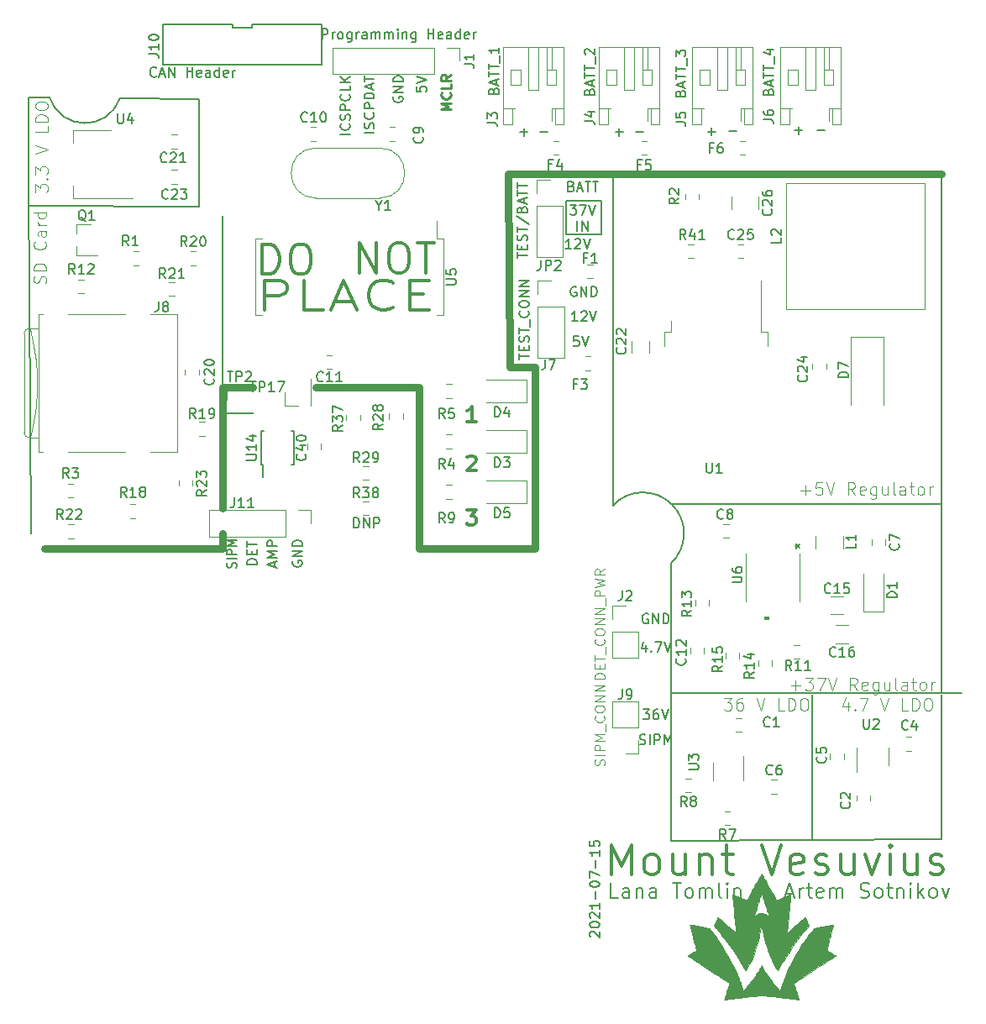
<source format=gbr>
%TF.GenerationSoftware,KiCad,Pcbnew,(5.1.9)-1*%
%TF.CreationDate,2021-07-15T19:20:44-04:00*%
%TF.ProjectId,detector_support,64657465-6374-46f7-925f-737570706f72,rev?*%
%TF.SameCoordinates,Original*%
%TF.FileFunction,Legend,Top*%
%TF.FilePolarity,Positive*%
%FSLAX46Y46*%
G04 Gerber Fmt 4.6, Leading zero omitted, Abs format (unit mm)*
G04 Created by KiCad (PCBNEW (5.1.9)-1) date 2021-07-15 19:20:44*
%MOMM*%
%LPD*%
G01*
G04 APERTURE LIST*
%ADD10C,0.150000*%
%ADD11C,0.750000*%
%ADD12C,0.250000*%
%ADD13C,0.300000*%
%ADD14C,0.100000*%
%ADD15C,0.120000*%
%ADD16C,0.010000*%
G04 APERTURE END LIST*
D10*
X141152619Y-140366142D02*
X141105000Y-140318523D01*
X141057380Y-140223285D01*
X141057380Y-139985190D01*
X141105000Y-139889952D01*
X141152619Y-139842333D01*
X141247857Y-139794714D01*
X141343095Y-139794714D01*
X141485952Y-139842333D01*
X142057380Y-140413761D01*
X142057380Y-139794714D01*
X141057380Y-139175666D02*
X141057380Y-139080428D01*
X141105000Y-138985190D01*
X141152619Y-138937571D01*
X141247857Y-138889952D01*
X141438333Y-138842333D01*
X141676428Y-138842333D01*
X141866904Y-138889952D01*
X141962142Y-138937571D01*
X142009761Y-138985190D01*
X142057380Y-139080428D01*
X142057380Y-139175666D01*
X142009761Y-139270904D01*
X141962142Y-139318523D01*
X141866904Y-139366142D01*
X141676428Y-139413761D01*
X141438333Y-139413761D01*
X141247857Y-139366142D01*
X141152619Y-139318523D01*
X141105000Y-139270904D01*
X141057380Y-139175666D01*
X141152619Y-138461380D02*
X141105000Y-138413761D01*
X141057380Y-138318523D01*
X141057380Y-138080428D01*
X141105000Y-137985190D01*
X141152619Y-137937571D01*
X141247857Y-137889952D01*
X141343095Y-137889952D01*
X141485952Y-137937571D01*
X142057380Y-138509000D01*
X142057380Y-137889952D01*
X142057380Y-136937571D02*
X142057380Y-137509000D01*
X142057380Y-137223285D02*
X141057380Y-137223285D01*
X141200238Y-137318523D01*
X141295476Y-137413761D01*
X141343095Y-137509000D01*
X141676428Y-136509000D02*
X141676428Y-135747095D01*
X141057380Y-135080428D02*
X141057380Y-134985190D01*
X141105000Y-134889952D01*
X141152619Y-134842333D01*
X141247857Y-134794714D01*
X141438333Y-134747095D01*
X141676428Y-134747095D01*
X141866904Y-134794714D01*
X141962142Y-134842333D01*
X142009761Y-134889952D01*
X142057380Y-134985190D01*
X142057380Y-135080428D01*
X142009761Y-135175666D01*
X141962142Y-135223285D01*
X141866904Y-135270904D01*
X141676428Y-135318523D01*
X141438333Y-135318523D01*
X141247857Y-135270904D01*
X141152619Y-135223285D01*
X141105000Y-135175666D01*
X141057380Y-135080428D01*
X141057380Y-134413761D02*
X141057380Y-133747095D01*
X142057380Y-134175666D01*
X141676428Y-133366142D02*
X141676428Y-132604238D01*
X142057380Y-131604238D02*
X142057380Y-132175666D01*
X142057380Y-131889952D02*
X141057380Y-131889952D01*
X141200238Y-131985190D01*
X141295476Y-132080428D01*
X141343095Y-132175666D01*
X141057380Y-130699476D02*
X141057380Y-131175666D01*
X141533571Y-131223285D01*
X141485952Y-131175666D01*
X141438333Y-131080428D01*
X141438333Y-130842333D01*
X141485952Y-130747095D01*
X141533571Y-130699476D01*
X141628809Y-130651857D01*
X141866904Y-130651857D01*
X141962142Y-130699476D01*
X142009761Y-130747095D01*
X142057380Y-130842333D01*
X142057380Y-131080428D01*
X142009761Y-131175666D01*
X141962142Y-131223285D01*
D11*
X104013000Y-84963000D02*
X107061000Y-84963000D01*
D10*
X143383002Y-96901002D02*
G75*
G02*
X149224998Y-102742998I3047998J-2793998D01*
G01*
X143383000Y-63373000D02*
X143383000Y-96901000D01*
D11*
X135509000Y-101219000D02*
X132461000Y-101219000D01*
X135509000Y-82931000D02*
X135509000Y-101219000D01*
X132969000Y-82931000D02*
X135509000Y-82931000D01*
D10*
X105433761Y-103162714D02*
X105481380Y-103034142D01*
X105481380Y-102819857D01*
X105433761Y-102734142D01*
X105386142Y-102691285D01*
X105290904Y-102648428D01*
X105195666Y-102648428D01*
X105100428Y-102691285D01*
X105052809Y-102734142D01*
X105005190Y-102819857D01*
X104957571Y-102991285D01*
X104909952Y-103077000D01*
X104862333Y-103119857D01*
X104767095Y-103162714D01*
X104671857Y-103162714D01*
X104576619Y-103119857D01*
X104529000Y-103077000D01*
X104481380Y-102991285D01*
X104481380Y-102777000D01*
X104529000Y-102648428D01*
X105481380Y-102262714D02*
X104481380Y-102262714D01*
X105481380Y-101834142D02*
X104481380Y-101834142D01*
X104481380Y-101491285D01*
X104529000Y-101405571D01*
X104576619Y-101362714D01*
X104671857Y-101319857D01*
X104814714Y-101319857D01*
X104909952Y-101362714D01*
X104957571Y-101405571D01*
X105005190Y-101491285D01*
X105005190Y-101834142D01*
X105481380Y-100934142D02*
X104481380Y-100934142D01*
X105195666Y-100634142D01*
X104481380Y-100334142D01*
X105481380Y-100334142D01*
X107513380Y-102822238D02*
X106513380Y-102822238D01*
X106513380Y-102584142D01*
X106561000Y-102441285D01*
X106656238Y-102346047D01*
X106751476Y-102298428D01*
X106941952Y-102250809D01*
X107084809Y-102250809D01*
X107275285Y-102298428D01*
X107370523Y-102346047D01*
X107465761Y-102441285D01*
X107513380Y-102584142D01*
X107513380Y-102822238D01*
X106989571Y-101822238D02*
X106989571Y-101488904D01*
X107513380Y-101346047D02*
X107513380Y-101822238D01*
X106513380Y-101822238D01*
X106513380Y-101346047D01*
X106513380Y-101060333D02*
X106513380Y-100488904D01*
X107513380Y-100774619D02*
X106513380Y-100774619D01*
X109259666Y-103036523D02*
X109259666Y-102560333D01*
X109545380Y-103131761D02*
X108545380Y-102798428D01*
X109545380Y-102465095D01*
X109545380Y-102131761D02*
X108545380Y-102131761D01*
X109259666Y-101798428D01*
X108545380Y-101465095D01*
X109545380Y-101465095D01*
X109545380Y-100988904D02*
X108545380Y-100988904D01*
X108545380Y-100607952D01*
X108593000Y-100512714D01*
X108640619Y-100465095D01*
X108735857Y-100417476D01*
X108878714Y-100417476D01*
X108973952Y-100465095D01*
X109021571Y-100512714D01*
X109069190Y-100607952D01*
X109069190Y-100988904D01*
X111133000Y-102488904D02*
X111085380Y-102584142D01*
X111085380Y-102727000D01*
X111133000Y-102869857D01*
X111228238Y-102965095D01*
X111323476Y-103012714D01*
X111513952Y-103060333D01*
X111656809Y-103060333D01*
X111847285Y-103012714D01*
X111942523Y-102965095D01*
X112037761Y-102869857D01*
X112085380Y-102727000D01*
X112085380Y-102631761D01*
X112037761Y-102488904D01*
X111990142Y-102441285D01*
X111656809Y-102441285D01*
X111656809Y-102631761D01*
X112085380Y-102012714D02*
X111085380Y-102012714D01*
X112085380Y-101441285D01*
X111085380Y-101441285D01*
X112085380Y-100965095D02*
X111085380Y-100965095D01*
X111085380Y-100727000D01*
X111133000Y-100584142D01*
X111228238Y-100488904D01*
X111323476Y-100441285D01*
X111513952Y-100393666D01*
X111656809Y-100393666D01*
X111847285Y-100441285D01*
X111942523Y-100488904D01*
X112037761Y-100584142D01*
X112085380Y-100727000D01*
X112085380Y-100965095D01*
X146105761Y-120927761D02*
X146248619Y-120975380D01*
X146486714Y-120975380D01*
X146581952Y-120927761D01*
X146629571Y-120880142D01*
X146677190Y-120784904D01*
X146677190Y-120689666D01*
X146629571Y-120594428D01*
X146581952Y-120546809D01*
X146486714Y-120499190D01*
X146296238Y-120451571D01*
X146201000Y-120403952D01*
X146153380Y-120356333D01*
X146105761Y-120261095D01*
X146105761Y-120165857D01*
X146153380Y-120070619D01*
X146201000Y-120023000D01*
X146296238Y-119975380D01*
X146534333Y-119975380D01*
X146677190Y-120023000D01*
X147105761Y-120975380D02*
X147105761Y-119975380D01*
X147581952Y-120975380D02*
X147581952Y-119975380D01*
X147962904Y-119975380D01*
X148058142Y-120023000D01*
X148105761Y-120070619D01*
X148153380Y-120165857D01*
X148153380Y-120308714D01*
X148105761Y-120403952D01*
X148058142Y-120451571D01*
X147962904Y-120499190D01*
X147581952Y-120499190D01*
X148581952Y-120975380D02*
X148581952Y-119975380D01*
X148915285Y-120689666D01*
X149248619Y-119975380D01*
X149248619Y-120975380D01*
X146462904Y-117435380D02*
X147081952Y-117435380D01*
X146748619Y-117816333D01*
X146891476Y-117816333D01*
X146986714Y-117863952D01*
X147034333Y-117911571D01*
X147081952Y-118006809D01*
X147081952Y-118244904D01*
X147034333Y-118340142D01*
X146986714Y-118387761D01*
X146891476Y-118435380D01*
X146605761Y-118435380D01*
X146510523Y-118387761D01*
X146462904Y-118340142D01*
X147939095Y-117435380D02*
X147748619Y-117435380D01*
X147653380Y-117483000D01*
X147605761Y-117530619D01*
X147510523Y-117673476D01*
X147462904Y-117863952D01*
X147462904Y-118244904D01*
X147510523Y-118340142D01*
X147558142Y-118387761D01*
X147653380Y-118435380D01*
X147843857Y-118435380D01*
X147939095Y-118387761D01*
X147986714Y-118340142D01*
X148034333Y-118244904D01*
X148034333Y-118006809D01*
X147986714Y-117911571D01*
X147939095Y-117863952D01*
X147843857Y-117816333D01*
X147653380Y-117816333D01*
X147558142Y-117863952D01*
X147510523Y-117911571D01*
X147462904Y-118006809D01*
X148320047Y-117435380D02*
X148653380Y-118435380D01*
X148986714Y-117435380D01*
X146939095Y-107831000D02*
X146843857Y-107783380D01*
X146701000Y-107783380D01*
X146558142Y-107831000D01*
X146462904Y-107926238D01*
X146415285Y-108021476D01*
X146367666Y-108211952D01*
X146367666Y-108354809D01*
X146415285Y-108545285D01*
X146462904Y-108640523D01*
X146558142Y-108735761D01*
X146701000Y-108783380D01*
X146796238Y-108783380D01*
X146939095Y-108735761D01*
X146986714Y-108688142D01*
X146986714Y-108354809D01*
X146796238Y-108354809D01*
X147415285Y-108783380D02*
X147415285Y-107783380D01*
X147986714Y-108783380D01*
X147986714Y-107783380D01*
X148462904Y-108783380D02*
X148462904Y-107783380D01*
X148701000Y-107783380D01*
X148843857Y-107831000D01*
X148939095Y-107926238D01*
X148986714Y-108021476D01*
X149034333Y-108211952D01*
X149034333Y-108354809D01*
X148986714Y-108545285D01*
X148939095Y-108640523D01*
X148843857Y-108735761D01*
X148701000Y-108783380D01*
X148462904Y-108783380D01*
X146748619Y-110973714D02*
X146748619Y-111640380D01*
X146510523Y-110592761D02*
X146272428Y-111307047D01*
X146891476Y-111307047D01*
X147272428Y-111545142D02*
X147320047Y-111592761D01*
X147272428Y-111640380D01*
X147224809Y-111592761D01*
X147272428Y-111545142D01*
X147272428Y-111640380D01*
X147653380Y-110640380D02*
X148320047Y-110640380D01*
X147891476Y-111640380D01*
X148558142Y-110640380D02*
X148891476Y-111640380D01*
X149224809Y-110640380D01*
D11*
X104013000Y-84963000D02*
X104013000Y-97155000D01*
X123825000Y-101219000D02*
X132461000Y-101219000D01*
X123825000Y-84963000D02*
X123825000Y-101219000D01*
X116713000Y-84963000D02*
X123825000Y-84963000D01*
X113411000Y-84963000D02*
X116967000Y-84963000D01*
D10*
X104013000Y-84455000D02*
X104013000Y-84963000D01*
D11*
X104013000Y-101219000D02*
X104013000Y-99695000D01*
D10*
X123594380Y-54673476D02*
X123594380Y-55149666D01*
X124070571Y-55197285D01*
X124022952Y-55149666D01*
X123975333Y-55054428D01*
X123975333Y-54816333D01*
X124022952Y-54721095D01*
X124070571Y-54673476D01*
X124165809Y-54625857D01*
X124403904Y-54625857D01*
X124499142Y-54673476D01*
X124546761Y-54721095D01*
X124594380Y-54816333D01*
X124594380Y-55054428D01*
X124546761Y-55149666D01*
X124499142Y-55197285D01*
X123594380Y-54340142D02*
X124594380Y-54006809D01*
X123594380Y-53673476D01*
X104013000Y-84963000D02*
X104013000Y-67691000D01*
D11*
X86106000Y-101219000D02*
X104013000Y-101219000D01*
D10*
X84518500Y-64135000D02*
X84709000Y-99695000D01*
X116911380Y-59459452D02*
X115911380Y-59459452D01*
X116816142Y-58411833D02*
X116863761Y-58459452D01*
X116911380Y-58602309D01*
X116911380Y-58697547D01*
X116863761Y-58840404D01*
X116768523Y-58935642D01*
X116673285Y-58983261D01*
X116482809Y-59030880D01*
X116339952Y-59030880D01*
X116149476Y-58983261D01*
X116054238Y-58935642D01*
X115959000Y-58840404D01*
X115911380Y-58697547D01*
X115911380Y-58602309D01*
X115959000Y-58459452D01*
X116006619Y-58411833D01*
X116863761Y-58030880D02*
X116911380Y-57888023D01*
X116911380Y-57649928D01*
X116863761Y-57554690D01*
X116816142Y-57507071D01*
X116720904Y-57459452D01*
X116625666Y-57459452D01*
X116530428Y-57507071D01*
X116482809Y-57554690D01*
X116435190Y-57649928D01*
X116387571Y-57840404D01*
X116339952Y-57935642D01*
X116292333Y-57983261D01*
X116197095Y-58030880D01*
X116101857Y-58030880D01*
X116006619Y-57983261D01*
X115959000Y-57935642D01*
X115911380Y-57840404D01*
X115911380Y-57602309D01*
X115959000Y-57459452D01*
X116911380Y-57030880D02*
X115911380Y-57030880D01*
X115911380Y-56649928D01*
X115959000Y-56554690D01*
X116006619Y-56507071D01*
X116101857Y-56459452D01*
X116244714Y-56459452D01*
X116339952Y-56507071D01*
X116387571Y-56554690D01*
X116435190Y-56649928D01*
X116435190Y-57030880D01*
X116816142Y-55459452D02*
X116863761Y-55507071D01*
X116911380Y-55649928D01*
X116911380Y-55745166D01*
X116863761Y-55888023D01*
X116768523Y-55983261D01*
X116673285Y-56030880D01*
X116482809Y-56078500D01*
X116339952Y-56078500D01*
X116149476Y-56030880D01*
X116054238Y-55983261D01*
X115959000Y-55888023D01*
X115911380Y-55745166D01*
X115911380Y-55649928D01*
X115959000Y-55507071D01*
X116006619Y-55459452D01*
X116911380Y-54554690D02*
X116911380Y-55030880D01*
X115911380Y-55030880D01*
X116911380Y-54221357D02*
X115911380Y-54221357D01*
X116911380Y-53649928D02*
X116339952Y-54078500D01*
X115911380Y-53649928D02*
X116482809Y-54221357D01*
X119324380Y-59300714D02*
X118324380Y-59300714D01*
X119276761Y-58872142D02*
X119324380Y-58729285D01*
X119324380Y-58491190D01*
X119276761Y-58395952D01*
X119229142Y-58348333D01*
X119133904Y-58300714D01*
X119038666Y-58300714D01*
X118943428Y-58348333D01*
X118895809Y-58395952D01*
X118848190Y-58491190D01*
X118800571Y-58681666D01*
X118752952Y-58776904D01*
X118705333Y-58824523D01*
X118610095Y-58872142D01*
X118514857Y-58872142D01*
X118419619Y-58824523D01*
X118372000Y-58776904D01*
X118324380Y-58681666D01*
X118324380Y-58443571D01*
X118372000Y-58300714D01*
X119229142Y-57300714D02*
X119276761Y-57348333D01*
X119324380Y-57491190D01*
X119324380Y-57586428D01*
X119276761Y-57729285D01*
X119181523Y-57824523D01*
X119086285Y-57872142D01*
X118895809Y-57919761D01*
X118752952Y-57919761D01*
X118562476Y-57872142D01*
X118467238Y-57824523D01*
X118372000Y-57729285D01*
X118324380Y-57586428D01*
X118324380Y-57491190D01*
X118372000Y-57348333D01*
X118419619Y-57300714D01*
X119324380Y-56872142D02*
X118324380Y-56872142D01*
X118324380Y-56491190D01*
X118372000Y-56395952D01*
X118419619Y-56348333D01*
X118514857Y-56300714D01*
X118657714Y-56300714D01*
X118752952Y-56348333D01*
X118800571Y-56395952D01*
X118848190Y-56491190D01*
X118848190Y-56872142D01*
X119324380Y-55872142D02*
X118324380Y-55872142D01*
X118324380Y-55634047D01*
X118372000Y-55491190D01*
X118467238Y-55395952D01*
X118562476Y-55348333D01*
X118752952Y-55300714D01*
X118895809Y-55300714D01*
X119086285Y-55348333D01*
X119181523Y-55395952D01*
X119276761Y-55491190D01*
X119324380Y-55634047D01*
X119324380Y-55872142D01*
X119038666Y-54919761D02*
X119038666Y-54443571D01*
X119324380Y-55015000D02*
X118324380Y-54681666D01*
X119324380Y-54348333D01*
X118324380Y-54157857D02*
X118324380Y-53586428D01*
X119324380Y-53872142D02*
X118324380Y-53872142D01*
X121293000Y-55689404D02*
X121245380Y-55784642D01*
X121245380Y-55927500D01*
X121293000Y-56070357D01*
X121388238Y-56165595D01*
X121483476Y-56213214D01*
X121673952Y-56260833D01*
X121816809Y-56260833D01*
X122007285Y-56213214D01*
X122102523Y-56165595D01*
X122197761Y-56070357D01*
X122245380Y-55927500D01*
X122245380Y-55832261D01*
X122197761Y-55689404D01*
X122150142Y-55641785D01*
X121816809Y-55641785D01*
X121816809Y-55832261D01*
X122245380Y-55213214D02*
X121245380Y-55213214D01*
X122245380Y-54641785D01*
X121245380Y-54641785D01*
X122245380Y-54165595D02*
X121245380Y-54165595D01*
X121245380Y-53927500D01*
X121293000Y-53784642D01*
X121388238Y-53689404D01*
X121483476Y-53641785D01*
X121673952Y-53594166D01*
X121816809Y-53594166D01*
X122007285Y-53641785D01*
X122102523Y-53689404D01*
X122197761Y-53784642D01*
X122245380Y-53927500D01*
X122245380Y-54165595D01*
D12*
X127071380Y-56983095D02*
X126071380Y-56983095D01*
X126785666Y-56649761D01*
X126071380Y-56316428D01*
X127071380Y-56316428D01*
X126976142Y-55268809D02*
X127023761Y-55316428D01*
X127071380Y-55459285D01*
X127071380Y-55554523D01*
X127023761Y-55697380D01*
X126928523Y-55792619D01*
X126833285Y-55840238D01*
X126642809Y-55887857D01*
X126499952Y-55887857D01*
X126309476Y-55840238D01*
X126214238Y-55792619D01*
X126119000Y-55697380D01*
X126071380Y-55554523D01*
X126071380Y-55459285D01*
X126119000Y-55316428D01*
X126166619Y-55268809D01*
X127071380Y-54364047D02*
X127071380Y-54840238D01*
X126071380Y-54840238D01*
X127071380Y-53459285D02*
X126595190Y-53792619D01*
X127071380Y-54030714D02*
X126071380Y-54030714D01*
X126071380Y-53649761D01*
X126119000Y-53554523D01*
X126166619Y-53506904D01*
X126261857Y-53459285D01*
X126404714Y-53459285D01*
X126499952Y-53506904D01*
X126547571Y-53554523D01*
X126595190Y-53649761D01*
X126595190Y-54030714D01*
D10*
X136017047Y-59189928D02*
X136778952Y-59189928D01*
X145669047Y-59189928D02*
X146430952Y-59189928D01*
X155067047Y-59126428D02*
X155828952Y-59126428D01*
X163957047Y-59062928D02*
X164718952Y-59062928D01*
X161734547Y-59062928D02*
X162496452Y-59062928D01*
X162115500Y-59443880D02*
X162115500Y-58681976D01*
X152971547Y-59189928D02*
X153733452Y-59189928D01*
X153352500Y-59570880D02*
X153352500Y-58808976D01*
X143637047Y-59253428D02*
X144398952Y-59253428D01*
X144018000Y-59634380D02*
X144018000Y-58872476D01*
X134048547Y-59253428D02*
X134810452Y-59253428D01*
X134429500Y-59634380D02*
X134429500Y-58872476D01*
X142240000Y-69532500D02*
X142240000Y-66167000D01*
X138684000Y-69532500D02*
X142240000Y-69532500D01*
X138684000Y-66167000D02*
X138684000Y-69532500D01*
X142240000Y-66167000D02*
X138684000Y-66167000D01*
X139096904Y-66572380D02*
X139715952Y-66572380D01*
X139382619Y-66953333D01*
X139525476Y-66953333D01*
X139620714Y-67000952D01*
X139668333Y-67048571D01*
X139715952Y-67143809D01*
X139715952Y-67381904D01*
X139668333Y-67477142D01*
X139620714Y-67524761D01*
X139525476Y-67572380D01*
X139239761Y-67572380D01*
X139144523Y-67524761D01*
X139096904Y-67477142D01*
X140049285Y-66572380D02*
X140715952Y-66572380D01*
X140287380Y-67572380D01*
X140954047Y-66572380D02*
X141287380Y-67572380D01*
X141620714Y-66572380D01*
X139811190Y-69222380D02*
X139811190Y-68222380D01*
X140287380Y-69222380D02*
X140287380Y-68222380D01*
X140858809Y-69222380D01*
X140858809Y-68222380D01*
X139215952Y-64698571D02*
X139358809Y-64746190D01*
X139406428Y-64793809D01*
X139454047Y-64889047D01*
X139454047Y-65031904D01*
X139406428Y-65127142D01*
X139358809Y-65174761D01*
X139263571Y-65222380D01*
X138882619Y-65222380D01*
X138882619Y-64222380D01*
X139215952Y-64222380D01*
X139311190Y-64270000D01*
X139358809Y-64317619D01*
X139406428Y-64412857D01*
X139406428Y-64508095D01*
X139358809Y-64603333D01*
X139311190Y-64650952D01*
X139215952Y-64698571D01*
X138882619Y-64698571D01*
X139835000Y-64936666D02*
X140311190Y-64936666D01*
X139739761Y-65222380D02*
X140073095Y-64222380D01*
X140406428Y-65222380D01*
X140596904Y-64222380D02*
X141168333Y-64222380D01*
X140882619Y-65222380D02*
X140882619Y-64222380D01*
X141358809Y-64222380D02*
X141930238Y-64222380D01*
X141644523Y-65222380D02*
X141644523Y-64222380D01*
X139207952Y-71000380D02*
X138636523Y-71000380D01*
X138922238Y-71000380D02*
X138922238Y-70000380D01*
X138827000Y-70143238D01*
X138731761Y-70238476D01*
X138636523Y-70286095D01*
X139588904Y-70095619D02*
X139636523Y-70048000D01*
X139731761Y-70000380D01*
X139969857Y-70000380D01*
X140065095Y-70048000D01*
X140112714Y-70095619D01*
X140160333Y-70190857D01*
X140160333Y-70286095D01*
X140112714Y-70428952D01*
X139541285Y-71000380D01*
X140160333Y-71000380D01*
X140446047Y-70000380D02*
X140779380Y-71000380D01*
X141112714Y-70000380D01*
X139954023Y-79843380D02*
X139477833Y-79843380D01*
X139430214Y-80319571D01*
X139477833Y-80271952D01*
X139573071Y-80224333D01*
X139811166Y-80224333D01*
X139906404Y-80271952D01*
X139954023Y-80319571D01*
X140001642Y-80414809D01*
X140001642Y-80652904D01*
X139954023Y-80748142D01*
X139906404Y-80795761D01*
X139811166Y-80843380D01*
X139573071Y-80843380D01*
X139477833Y-80795761D01*
X139430214Y-80748142D01*
X140287357Y-79843380D02*
X140620690Y-80843380D01*
X140954023Y-79843380D01*
X139842952Y-78302880D02*
X139271523Y-78302880D01*
X139557238Y-78302880D02*
X139557238Y-77302880D01*
X139462000Y-77445738D01*
X139366761Y-77540976D01*
X139271523Y-77588595D01*
X140223904Y-77398119D02*
X140271523Y-77350500D01*
X140366761Y-77302880D01*
X140604857Y-77302880D01*
X140700095Y-77350500D01*
X140747714Y-77398119D01*
X140795333Y-77493357D01*
X140795333Y-77588595D01*
X140747714Y-77731452D01*
X140176285Y-78302880D01*
X140795333Y-78302880D01*
X141081047Y-77302880D02*
X141414380Y-78302880D01*
X141747714Y-77302880D01*
X139700095Y-74874500D02*
X139604857Y-74826880D01*
X139462000Y-74826880D01*
X139319142Y-74874500D01*
X139223904Y-74969738D01*
X139176285Y-75064976D01*
X139128666Y-75255452D01*
X139128666Y-75398309D01*
X139176285Y-75588785D01*
X139223904Y-75684023D01*
X139319142Y-75779261D01*
X139462000Y-75826880D01*
X139557238Y-75826880D01*
X139700095Y-75779261D01*
X139747714Y-75731642D01*
X139747714Y-75398309D01*
X139557238Y-75398309D01*
X140176285Y-75826880D02*
X140176285Y-74826880D01*
X140747714Y-75826880D01*
X140747714Y-74826880D01*
X141223904Y-75826880D02*
X141223904Y-74826880D01*
X141462000Y-74826880D01*
X141604857Y-74874500D01*
X141700095Y-74969738D01*
X141747714Y-75064976D01*
X141795333Y-75255452D01*
X141795333Y-75398309D01*
X141747714Y-75588785D01*
X141700095Y-75684023D01*
X141604857Y-75779261D01*
X141462000Y-75826880D01*
X141223904Y-75826880D01*
X101663500Y-55943500D02*
X93686171Y-55870204D01*
X101663500Y-66738500D02*
X101663500Y-55943500D01*
X84518500Y-55753000D02*
X84518500Y-58039000D01*
X86614001Y-55752999D02*
X84518500Y-55753000D01*
X93686172Y-55870204D02*
G75*
G02*
X86614001Y-55752999I-3516172J1260204D01*
G01*
D13*
X108268523Y-77176142D02*
X108268523Y-74176142D01*
X109792333Y-74176142D01*
X110173285Y-74319000D01*
X110363761Y-74461857D01*
X110554238Y-74747571D01*
X110554238Y-75176142D01*
X110363761Y-75461857D01*
X110173285Y-75604714D01*
X109792333Y-75747571D01*
X108268523Y-75747571D01*
X114173285Y-77176142D02*
X112268523Y-77176142D01*
X112268523Y-74176142D01*
X115316142Y-76319000D02*
X117220904Y-76319000D01*
X114935190Y-77176142D02*
X116268523Y-74176142D01*
X117601857Y-77176142D01*
X121220904Y-76890428D02*
X121030428Y-77033285D01*
X120459000Y-77176142D01*
X120078047Y-77176142D01*
X119506619Y-77033285D01*
X119125666Y-76747571D01*
X118935190Y-76461857D01*
X118744714Y-75890428D01*
X118744714Y-75461857D01*
X118935190Y-74890428D01*
X119125666Y-74604714D01*
X119506619Y-74319000D01*
X120078047Y-74176142D01*
X120459000Y-74176142D01*
X121030428Y-74319000D01*
X121220904Y-74461857D01*
X122935190Y-75604714D02*
X124268523Y-75604714D01*
X124839952Y-77176142D02*
X122935190Y-77176142D01*
X122935190Y-74176142D01*
X124839952Y-74176142D01*
X117840571Y-73429642D02*
X117840571Y-70429642D01*
X119554857Y-73429642D01*
X119554857Y-70429642D01*
X121554857Y-70429642D02*
X122126285Y-70429642D01*
X122412000Y-70572500D01*
X122697714Y-70858214D01*
X122840571Y-71429642D01*
X122840571Y-72429642D01*
X122697714Y-73001071D01*
X122412000Y-73286785D01*
X122126285Y-73429642D01*
X121554857Y-73429642D01*
X121269142Y-73286785D01*
X120983428Y-73001071D01*
X120840571Y-72429642D01*
X120840571Y-71429642D01*
X120983428Y-70858214D01*
X121269142Y-70572500D01*
X121554857Y-70429642D01*
X123697714Y-70429642D02*
X125412000Y-70429642D01*
X124554857Y-73429642D02*
X124554857Y-70429642D01*
X108069357Y-73556642D02*
X108069357Y-70556642D01*
X108783642Y-70556642D01*
X109212214Y-70699500D01*
X109497928Y-70985214D01*
X109640785Y-71270928D01*
X109783642Y-71842357D01*
X109783642Y-72270928D01*
X109640785Y-72842357D01*
X109497928Y-73128071D01*
X109212214Y-73413785D01*
X108783642Y-73556642D01*
X108069357Y-73556642D01*
X111640785Y-70556642D02*
X112212214Y-70556642D01*
X112497928Y-70699500D01*
X112783642Y-70985214D01*
X112926500Y-71556642D01*
X112926500Y-72556642D01*
X112783642Y-73128071D01*
X112497928Y-73413785D01*
X112212214Y-73556642D01*
X111640785Y-73556642D01*
X111355071Y-73413785D01*
X111069357Y-73128071D01*
X110926500Y-72556642D01*
X110926500Y-71556642D01*
X111069357Y-70985214D01*
X111355071Y-70699500D01*
X111640785Y-70556642D01*
D11*
X147320000Y-63500000D02*
X132842000Y-63500000D01*
X132969000Y-82931000D02*
X132842000Y-63500000D01*
D10*
X160858428Y-136013000D02*
X161572714Y-136013000D01*
X160715571Y-136441571D02*
X161215571Y-134941571D01*
X161715571Y-136441571D01*
X162215571Y-136441571D02*
X162215571Y-135441571D01*
X162215571Y-135727285D02*
X162286999Y-135584428D01*
X162358428Y-135513000D01*
X162501285Y-135441571D01*
X162644142Y-135441571D01*
X162929857Y-135441571D02*
X163501285Y-135441571D01*
X163144142Y-134941571D02*
X163144142Y-136227285D01*
X163215571Y-136370142D01*
X163358428Y-136441571D01*
X163501285Y-136441571D01*
X164572714Y-136370142D02*
X164429857Y-136441571D01*
X164144142Y-136441571D01*
X164001285Y-136370142D01*
X163929857Y-136227285D01*
X163929857Y-135655857D01*
X164001285Y-135513000D01*
X164144142Y-135441571D01*
X164429857Y-135441571D01*
X164572714Y-135513000D01*
X164644142Y-135655857D01*
X164644142Y-135798714D01*
X163929857Y-135941571D01*
X165286999Y-136441571D02*
X165286999Y-135441571D01*
X165286999Y-135584428D02*
X165358428Y-135513000D01*
X165501285Y-135441571D01*
X165715571Y-135441571D01*
X165858428Y-135513000D01*
X165929857Y-135655857D01*
X165929857Y-136441571D01*
X165929857Y-135655857D02*
X166001285Y-135513000D01*
X166144142Y-135441571D01*
X166358428Y-135441571D01*
X166501285Y-135513000D01*
X166572714Y-135655857D01*
X166572714Y-136441571D01*
X168358428Y-136370142D02*
X168572714Y-136441571D01*
X168929857Y-136441571D01*
X169072714Y-136370142D01*
X169144142Y-136298714D01*
X169215571Y-136155857D01*
X169215571Y-136013000D01*
X169144142Y-135870142D01*
X169072714Y-135798714D01*
X168929857Y-135727285D01*
X168644142Y-135655857D01*
X168501285Y-135584428D01*
X168429857Y-135513000D01*
X168358428Y-135370142D01*
X168358428Y-135227285D01*
X168429857Y-135084428D01*
X168501285Y-135013000D01*
X168644142Y-134941571D01*
X169001285Y-134941571D01*
X169215571Y-135013000D01*
X170072714Y-136441571D02*
X169929857Y-136370142D01*
X169858428Y-136298714D01*
X169786999Y-136155857D01*
X169786999Y-135727285D01*
X169858428Y-135584428D01*
X169929857Y-135513000D01*
X170072714Y-135441571D01*
X170286999Y-135441571D01*
X170429857Y-135513000D01*
X170501285Y-135584428D01*
X170572714Y-135727285D01*
X170572714Y-136155857D01*
X170501285Y-136298714D01*
X170429857Y-136370142D01*
X170286999Y-136441571D01*
X170072714Y-136441571D01*
X171001285Y-135441571D02*
X171572714Y-135441571D01*
X171215571Y-134941571D02*
X171215571Y-136227285D01*
X171286999Y-136370142D01*
X171429857Y-136441571D01*
X171572714Y-136441571D01*
X172072714Y-135441571D02*
X172072714Y-136441571D01*
X172072714Y-135584428D02*
X172144142Y-135513000D01*
X172286999Y-135441571D01*
X172501285Y-135441571D01*
X172644142Y-135513000D01*
X172715571Y-135655857D01*
X172715571Y-136441571D01*
X173429857Y-136441571D02*
X173429857Y-135441571D01*
X173429857Y-134941571D02*
X173358428Y-135013000D01*
X173429857Y-135084428D01*
X173501285Y-135013000D01*
X173429857Y-134941571D01*
X173429857Y-135084428D01*
X174144142Y-136441571D02*
X174144142Y-134941571D01*
X174286999Y-135870142D02*
X174715571Y-136441571D01*
X174715571Y-135441571D02*
X174144142Y-136013000D01*
X175572714Y-136441571D02*
X175429857Y-136370142D01*
X175358428Y-136298714D01*
X175286999Y-136155857D01*
X175286999Y-135727285D01*
X175358428Y-135584428D01*
X175429857Y-135513000D01*
X175572714Y-135441571D01*
X175786999Y-135441571D01*
X175929857Y-135513000D01*
X176001285Y-135584428D01*
X176072714Y-135727285D01*
X176072714Y-136155857D01*
X176001285Y-136298714D01*
X175929857Y-136370142D01*
X175786999Y-136441571D01*
X175572714Y-136441571D01*
X176572714Y-135441571D02*
X176929857Y-136441571D01*
X177286999Y-135441571D01*
X143911571Y-136441571D02*
X143197285Y-136441571D01*
X143197285Y-134941571D01*
X145054428Y-136441571D02*
X145054428Y-135655857D01*
X144983000Y-135513000D01*
X144840142Y-135441571D01*
X144554428Y-135441571D01*
X144411571Y-135513000D01*
X145054428Y-136370142D02*
X144911571Y-136441571D01*
X144554428Y-136441571D01*
X144411571Y-136370142D01*
X144340142Y-136227285D01*
X144340142Y-136084428D01*
X144411571Y-135941571D01*
X144554428Y-135870142D01*
X144911571Y-135870142D01*
X145054428Y-135798714D01*
X145768714Y-135441571D02*
X145768714Y-136441571D01*
X145768714Y-135584428D02*
X145840142Y-135513000D01*
X145983000Y-135441571D01*
X146197285Y-135441571D01*
X146340142Y-135513000D01*
X146411571Y-135655857D01*
X146411571Y-136441571D01*
X147768714Y-136441571D02*
X147768714Y-135655857D01*
X147697285Y-135513000D01*
X147554428Y-135441571D01*
X147268714Y-135441571D01*
X147125857Y-135513000D01*
X147768714Y-136370142D02*
X147625857Y-136441571D01*
X147268714Y-136441571D01*
X147125857Y-136370142D01*
X147054428Y-136227285D01*
X147054428Y-136084428D01*
X147125857Y-135941571D01*
X147268714Y-135870142D01*
X147625857Y-135870142D01*
X147768714Y-135798714D01*
X149411571Y-134941571D02*
X150268714Y-134941571D01*
X149840142Y-136441571D02*
X149840142Y-134941571D01*
X150983000Y-136441571D02*
X150840142Y-136370142D01*
X150768714Y-136298714D01*
X150697285Y-136155857D01*
X150697285Y-135727285D01*
X150768714Y-135584428D01*
X150840142Y-135513000D01*
X150983000Y-135441571D01*
X151197285Y-135441571D01*
X151340142Y-135513000D01*
X151411571Y-135584428D01*
X151483000Y-135727285D01*
X151483000Y-136155857D01*
X151411571Y-136298714D01*
X151340142Y-136370142D01*
X151197285Y-136441571D01*
X150983000Y-136441571D01*
X152125857Y-136441571D02*
X152125857Y-135441571D01*
X152125857Y-135584428D02*
X152197285Y-135513000D01*
X152340142Y-135441571D01*
X152554428Y-135441571D01*
X152697285Y-135513000D01*
X152768714Y-135655857D01*
X152768714Y-136441571D01*
X152768714Y-135655857D02*
X152840142Y-135513000D01*
X152983000Y-135441571D01*
X153197285Y-135441571D01*
X153340142Y-135513000D01*
X153411571Y-135655857D01*
X153411571Y-136441571D01*
X154340142Y-136441571D02*
X154197285Y-136370142D01*
X154125857Y-136227285D01*
X154125857Y-134941571D01*
X154911571Y-136441571D02*
X154911571Y-135441571D01*
X154911571Y-134941571D02*
X154840142Y-135013000D01*
X154911571Y-135084428D01*
X154983000Y-135013000D01*
X154911571Y-134941571D01*
X154911571Y-135084428D01*
X155625857Y-135441571D02*
X155625857Y-136441571D01*
X155625857Y-135584428D02*
X155697285Y-135513000D01*
X155840142Y-135441571D01*
X156054428Y-135441571D01*
X156197285Y-135513000D01*
X156268714Y-135655857D01*
X156268714Y-136441571D01*
D13*
X143250142Y-134072142D02*
X143250142Y-131072142D01*
X144250142Y-133215000D01*
X145250142Y-131072142D01*
X145250142Y-134072142D01*
X147107285Y-134072142D02*
X146821571Y-133929285D01*
X146678714Y-133786428D01*
X146535857Y-133500714D01*
X146535857Y-132643571D01*
X146678714Y-132357857D01*
X146821571Y-132215000D01*
X147107285Y-132072142D01*
X147535857Y-132072142D01*
X147821571Y-132215000D01*
X147964428Y-132357857D01*
X148107285Y-132643571D01*
X148107285Y-133500714D01*
X147964428Y-133786428D01*
X147821571Y-133929285D01*
X147535857Y-134072142D01*
X147107285Y-134072142D01*
X150678714Y-132072142D02*
X150678714Y-134072142D01*
X149393000Y-132072142D02*
X149393000Y-133643571D01*
X149535857Y-133929285D01*
X149821571Y-134072142D01*
X150250142Y-134072142D01*
X150535857Y-133929285D01*
X150678714Y-133786428D01*
X152107285Y-132072142D02*
X152107285Y-134072142D01*
X152107285Y-132357857D02*
X152250142Y-132215000D01*
X152535857Y-132072142D01*
X152964428Y-132072142D01*
X153250142Y-132215000D01*
X153393000Y-132500714D01*
X153393000Y-134072142D01*
X154393000Y-132072142D02*
X155535857Y-132072142D01*
X154821571Y-131072142D02*
X154821571Y-133643571D01*
X154964428Y-133929285D01*
X155250142Y-134072142D01*
X155535857Y-134072142D01*
X158393000Y-131072142D02*
X159393000Y-134072142D01*
X160393000Y-131072142D01*
X162535857Y-133929285D02*
X162250142Y-134072142D01*
X161678714Y-134072142D01*
X161393000Y-133929285D01*
X161250142Y-133643571D01*
X161250142Y-132500714D01*
X161393000Y-132215000D01*
X161678714Y-132072142D01*
X162250142Y-132072142D01*
X162535857Y-132215000D01*
X162678714Y-132500714D01*
X162678714Y-132786428D01*
X161250142Y-133072142D01*
X163821571Y-133929285D02*
X164107285Y-134072142D01*
X164678714Y-134072142D01*
X164964428Y-133929285D01*
X165107285Y-133643571D01*
X165107285Y-133500714D01*
X164964428Y-133215000D01*
X164678714Y-133072142D01*
X164250142Y-133072142D01*
X163964428Y-132929285D01*
X163821571Y-132643571D01*
X163821571Y-132500714D01*
X163964428Y-132215000D01*
X164250142Y-132072142D01*
X164678714Y-132072142D01*
X164964428Y-132215000D01*
X167678714Y-132072142D02*
X167678714Y-134072142D01*
X166393000Y-132072142D02*
X166393000Y-133643571D01*
X166535857Y-133929285D01*
X166821571Y-134072142D01*
X167250142Y-134072142D01*
X167535857Y-133929285D01*
X167678714Y-133786428D01*
X168821571Y-132072142D02*
X169535857Y-134072142D01*
X170250142Y-132072142D01*
X171393000Y-134072142D02*
X171393000Y-132072142D01*
X171393000Y-131072142D02*
X171250142Y-131215000D01*
X171393000Y-131357857D01*
X171535857Y-131215000D01*
X171393000Y-131072142D01*
X171393000Y-131357857D01*
X174107285Y-132072142D02*
X174107285Y-134072142D01*
X172821571Y-132072142D02*
X172821571Y-133643571D01*
X172964428Y-133929285D01*
X173250142Y-134072142D01*
X173678714Y-134072142D01*
X173964428Y-133929285D01*
X174107285Y-133786428D01*
X175393000Y-133929285D02*
X175678714Y-134072142D01*
X176250142Y-134072142D01*
X176535857Y-133929285D01*
X176678714Y-133643571D01*
X176678714Y-133500714D01*
X176535857Y-133215000D01*
X176250142Y-133072142D01*
X175821571Y-133072142D01*
X175535857Y-132929285D01*
X175393000Y-132643571D01*
X175393000Y-132500714D01*
X175535857Y-132215000D01*
X175821571Y-132072142D01*
X176250142Y-132072142D01*
X176535857Y-132215000D01*
D10*
X97371352Y-53595542D02*
X97323733Y-53643161D01*
X97180876Y-53690780D01*
X97085638Y-53690780D01*
X96942780Y-53643161D01*
X96847542Y-53547923D01*
X96799923Y-53452685D01*
X96752304Y-53262209D01*
X96752304Y-53119352D01*
X96799923Y-52928876D01*
X96847542Y-52833638D01*
X96942780Y-52738400D01*
X97085638Y-52690780D01*
X97180876Y-52690780D01*
X97323733Y-52738400D01*
X97371352Y-52786019D01*
X97752304Y-53405066D02*
X98228495Y-53405066D01*
X97657066Y-53690780D02*
X97990400Y-52690780D01*
X98323733Y-53690780D01*
X98657066Y-53690780D02*
X98657066Y-52690780D01*
X99228495Y-53690780D01*
X99228495Y-52690780D01*
X100466590Y-53690780D02*
X100466590Y-52690780D01*
X100466590Y-53166971D02*
X101038019Y-53166971D01*
X101038019Y-53690780D02*
X101038019Y-52690780D01*
X101895161Y-53643161D02*
X101799923Y-53690780D01*
X101609447Y-53690780D01*
X101514209Y-53643161D01*
X101466590Y-53547923D01*
X101466590Y-53166971D01*
X101514209Y-53071733D01*
X101609447Y-53024114D01*
X101799923Y-53024114D01*
X101895161Y-53071733D01*
X101942780Y-53166971D01*
X101942780Y-53262209D01*
X101466590Y-53357447D01*
X102799923Y-53690780D02*
X102799923Y-53166971D01*
X102752304Y-53071733D01*
X102657066Y-53024114D01*
X102466590Y-53024114D01*
X102371352Y-53071733D01*
X102799923Y-53643161D02*
X102704685Y-53690780D01*
X102466590Y-53690780D01*
X102371352Y-53643161D01*
X102323733Y-53547923D01*
X102323733Y-53452685D01*
X102371352Y-53357447D01*
X102466590Y-53309828D01*
X102704685Y-53309828D01*
X102799923Y-53262209D01*
X103704685Y-53690780D02*
X103704685Y-52690780D01*
X103704685Y-53643161D02*
X103609447Y-53690780D01*
X103418971Y-53690780D01*
X103323733Y-53643161D01*
X103276114Y-53595542D01*
X103228495Y-53500304D01*
X103228495Y-53214590D01*
X103276114Y-53119352D01*
X103323733Y-53071733D01*
X103418971Y-53024114D01*
X103609447Y-53024114D01*
X103704685Y-53071733D01*
X104561828Y-53643161D02*
X104466590Y-53690780D01*
X104276114Y-53690780D01*
X104180876Y-53643161D01*
X104133257Y-53547923D01*
X104133257Y-53166971D01*
X104180876Y-53071733D01*
X104276114Y-53024114D01*
X104466590Y-53024114D01*
X104561828Y-53071733D01*
X104609447Y-53166971D01*
X104609447Y-53262209D01*
X104133257Y-53357447D01*
X105038019Y-53690780D02*
X105038019Y-53024114D01*
X105038019Y-53214590D02*
X105085638Y-53119352D01*
X105133257Y-53071733D01*
X105228495Y-53024114D01*
X105323733Y-53024114D01*
X176530000Y-115824000D02*
X176530000Y-63500000D01*
X149224999Y-102742999D02*
X149225000Y-130683000D01*
D11*
X176530000Y-63500000D02*
X147320000Y-63500000D01*
D14*
X162332619Y-95339285D02*
X163285000Y-95339285D01*
X162808809Y-95815476D02*
X162808809Y-94863095D01*
X164475476Y-94565476D02*
X163880238Y-94565476D01*
X163820714Y-95160714D01*
X163880238Y-95101190D01*
X163999285Y-95041666D01*
X164296904Y-95041666D01*
X164415952Y-95101190D01*
X164475476Y-95160714D01*
X164535000Y-95279761D01*
X164535000Y-95577380D01*
X164475476Y-95696428D01*
X164415952Y-95755952D01*
X164296904Y-95815476D01*
X163999285Y-95815476D01*
X163880238Y-95755952D01*
X163820714Y-95696428D01*
X164892142Y-94565476D02*
X165308809Y-95815476D01*
X165725476Y-94565476D01*
X167808809Y-95815476D02*
X167392142Y-95220238D01*
X167094523Y-95815476D02*
X167094523Y-94565476D01*
X167570714Y-94565476D01*
X167689761Y-94625000D01*
X167749285Y-94684523D01*
X167808809Y-94803571D01*
X167808809Y-94982142D01*
X167749285Y-95101190D01*
X167689761Y-95160714D01*
X167570714Y-95220238D01*
X167094523Y-95220238D01*
X168820714Y-95755952D02*
X168701666Y-95815476D01*
X168463571Y-95815476D01*
X168344523Y-95755952D01*
X168285000Y-95636904D01*
X168285000Y-95160714D01*
X168344523Y-95041666D01*
X168463571Y-94982142D01*
X168701666Y-94982142D01*
X168820714Y-95041666D01*
X168880238Y-95160714D01*
X168880238Y-95279761D01*
X168285000Y-95398809D01*
X169951666Y-94982142D02*
X169951666Y-95994047D01*
X169892142Y-96113095D01*
X169832619Y-96172619D01*
X169713571Y-96232142D01*
X169535000Y-96232142D01*
X169415952Y-96172619D01*
X169951666Y-95755952D02*
X169832619Y-95815476D01*
X169594523Y-95815476D01*
X169475476Y-95755952D01*
X169415952Y-95696428D01*
X169356428Y-95577380D01*
X169356428Y-95220238D01*
X169415952Y-95101190D01*
X169475476Y-95041666D01*
X169594523Y-94982142D01*
X169832619Y-94982142D01*
X169951666Y-95041666D01*
X171082619Y-94982142D02*
X171082619Y-95815476D01*
X170546904Y-94982142D02*
X170546904Y-95636904D01*
X170606428Y-95755952D01*
X170725476Y-95815476D01*
X170904047Y-95815476D01*
X171023095Y-95755952D01*
X171082619Y-95696428D01*
X171856428Y-95815476D02*
X171737380Y-95755952D01*
X171677857Y-95636904D01*
X171677857Y-94565476D01*
X172868333Y-95815476D02*
X172868333Y-95160714D01*
X172808809Y-95041666D01*
X172689761Y-94982142D01*
X172451666Y-94982142D01*
X172332619Y-95041666D01*
X172868333Y-95755952D02*
X172749285Y-95815476D01*
X172451666Y-95815476D01*
X172332619Y-95755952D01*
X172273095Y-95636904D01*
X172273095Y-95517857D01*
X172332619Y-95398809D01*
X172451666Y-95339285D01*
X172749285Y-95339285D01*
X172868333Y-95279761D01*
X173285000Y-94982142D02*
X173761190Y-94982142D01*
X173463571Y-94565476D02*
X173463571Y-95636904D01*
X173523095Y-95755952D01*
X173642142Y-95815476D01*
X173761190Y-95815476D01*
X174356428Y-95815476D02*
X174237380Y-95755952D01*
X174177857Y-95696428D01*
X174118333Y-95577380D01*
X174118333Y-95220238D01*
X174177857Y-95101190D01*
X174237380Y-95041666D01*
X174356428Y-94982142D01*
X174535000Y-94982142D01*
X174654047Y-95041666D01*
X174713571Y-95101190D01*
X174773095Y-95220238D01*
X174773095Y-95577380D01*
X174713571Y-95696428D01*
X174654047Y-95755952D01*
X174535000Y-95815476D01*
X174356428Y-95815476D01*
X175308809Y-95815476D02*
X175308809Y-94982142D01*
X175308809Y-95220238D02*
X175368333Y-95101190D01*
X175427857Y-95041666D01*
X175546904Y-94982142D01*
X175665952Y-94982142D01*
X167140428Y-116699142D02*
X167140428Y-117532476D01*
X166842809Y-116222952D02*
X166545190Y-117115809D01*
X167319000Y-117115809D01*
X167795190Y-117413428D02*
X167854714Y-117472952D01*
X167795190Y-117532476D01*
X167735666Y-117472952D01*
X167795190Y-117413428D01*
X167795190Y-117532476D01*
X168271380Y-116282476D02*
X169104714Y-116282476D01*
X168569000Y-117532476D01*
X170354714Y-116282476D02*
X170771380Y-117532476D01*
X171188047Y-116282476D01*
X173152333Y-117532476D02*
X172557095Y-117532476D01*
X172557095Y-116282476D01*
X173569000Y-117532476D02*
X173569000Y-116282476D01*
X173866619Y-116282476D01*
X174045190Y-116342000D01*
X174164238Y-116461047D01*
X174223761Y-116580095D01*
X174283285Y-116818190D01*
X174283285Y-116996761D01*
X174223761Y-117234857D01*
X174164238Y-117353904D01*
X174045190Y-117472952D01*
X173866619Y-117532476D01*
X173569000Y-117532476D01*
X175057095Y-116282476D02*
X175295190Y-116282476D01*
X175414238Y-116342000D01*
X175533285Y-116461047D01*
X175592809Y-116699142D01*
X175592809Y-117115809D01*
X175533285Y-117353904D01*
X175414238Y-117472952D01*
X175295190Y-117532476D01*
X175057095Y-117532476D01*
X174938047Y-117472952D01*
X174819000Y-117353904D01*
X174759476Y-117115809D01*
X174759476Y-116699142D01*
X174819000Y-116461047D01*
X174938047Y-116342000D01*
X175057095Y-116282476D01*
D10*
X176530000Y-130556000D02*
X176530000Y-115951000D01*
X149225000Y-130683000D02*
X176530000Y-130556000D01*
X163449000Y-115951000D02*
X163449000Y-130556000D01*
D14*
X154591285Y-116282476D02*
X155365095Y-116282476D01*
X154948428Y-116758666D01*
X155127000Y-116758666D01*
X155246047Y-116818190D01*
X155305571Y-116877714D01*
X155365095Y-116996761D01*
X155365095Y-117294380D01*
X155305571Y-117413428D01*
X155246047Y-117472952D01*
X155127000Y-117532476D01*
X154769857Y-117532476D01*
X154650809Y-117472952D01*
X154591285Y-117413428D01*
X156436523Y-116282476D02*
X156198428Y-116282476D01*
X156079380Y-116342000D01*
X156019857Y-116401523D01*
X155900809Y-116580095D01*
X155841285Y-116818190D01*
X155841285Y-117294380D01*
X155900809Y-117413428D01*
X155960333Y-117472952D01*
X156079380Y-117532476D01*
X156317476Y-117532476D01*
X156436523Y-117472952D01*
X156496047Y-117413428D01*
X156555571Y-117294380D01*
X156555571Y-116996761D01*
X156496047Y-116877714D01*
X156436523Y-116818190D01*
X156317476Y-116758666D01*
X156079380Y-116758666D01*
X155960333Y-116818190D01*
X155900809Y-116877714D01*
X155841285Y-116996761D01*
X157865095Y-116282476D02*
X158281761Y-117532476D01*
X158698428Y-116282476D01*
X160662714Y-117532476D02*
X160067476Y-117532476D01*
X160067476Y-116282476D01*
X161079380Y-117532476D02*
X161079380Y-116282476D01*
X161377000Y-116282476D01*
X161555571Y-116342000D01*
X161674619Y-116461047D01*
X161734142Y-116580095D01*
X161793666Y-116818190D01*
X161793666Y-116996761D01*
X161734142Y-117234857D01*
X161674619Y-117353904D01*
X161555571Y-117472952D01*
X161377000Y-117532476D01*
X161079380Y-117532476D01*
X162567476Y-116282476D02*
X162805571Y-116282476D01*
X162924619Y-116342000D01*
X163043666Y-116461047D01*
X163103190Y-116699142D01*
X163103190Y-117115809D01*
X163043666Y-117353904D01*
X162924619Y-117472952D01*
X162805571Y-117532476D01*
X162567476Y-117532476D01*
X162448428Y-117472952D01*
X162329380Y-117353904D01*
X162269857Y-117115809D01*
X162269857Y-116699142D01*
X162329380Y-116461047D01*
X162448428Y-116342000D01*
X162567476Y-116282476D01*
D13*
X128659000Y-97349571D02*
X129587571Y-97349571D01*
X129087571Y-97921000D01*
X129301857Y-97921000D01*
X129444714Y-97992428D01*
X129516142Y-98063857D01*
X129587571Y-98206714D01*
X129587571Y-98563857D01*
X129516142Y-98706714D01*
X129444714Y-98778142D01*
X129301857Y-98849571D01*
X128873285Y-98849571D01*
X128730428Y-98778142D01*
X128659000Y-98706714D01*
X128730428Y-92031428D02*
X128801857Y-91960000D01*
X128944714Y-91888571D01*
X129301857Y-91888571D01*
X129444714Y-91960000D01*
X129516142Y-92031428D01*
X129587571Y-92174285D01*
X129587571Y-92317142D01*
X129516142Y-92531428D01*
X128659000Y-93388571D01*
X129587571Y-93388571D01*
X129587571Y-88435571D02*
X128730428Y-88435571D01*
X129159000Y-88435571D02*
X129159000Y-86935571D01*
X129016142Y-87149857D01*
X128873285Y-87292714D01*
X128730428Y-87364142D01*
D10*
X149352000Y-115824000D02*
X178562000Y-115824000D01*
D14*
X161356380Y-115024285D02*
X162308761Y-115024285D01*
X161832571Y-115500476D02*
X161832571Y-114548095D01*
X162784952Y-114250476D02*
X163558761Y-114250476D01*
X163142095Y-114726666D01*
X163320666Y-114726666D01*
X163439714Y-114786190D01*
X163499238Y-114845714D01*
X163558761Y-114964761D01*
X163558761Y-115262380D01*
X163499238Y-115381428D01*
X163439714Y-115440952D01*
X163320666Y-115500476D01*
X162963523Y-115500476D01*
X162844476Y-115440952D01*
X162784952Y-115381428D01*
X163975428Y-114250476D02*
X164808761Y-114250476D01*
X164273047Y-115500476D01*
X165106380Y-114250476D02*
X165523047Y-115500476D01*
X165939714Y-114250476D01*
X168023047Y-115500476D02*
X167606380Y-114905238D01*
X167308761Y-115500476D02*
X167308761Y-114250476D01*
X167784952Y-114250476D01*
X167904000Y-114310000D01*
X167963523Y-114369523D01*
X168023047Y-114488571D01*
X168023047Y-114667142D01*
X167963523Y-114786190D01*
X167904000Y-114845714D01*
X167784952Y-114905238D01*
X167308761Y-114905238D01*
X169034952Y-115440952D02*
X168915904Y-115500476D01*
X168677809Y-115500476D01*
X168558761Y-115440952D01*
X168499238Y-115321904D01*
X168499238Y-114845714D01*
X168558761Y-114726666D01*
X168677809Y-114667142D01*
X168915904Y-114667142D01*
X169034952Y-114726666D01*
X169094476Y-114845714D01*
X169094476Y-114964761D01*
X168499238Y-115083809D01*
X170165904Y-114667142D02*
X170165904Y-115679047D01*
X170106380Y-115798095D01*
X170046857Y-115857619D01*
X169927809Y-115917142D01*
X169749238Y-115917142D01*
X169630190Y-115857619D01*
X170165904Y-115440952D02*
X170046857Y-115500476D01*
X169808761Y-115500476D01*
X169689714Y-115440952D01*
X169630190Y-115381428D01*
X169570666Y-115262380D01*
X169570666Y-114905238D01*
X169630190Y-114786190D01*
X169689714Y-114726666D01*
X169808761Y-114667142D01*
X170046857Y-114667142D01*
X170165904Y-114726666D01*
X171296857Y-114667142D02*
X171296857Y-115500476D01*
X170761142Y-114667142D02*
X170761142Y-115321904D01*
X170820666Y-115440952D01*
X170939714Y-115500476D01*
X171118285Y-115500476D01*
X171237333Y-115440952D01*
X171296857Y-115381428D01*
X172070666Y-115500476D02*
X171951619Y-115440952D01*
X171892095Y-115321904D01*
X171892095Y-114250476D01*
X173082571Y-115500476D02*
X173082571Y-114845714D01*
X173023047Y-114726666D01*
X172904000Y-114667142D01*
X172665904Y-114667142D01*
X172546857Y-114726666D01*
X173082571Y-115440952D02*
X172963523Y-115500476D01*
X172665904Y-115500476D01*
X172546857Y-115440952D01*
X172487333Y-115321904D01*
X172487333Y-115202857D01*
X172546857Y-115083809D01*
X172665904Y-115024285D01*
X172963523Y-115024285D01*
X173082571Y-114964761D01*
X173499238Y-114667142D02*
X173975428Y-114667142D01*
X173677809Y-114250476D02*
X173677809Y-115321904D01*
X173737333Y-115440952D01*
X173856380Y-115500476D01*
X173975428Y-115500476D01*
X174570666Y-115500476D02*
X174451619Y-115440952D01*
X174392095Y-115381428D01*
X174332571Y-115262380D01*
X174332571Y-114905238D01*
X174392095Y-114786190D01*
X174451619Y-114726666D01*
X174570666Y-114667142D01*
X174749238Y-114667142D01*
X174868285Y-114726666D01*
X174927809Y-114786190D01*
X174987333Y-114905238D01*
X174987333Y-115262380D01*
X174927809Y-115381428D01*
X174868285Y-115440952D01*
X174749238Y-115500476D01*
X174570666Y-115500476D01*
X175523047Y-115500476D02*
X175523047Y-114667142D01*
X175523047Y-114905238D02*
X175582571Y-114786190D01*
X175642095Y-114726666D01*
X175761142Y-114667142D01*
X175880190Y-114667142D01*
D10*
X149288458Y-96701023D02*
X176530000Y-96774000D01*
D14*
X86202452Y-74467190D02*
X86261976Y-74288619D01*
X86261976Y-73991000D01*
X86202452Y-73871952D01*
X86142928Y-73812428D01*
X86023880Y-73752904D01*
X85904833Y-73752904D01*
X85785785Y-73812428D01*
X85726261Y-73871952D01*
X85666738Y-73991000D01*
X85607214Y-74229095D01*
X85547690Y-74348142D01*
X85488166Y-74407666D01*
X85369119Y-74467190D01*
X85250071Y-74467190D01*
X85131023Y-74407666D01*
X85071500Y-74348142D01*
X85011976Y-74229095D01*
X85011976Y-73931476D01*
X85071500Y-73752904D01*
X86261976Y-73217190D02*
X85011976Y-73217190D01*
X85011976Y-72919571D01*
X85071500Y-72741000D01*
X85190547Y-72621952D01*
X85309595Y-72562428D01*
X85547690Y-72502904D01*
X85726261Y-72502904D01*
X85964357Y-72562428D01*
X86083404Y-72621952D01*
X86202452Y-72741000D01*
X86261976Y-72919571D01*
X86261976Y-73217190D01*
X86142928Y-70300523D02*
X86202452Y-70360047D01*
X86261976Y-70538619D01*
X86261976Y-70657666D01*
X86202452Y-70836238D01*
X86083404Y-70955285D01*
X85964357Y-71014809D01*
X85726261Y-71074333D01*
X85547690Y-71074333D01*
X85309595Y-71014809D01*
X85190547Y-70955285D01*
X85071500Y-70836238D01*
X85011976Y-70657666D01*
X85011976Y-70538619D01*
X85071500Y-70360047D01*
X85131023Y-70300523D01*
X86261976Y-69229095D02*
X85607214Y-69229095D01*
X85488166Y-69288619D01*
X85428642Y-69407666D01*
X85428642Y-69645761D01*
X85488166Y-69764809D01*
X86202452Y-69229095D02*
X86261976Y-69348142D01*
X86261976Y-69645761D01*
X86202452Y-69764809D01*
X86083404Y-69824333D01*
X85964357Y-69824333D01*
X85845309Y-69764809D01*
X85785785Y-69645761D01*
X85785785Y-69348142D01*
X85726261Y-69229095D01*
X86261976Y-68633857D02*
X85428642Y-68633857D01*
X85666738Y-68633857D02*
X85547690Y-68574333D01*
X85488166Y-68514809D01*
X85428642Y-68395761D01*
X85428642Y-68276714D01*
X86261976Y-67324333D02*
X85011976Y-67324333D01*
X86202452Y-67324333D02*
X86261976Y-67443380D01*
X86261976Y-67681476D01*
X86202452Y-67800523D01*
X86142928Y-67860047D01*
X86023880Y-67919571D01*
X85666738Y-67919571D01*
X85547690Y-67860047D01*
X85488166Y-67800523D01*
X85428642Y-67681476D01*
X85428642Y-67443380D01*
X85488166Y-67324333D01*
X85167476Y-65289333D02*
X85167476Y-64515523D01*
X85643666Y-64932190D01*
X85643666Y-64753619D01*
X85703190Y-64634571D01*
X85762714Y-64575047D01*
X85881761Y-64515523D01*
X86179380Y-64515523D01*
X86298428Y-64575047D01*
X86357952Y-64634571D01*
X86417476Y-64753619D01*
X86417476Y-65110761D01*
X86357952Y-65229809D01*
X86298428Y-65289333D01*
X86298428Y-63979809D02*
X86357952Y-63920285D01*
X86417476Y-63979809D01*
X86357952Y-64039333D01*
X86298428Y-63979809D01*
X86417476Y-63979809D01*
X85167476Y-63503619D02*
X85167476Y-62729809D01*
X85643666Y-63146476D01*
X85643666Y-62967904D01*
X85703190Y-62848857D01*
X85762714Y-62789333D01*
X85881761Y-62729809D01*
X86179380Y-62729809D01*
X86298428Y-62789333D01*
X86357952Y-62848857D01*
X86417476Y-62967904D01*
X86417476Y-63325047D01*
X86357952Y-63444095D01*
X86298428Y-63503619D01*
X85167476Y-61420285D02*
X86417476Y-61003619D01*
X85167476Y-60586952D01*
X86417476Y-58622666D02*
X86417476Y-59217904D01*
X85167476Y-59217904D01*
X86417476Y-58206000D02*
X85167476Y-58206000D01*
X85167476Y-57908380D01*
X85227000Y-57729809D01*
X85346047Y-57610761D01*
X85465095Y-57551238D01*
X85703190Y-57491714D01*
X85881761Y-57491714D01*
X86119857Y-57551238D01*
X86238904Y-57610761D01*
X86357952Y-57729809D01*
X86417476Y-57908380D01*
X86417476Y-58206000D01*
X85167476Y-56717904D02*
X85167476Y-56479809D01*
X85227000Y-56360761D01*
X85346047Y-56241714D01*
X85584142Y-56182190D01*
X86000809Y-56182190D01*
X86238904Y-56241714D01*
X86357952Y-56360761D01*
X86417476Y-56479809D01*
X86417476Y-56717904D01*
X86357952Y-56836952D01*
X86238904Y-56956000D01*
X86000809Y-57015523D01*
X85584142Y-57015523D01*
X85346047Y-56956000D01*
X85227000Y-56836952D01*
X85167476Y-56717904D01*
D10*
X84518500Y-66675000D02*
X84518500Y-58039000D01*
X101663500Y-66738500D02*
X84518500Y-66675000D01*
D15*
%TO.C,U5*%
X107380000Y-73863200D02*
X107380000Y-77723200D01*
X107380000Y-77723200D02*
X108025000Y-77723200D01*
X107380000Y-73863200D02*
X107380000Y-70003200D01*
X107380000Y-70003200D02*
X108025000Y-70003200D01*
X126300000Y-73863200D02*
X126300000Y-77723200D01*
X126300000Y-77723200D02*
X125655000Y-77723200D01*
X126300000Y-73863200D02*
X126300000Y-70003200D01*
X126300000Y-70003200D02*
X125655000Y-70003200D01*
X125655000Y-70003200D02*
X125655000Y-68163200D01*
%TO.C,TP2*%
X104461000Y-87563000D02*
X107121000Y-87563000D01*
X104461000Y-87503000D02*
X104461000Y-87563000D01*
X107121000Y-87503000D02*
X107121000Y-87563000D01*
X104461000Y-87503000D02*
X107121000Y-87503000D01*
X104461000Y-86233000D02*
X104461000Y-84903000D01*
X104461000Y-84903000D02*
X105791000Y-84903000D01*
%TO.C,J8*%
X85541100Y-91453900D02*
X85941100Y-91453900D01*
X88461100Y-91453900D02*
X94241100Y-91453900D01*
X96761100Y-91453900D02*
X99461100Y-91453900D01*
X88461100Y-77633900D02*
X94241100Y-77633900D01*
X85541100Y-77633900D02*
X85941100Y-77633900D01*
X96761100Y-77633900D02*
X99461100Y-77633900D01*
X99461100Y-77633900D02*
X99461100Y-91453900D01*
X85541100Y-91453900D02*
X85541100Y-77633900D01*
X85541100Y-79043900D02*
X84541100Y-79043900D01*
X85541100Y-90043900D02*
X84541100Y-90043900D01*
X84041100Y-89543900D02*
X84041100Y-79543900D01*
X84641100Y-90043900D02*
X84841100Y-89243900D01*
X84841100Y-89243900D02*
X85141100Y-87543900D01*
X85141100Y-87543900D02*
X85241100Y-86743900D01*
X85241100Y-86743900D02*
X85341100Y-85443900D01*
X85341100Y-85443900D02*
X85341100Y-83643900D01*
X85341100Y-83643900D02*
X85241100Y-82343900D01*
X85241100Y-82343900D02*
X85041100Y-80843900D01*
X85041100Y-80843900D02*
X84741100Y-79543900D01*
X84741100Y-79543900D02*
X84641100Y-79043900D01*
X84541100Y-79043900D02*
G75*
G03*
X84041100Y-79543900I0J-500000D01*
G01*
X84041100Y-89543900D02*
G75*
G03*
X84541100Y-90043900I500000J0D01*
G01*
%TO.C,J11*%
X102683000Y-97349000D02*
X102683000Y-100009000D01*
X110363000Y-97349000D02*
X102683000Y-97349000D01*
X110363000Y-100009000D02*
X102683000Y-100009000D01*
X110363000Y-97349000D02*
X110363000Y-100009000D01*
X111633000Y-97349000D02*
X112963000Y-97349000D01*
X112963000Y-97349000D02*
X112963000Y-98679000D01*
%TO.C,J2*%
X143323000Y-112201000D02*
X145983000Y-112201000D01*
X143323000Y-109601000D02*
X143323000Y-112201000D01*
X145983000Y-109601000D02*
X145983000Y-112201000D01*
X143323000Y-109601000D02*
X145983000Y-109601000D01*
X143323000Y-108331000D02*
X143323000Y-107001000D01*
X143323000Y-107001000D02*
X144653000Y-107001000D01*
%TO.C,C1*%
X156344252Y-119709000D02*
X155821748Y-119709000D01*
X156344252Y-118289000D02*
X155821748Y-118289000D01*
%TO.C,C26*%
X155358000Y-65782436D02*
X155358000Y-66986564D01*
X158078000Y-65782436D02*
X158078000Y-66986564D01*
%TO.C,C22*%
X145267000Y-80296936D02*
X145267000Y-81501064D01*
X147087000Y-80296936D02*
X147087000Y-81501064D01*
%TO.C,C16*%
X167099064Y-108945000D02*
X165894936Y-108945000D01*
X167099064Y-110765000D02*
X165894936Y-110765000D01*
%TO.C,C15*%
X166591064Y-106024000D02*
X165386936Y-106024000D01*
X166591064Y-107844000D02*
X165386936Y-107844000D01*
D16*
%TO.C,G\u002A\u002A\u002A*%
G36*
X158392736Y-134030442D02*
G01*
X158424531Y-134081919D01*
X158473171Y-134164171D01*
X158537005Y-134274305D01*
X158614384Y-134409429D01*
X158703658Y-134566650D01*
X158803177Y-134743075D01*
X158911290Y-134935813D01*
X159026348Y-135141971D01*
X159126134Y-135321554D01*
X159245867Y-135537413D01*
X159359922Y-135742941D01*
X159466648Y-135935168D01*
X159564393Y-136111123D01*
X159651506Y-136267837D01*
X159726335Y-136402340D01*
X159787229Y-136511662D01*
X159832537Y-136592833D01*
X159860608Y-136642885D01*
X159869590Y-136658597D01*
X159882257Y-136662807D01*
X159911807Y-136657857D01*
X159961304Y-136642563D01*
X160033814Y-136615743D01*
X160132402Y-136576213D01*
X160260135Y-136522790D01*
X160420078Y-136454291D01*
X160590739Y-136380237D01*
X160751035Y-136310880D01*
X160899205Y-136247713D01*
X161030935Y-136192504D01*
X161141910Y-136147022D01*
X161227814Y-136113034D01*
X161284331Y-136092306D01*
X161307147Y-136086608D01*
X161307294Y-136086714D01*
X161307236Y-136108926D01*
X161303381Y-136169765D01*
X161295987Y-136266310D01*
X161285314Y-136395644D01*
X161271620Y-136554848D01*
X161255162Y-136741002D01*
X161236200Y-136951189D01*
X161214992Y-137182490D01*
X161191797Y-137431985D01*
X161166873Y-137696756D01*
X161140479Y-137973885D01*
X161136060Y-138019973D01*
X161109411Y-138298730D01*
X161084103Y-138565525D01*
X161060399Y-138817445D01*
X161038566Y-139051582D01*
X161018869Y-139265025D01*
X161001571Y-139454863D01*
X160986937Y-139618187D01*
X160975234Y-139752087D01*
X160966725Y-139853651D01*
X160961675Y-139919970D01*
X160960350Y-139948134D01*
X160960508Y-139948912D01*
X160977240Y-139937040D01*
X161022336Y-139899779D01*
X161093023Y-139839543D01*
X161186530Y-139758745D01*
X161300084Y-139659801D01*
X161430914Y-139545124D01*
X161576247Y-139417127D01*
X161733313Y-139278225D01*
X161872224Y-139154941D01*
X162037319Y-139008442D01*
X162193251Y-138870569D01*
X162337214Y-138743771D01*
X162466399Y-138630495D01*
X162578001Y-138533191D01*
X162669213Y-138454306D01*
X162737228Y-138396291D01*
X162779239Y-138361593D01*
X162792347Y-138352255D01*
X162798720Y-138356928D01*
X162808511Y-138373260D01*
X162823077Y-138404721D01*
X162843777Y-138454780D01*
X162871968Y-138526908D01*
X162909007Y-138624574D01*
X162956253Y-138751248D01*
X163015061Y-138910400D01*
X163082968Y-139095088D01*
X163144971Y-139263968D01*
X162967118Y-139469143D01*
X162737651Y-139740579D01*
X162496969Y-140037765D01*
X162248449Y-140355874D01*
X161995465Y-140690075D01*
X161741395Y-141035541D01*
X161489614Y-141387443D01*
X161243499Y-141740951D01*
X161006424Y-142091238D01*
X160781768Y-142433473D01*
X160572904Y-142762829D01*
X160383210Y-143074477D01*
X160216061Y-143363588D01*
X160115098Y-143548428D01*
X160001754Y-143761928D01*
X159932906Y-143661860D01*
X159801659Y-143456829D01*
X159665660Y-143217876D01*
X159528181Y-142952043D01*
X159392492Y-142666372D01*
X159261862Y-142367906D01*
X159139563Y-142063687D01*
X159028865Y-141760756D01*
X158974257Y-141597695D01*
X158875786Y-141276682D01*
X158777221Y-140924028D01*
X158681049Y-140549757D01*
X158589753Y-140163890D01*
X158505819Y-139776449D01*
X158440519Y-139444834D01*
X158381384Y-139128620D01*
X158273937Y-139663979D01*
X158155198Y-140221487D01*
X158030114Y-140740758D01*
X157897559Y-141224969D01*
X157756409Y-141677299D01*
X157605537Y-142100924D01*
X157443819Y-142499022D01*
X157270129Y-142874770D01*
X157083343Y-143231346D01*
X156900209Y-143543186D01*
X156850346Y-143622411D01*
X156807723Y-143687647D01*
X156777507Y-143731136D01*
X156765777Y-143745032D01*
X156750286Y-143731985D01*
X156721449Y-143689099D01*
X156684172Y-143624076D01*
X156662355Y-143582655D01*
X156541046Y-143356624D01*
X156395215Y-143103424D01*
X156227824Y-142827301D01*
X156041836Y-142532502D01*
X155840215Y-142223272D01*
X155625924Y-141903859D01*
X155401926Y-141578507D01*
X155171184Y-141251463D01*
X154936662Y-140926975D01*
X154701322Y-140609286D01*
X154468129Y-140302645D01*
X154240044Y-140011297D01*
X154020032Y-139739488D01*
X153811055Y-139491464D01*
X153791754Y-139469143D01*
X153613901Y-139263968D01*
X153675903Y-139095088D01*
X153746979Y-138901798D01*
X153805197Y-138744289D01*
X153851913Y-138619091D01*
X153888482Y-138522738D01*
X153916260Y-138451761D01*
X153936604Y-138402694D01*
X153950867Y-138372067D01*
X153960407Y-138356415D01*
X153966302Y-138352255D01*
X153984568Y-138365740D01*
X154031179Y-138404561D01*
X154103328Y-138466273D01*
X154198208Y-138548428D01*
X154313012Y-138648578D01*
X154444934Y-138764277D01*
X154591168Y-138893077D01*
X154748906Y-139032532D01*
X154886658Y-139154709D01*
X155051500Y-139300854D01*
X155206926Y-139438132D01*
X155350166Y-139564129D01*
X155478447Y-139676432D01*
X155588997Y-139772627D01*
X155679044Y-139850303D01*
X155745817Y-139907044D01*
X155786543Y-139940438D01*
X155798596Y-139948680D01*
X155797878Y-139927138D01*
X155793394Y-139866958D01*
X155785408Y-139771052D01*
X155774186Y-139642328D01*
X155759994Y-139483696D01*
X155743096Y-139298067D01*
X155723757Y-139088349D01*
X155702243Y-138857452D01*
X155678819Y-138608287D01*
X155653750Y-138343763D01*
X155650510Y-138309830D01*
X157621064Y-138309830D01*
X157628690Y-138312056D01*
X157659359Y-138289470D01*
X157706685Y-138246862D01*
X157712809Y-138240989D01*
X157786642Y-138179529D01*
X157878389Y-138116530D01*
X157962016Y-138068905D01*
X158148297Y-137998170D01*
X158337392Y-137967969D01*
X158525177Y-137977674D01*
X158707522Y-138026659D01*
X158880302Y-138114295D01*
X159030176Y-138231234D01*
X159083589Y-138278820D01*
X159121505Y-138307926D01*
X159137665Y-138313923D01*
X159137332Y-138310513D01*
X159129281Y-138285411D01*
X159109937Y-138224030D01*
X159080416Y-138129946D01*
X159041837Y-138006732D01*
X158995317Y-137857964D01*
X158941976Y-137687217D01*
X158882929Y-137498066D01*
X158819296Y-137294086D01*
X158755532Y-137089560D01*
X158688854Y-136875746D01*
X158625902Y-136674115D01*
X158567765Y-136488137D01*
X158515530Y-136321282D01*
X158470286Y-136177022D01*
X158433123Y-136058827D01*
X158405127Y-135970169D01*
X158387389Y-135914517D01*
X158381009Y-135895351D01*
X158374308Y-135913873D01*
X158356299Y-135968826D01*
X158328066Y-136056779D01*
X158290694Y-136174305D01*
X158245267Y-136317972D01*
X158192870Y-136484353D01*
X158134587Y-136670016D01*
X158071502Y-136871534D01*
X158004849Y-137084998D01*
X157937722Y-137300156D01*
X157874107Y-137503870D01*
X157815123Y-137692575D01*
X157761886Y-137862707D01*
X157715514Y-138010699D01*
X157677122Y-138132988D01*
X157647829Y-138226009D01*
X157628751Y-138286196D01*
X157621064Y-138309830D01*
X155650510Y-138309830D01*
X155627302Y-138066790D01*
X155622812Y-138019973D01*
X155596204Y-137741103D01*
X155571029Y-137474113D01*
X155547544Y-137221920D01*
X155526007Y-136987444D01*
X155506678Y-136773604D01*
X155489813Y-136583320D01*
X155475672Y-136419509D01*
X155464512Y-136285092D01*
X155456592Y-136182987D01*
X155452170Y-136116113D01*
X155451504Y-136087390D01*
X155451768Y-136086524D01*
X155473250Y-136091546D01*
X155528591Y-136111651D01*
X155613464Y-136145070D01*
X155723538Y-136190033D01*
X155854484Y-136244772D01*
X156001974Y-136307517D01*
X156161677Y-136376501D01*
X156164978Y-136377937D01*
X156324717Y-136447375D01*
X156472036Y-136511254D01*
X156602642Y-136567727D01*
X156712243Y-136614945D01*
X156796547Y-136651057D01*
X156851262Y-136674216D01*
X156872095Y-136682572D01*
X156872137Y-136682576D01*
X156883160Y-136664787D01*
X156912779Y-136613327D01*
X156959392Y-136531057D01*
X157021401Y-136420837D01*
X157097205Y-136285527D01*
X157185204Y-136127987D01*
X157283798Y-135951080D01*
X157391386Y-135757663D01*
X157506370Y-135550599D01*
X157618939Y-135347564D01*
X157739619Y-135130243D01*
X157854736Y-134923914D01*
X157962660Y-134731442D01*
X158061759Y-134555690D01*
X158150400Y-134399524D01*
X158226952Y-134265808D01*
X158289783Y-134157405D01*
X158337261Y-134077181D01*
X158367755Y-134028000D01*
X158379436Y-134012631D01*
X158392736Y-134030442D01*
G37*
X158392736Y-134030442D02*
X158424531Y-134081919D01*
X158473171Y-134164171D01*
X158537005Y-134274305D01*
X158614384Y-134409429D01*
X158703658Y-134566650D01*
X158803177Y-134743075D01*
X158911290Y-134935813D01*
X159026348Y-135141971D01*
X159126134Y-135321554D01*
X159245867Y-135537413D01*
X159359922Y-135742941D01*
X159466648Y-135935168D01*
X159564393Y-136111123D01*
X159651506Y-136267837D01*
X159726335Y-136402340D01*
X159787229Y-136511662D01*
X159832537Y-136592833D01*
X159860608Y-136642885D01*
X159869590Y-136658597D01*
X159882257Y-136662807D01*
X159911807Y-136657857D01*
X159961304Y-136642563D01*
X160033814Y-136615743D01*
X160132402Y-136576213D01*
X160260135Y-136522790D01*
X160420078Y-136454291D01*
X160590739Y-136380237D01*
X160751035Y-136310880D01*
X160899205Y-136247713D01*
X161030935Y-136192504D01*
X161141910Y-136147022D01*
X161227814Y-136113034D01*
X161284331Y-136092306D01*
X161307147Y-136086608D01*
X161307294Y-136086714D01*
X161307236Y-136108926D01*
X161303381Y-136169765D01*
X161295987Y-136266310D01*
X161285314Y-136395644D01*
X161271620Y-136554848D01*
X161255162Y-136741002D01*
X161236200Y-136951189D01*
X161214992Y-137182490D01*
X161191797Y-137431985D01*
X161166873Y-137696756D01*
X161140479Y-137973885D01*
X161136060Y-138019973D01*
X161109411Y-138298730D01*
X161084103Y-138565525D01*
X161060399Y-138817445D01*
X161038566Y-139051582D01*
X161018869Y-139265025D01*
X161001571Y-139454863D01*
X160986937Y-139618187D01*
X160975234Y-139752087D01*
X160966725Y-139853651D01*
X160961675Y-139919970D01*
X160960350Y-139948134D01*
X160960508Y-139948912D01*
X160977240Y-139937040D01*
X161022336Y-139899779D01*
X161093023Y-139839543D01*
X161186530Y-139758745D01*
X161300084Y-139659801D01*
X161430914Y-139545124D01*
X161576247Y-139417127D01*
X161733313Y-139278225D01*
X161872224Y-139154941D01*
X162037319Y-139008442D01*
X162193251Y-138870569D01*
X162337214Y-138743771D01*
X162466399Y-138630495D01*
X162578001Y-138533191D01*
X162669213Y-138454306D01*
X162737228Y-138396291D01*
X162779239Y-138361593D01*
X162792347Y-138352255D01*
X162798720Y-138356928D01*
X162808511Y-138373260D01*
X162823077Y-138404721D01*
X162843777Y-138454780D01*
X162871968Y-138526908D01*
X162909007Y-138624574D01*
X162956253Y-138751248D01*
X163015061Y-138910400D01*
X163082968Y-139095088D01*
X163144971Y-139263968D01*
X162967118Y-139469143D01*
X162737651Y-139740579D01*
X162496969Y-140037765D01*
X162248449Y-140355874D01*
X161995465Y-140690075D01*
X161741395Y-141035541D01*
X161489614Y-141387443D01*
X161243499Y-141740951D01*
X161006424Y-142091238D01*
X160781768Y-142433473D01*
X160572904Y-142762829D01*
X160383210Y-143074477D01*
X160216061Y-143363588D01*
X160115098Y-143548428D01*
X160001754Y-143761928D01*
X159932906Y-143661860D01*
X159801659Y-143456829D01*
X159665660Y-143217876D01*
X159528181Y-142952043D01*
X159392492Y-142666372D01*
X159261862Y-142367906D01*
X159139563Y-142063687D01*
X159028865Y-141760756D01*
X158974257Y-141597695D01*
X158875786Y-141276682D01*
X158777221Y-140924028D01*
X158681049Y-140549757D01*
X158589753Y-140163890D01*
X158505819Y-139776449D01*
X158440519Y-139444834D01*
X158381384Y-139128620D01*
X158273937Y-139663979D01*
X158155198Y-140221487D01*
X158030114Y-140740758D01*
X157897559Y-141224969D01*
X157756409Y-141677299D01*
X157605537Y-142100924D01*
X157443819Y-142499022D01*
X157270129Y-142874770D01*
X157083343Y-143231346D01*
X156900209Y-143543186D01*
X156850346Y-143622411D01*
X156807723Y-143687647D01*
X156777507Y-143731136D01*
X156765777Y-143745032D01*
X156750286Y-143731985D01*
X156721449Y-143689099D01*
X156684172Y-143624076D01*
X156662355Y-143582655D01*
X156541046Y-143356624D01*
X156395215Y-143103424D01*
X156227824Y-142827301D01*
X156041836Y-142532502D01*
X155840215Y-142223272D01*
X155625924Y-141903859D01*
X155401926Y-141578507D01*
X155171184Y-141251463D01*
X154936662Y-140926975D01*
X154701322Y-140609286D01*
X154468129Y-140302645D01*
X154240044Y-140011297D01*
X154020032Y-139739488D01*
X153811055Y-139491464D01*
X153791754Y-139469143D01*
X153613901Y-139263968D01*
X153675903Y-139095088D01*
X153746979Y-138901798D01*
X153805197Y-138744289D01*
X153851913Y-138619091D01*
X153888482Y-138522738D01*
X153916260Y-138451761D01*
X153936604Y-138402694D01*
X153950867Y-138372067D01*
X153960407Y-138356415D01*
X153966302Y-138352255D01*
X153984568Y-138365740D01*
X154031179Y-138404561D01*
X154103328Y-138466273D01*
X154198208Y-138548428D01*
X154313012Y-138648578D01*
X154444934Y-138764277D01*
X154591168Y-138893077D01*
X154748906Y-139032532D01*
X154886658Y-139154709D01*
X155051500Y-139300854D01*
X155206926Y-139438132D01*
X155350166Y-139564129D01*
X155478447Y-139676432D01*
X155588997Y-139772627D01*
X155679044Y-139850303D01*
X155745817Y-139907044D01*
X155786543Y-139940438D01*
X155798596Y-139948680D01*
X155797878Y-139927138D01*
X155793394Y-139866958D01*
X155785408Y-139771052D01*
X155774186Y-139642328D01*
X155759994Y-139483696D01*
X155743096Y-139298067D01*
X155723757Y-139088349D01*
X155702243Y-138857452D01*
X155678819Y-138608287D01*
X155653750Y-138343763D01*
X155650510Y-138309830D01*
X157621064Y-138309830D01*
X157628690Y-138312056D01*
X157659359Y-138289470D01*
X157706685Y-138246862D01*
X157712809Y-138240989D01*
X157786642Y-138179529D01*
X157878389Y-138116530D01*
X157962016Y-138068905D01*
X158148297Y-137998170D01*
X158337392Y-137967969D01*
X158525177Y-137977674D01*
X158707522Y-138026659D01*
X158880302Y-138114295D01*
X159030176Y-138231234D01*
X159083589Y-138278820D01*
X159121505Y-138307926D01*
X159137665Y-138313923D01*
X159137332Y-138310513D01*
X159129281Y-138285411D01*
X159109937Y-138224030D01*
X159080416Y-138129946D01*
X159041837Y-138006732D01*
X158995317Y-137857964D01*
X158941976Y-137687217D01*
X158882929Y-137498066D01*
X158819296Y-137294086D01*
X158755532Y-137089560D01*
X158688854Y-136875746D01*
X158625902Y-136674115D01*
X158567765Y-136488137D01*
X158515530Y-136321282D01*
X158470286Y-136177022D01*
X158433123Y-136058827D01*
X158405127Y-135970169D01*
X158387389Y-135914517D01*
X158381009Y-135895351D01*
X158374308Y-135913873D01*
X158356299Y-135968826D01*
X158328066Y-136056779D01*
X158290694Y-136174305D01*
X158245267Y-136317972D01*
X158192870Y-136484353D01*
X158134587Y-136670016D01*
X158071502Y-136871534D01*
X158004849Y-137084998D01*
X157937722Y-137300156D01*
X157874107Y-137503870D01*
X157815123Y-137692575D01*
X157761886Y-137862707D01*
X157715514Y-138010699D01*
X157677122Y-138132988D01*
X157647829Y-138226009D01*
X157628751Y-138286196D01*
X157621064Y-138309830D01*
X155650510Y-138309830D01*
X155627302Y-138066790D01*
X155622812Y-138019973D01*
X155596204Y-137741103D01*
X155571029Y-137474113D01*
X155547544Y-137221920D01*
X155526007Y-136987444D01*
X155506678Y-136773604D01*
X155489813Y-136583320D01*
X155475672Y-136419509D01*
X155464512Y-136285092D01*
X155456592Y-136182987D01*
X155452170Y-136116113D01*
X155451504Y-136087390D01*
X155451768Y-136086524D01*
X155473250Y-136091546D01*
X155528591Y-136111651D01*
X155613464Y-136145070D01*
X155723538Y-136190033D01*
X155854484Y-136244772D01*
X156001974Y-136307517D01*
X156161677Y-136376501D01*
X156164978Y-136377937D01*
X156324717Y-136447375D01*
X156472036Y-136511254D01*
X156602642Y-136567727D01*
X156712243Y-136614945D01*
X156796547Y-136651057D01*
X156851262Y-136674216D01*
X156872095Y-136682572D01*
X156872137Y-136682576D01*
X156883160Y-136664787D01*
X156912779Y-136613327D01*
X156959392Y-136531057D01*
X157021401Y-136420837D01*
X157097205Y-136285527D01*
X157185204Y-136127987D01*
X157283798Y-135951080D01*
X157391386Y-135757663D01*
X157506370Y-135550599D01*
X157618939Y-135347564D01*
X157739619Y-135130243D01*
X157854736Y-134923914D01*
X157962660Y-134731442D01*
X158061759Y-134555690D01*
X158150400Y-134399524D01*
X158226952Y-134265808D01*
X158289783Y-134157405D01*
X158337261Y-134077181D01*
X158367755Y-134028000D01*
X158379436Y-134012631D01*
X158392736Y-134030442D01*
G36*
X151173062Y-139117241D02*
G01*
X151231055Y-139127529D01*
X151321987Y-139144415D01*
X151441855Y-139167135D01*
X151586656Y-139194924D01*
X151752388Y-139227019D01*
X151935049Y-139262656D01*
X152130635Y-139301072D01*
X152133991Y-139301733D01*
X152375674Y-139349689D01*
X152579012Y-139390803D01*
X152746728Y-139425693D01*
X152881547Y-139454979D01*
X152986192Y-139479281D01*
X153063389Y-139499218D01*
X153115860Y-139515409D01*
X153146329Y-139528474D01*
X153153735Y-139533630D01*
X153191139Y-139573887D01*
X153248581Y-139644155D01*
X153322723Y-139739860D01*
X153410230Y-139856429D01*
X153507765Y-139989288D01*
X153611992Y-140133865D01*
X153719574Y-140285585D01*
X153827176Y-140439876D01*
X153931461Y-140592164D01*
X153997018Y-140689603D01*
X154306738Y-141166774D01*
X154610186Y-141659964D01*
X154903912Y-142162785D01*
X155184468Y-142668848D01*
X155448405Y-143171763D01*
X155692273Y-143665142D01*
X155912625Y-144142595D01*
X156103966Y-144592683D01*
X156152206Y-144715689D01*
X156204641Y-144856073D01*
X156258811Y-145006573D01*
X156312254Y-145159924D01*
X156362510Y-145308863D01*
X156407119Y-145446127D01*
X156443619Y-145564453D01*
X156469549Y-145656578D01*
X156480683Y-145704645D01*
X156493454Y-145754560D01*
X156506871Y-145781041D01*
X156509739Y-145782329D01*
X156529767Y-145767213D01*
X156572709Y-145724948D01*
X156634412Y-145660162D01*
X156710719Y-145577481D01*
X156797477Y-145481532D01*
X156890531Y-145376942D01*
X156985726Y-145268337D01*
X157078907Y-145160344D01*
X157165920Y-145057589D01*
X157229460Y-144980844D01*
X157424053Y-144735214D01*
X157603248Y-144492228D01*
X157773415Y-144242365D01*
X157940920Y-143976104D01*
X158112131Y-143683925D01*
X158191483Y-143542533D01*
X158250571Y-143438418D01*
X158303515Y-143349671D01*
X158346867Y-143281707D01*
X158377180Y-143239940D01*
X158390771Y-143229468D01*
X158406568Y-143253637D01*
X158437509Y-143306727D01*
X158479085Y-143380833D01*
X158525491Y-143465649D01*
X158756160Y-143873177D01*
X158990570Y-144248356D01*
X159234893Y-144600505D01*
X159495303Y-144938946D01*
X159527694Y-144978796D01*
X159607003Y-145074332D01*
X159695789Y-145178792D01*
X159789910Y-145287558D01*
X159885221Y-145396016D01*
X159977577Y-145499550D01*
X160062834Y-145593544D01*
X160136849Y-145673381D01*
X160195476Y-145734446D01*
X160234572Y-145772124D01*
X160249133Y-145782329D01*
X160261867Y-145764054D01*
X160275306Y-145718730D01*
X160278189Y-145704645D01*
X160294429Y-145637323D01*
X160323111Y-145538273D01*
X160361774Y-145414758D01*
X160407956Y-145274042D01*
X160459198Y-145123387D01*
X160513039Y-144970058D01*
X160567018Y-144821316D01*
X160618674Y-144684426D01*
X160654906Y-144592683D01*
X160844799Y-144146057D01*
X161061238Y-143676865D01*
X161300750Y-143191540D01*
X161559861Y-142696520D01*
X161835099Y-142198240D01*
X162122988Y-141703137D01*
X162420057Y-141217645D01*
X162722831Y-140748201D01*
X162759782Y-140692652D01*
X162859903Y-140544408D01*
X162965573Y-140391066D01*
X163073465Y-140237193D01*
X163180247Y-140087356D01*
X163282590Y-139946122D01*
X163377164Y-139818058D01*
X163460639Y-139707731D01*
X163529687Y-139619707D01*
X163580976Y-139558554D01*
X163604225Y-139534455D01*
X163626277Y-139522553D01*
X163670920Y-139507423D01*
X163740698Y-139488487D01*
X163838156Y-139465167D01*
X163965839Y-139436886D01*
X164126293Y-139403066D01*
X164322062Y-139363129D01*
X164555690Y-139316498D01*
X164623970Y-139303005D01*
X164819830Y-139264483D01*
X165002834Y-139228711D01*
X165168980Y-139196456D01*
X165314267Y-139168484D01*
X165434697Y-139145560D01*
X165526267Y-139128452D01*
X165584978Y-139117925D01*
X165606828Y-139114745D01*
X165606862Y-139114762D01*
X165602630Y-139134856D01*
X165589094Y-139191249D01*
X165567302Y-139279801D01*
X165538307Y-139396372D01*
X165503157Y-139536825D01*
X165462902Y-139697019D01*
X165418594Y-139872816D01*
X165371281Y-140060077D01*
X165322015Y-140254661D01*
X165271844Y-140452432D01*
X165221820Y-140649248D01*
X165172992Y-140840972D01*
X165126411Y-141023463D01*
X165083126Y-141192584D01*
X165044187Y-141344194D01*
X165010645Y-141474155D01*
X164983550Y-141578327D01*
X164963952Y-141652573D01*
X164952900Y-141692751D01*
X164952423Y-141694348D01*
X164957491Y-141710246D01*
X164982391Y-141734408D01*
X165030351Y-141768955D01*
X165104600Y-141816004D01*
X165208365Y-141877675D01*
X165344877Y-141956087D01*
X165391472Y-141982498D01*
X165515127Y-142053048D01*
X165625764Y-142117365D01*
X165718469Y-142172493D01*
X165788325Y-142215476D01*
X165830418Y-142243358D01*
X165840816Y-142252672D01*
X165823682Y-142265903D01*
X165773699Y-142300502D01*
X165693002Y-142355058D01*
X165583723Y-142428165D01*
X165447996Y-142518412D01*
X165287954Y-142624392D01*
X165105729Y-142744695D01*
X164903455Y-142877913D01*
X164683266Y-143022636D01*
X164447293Y-143177458D01*
X164197671Y-143340968D01*
X163936531Y-143511757D01*
X163733088Y-143644637D01*
X163464631Y-143820051D01*
X163206076Y-143989321D01*
X162959558Y-144151033D01*
X162727213Y-144303774D01*
X162511173Y-144446129D01*
X162313573Y-144576684D01*
X162136548Y-144694024D01*
X161982233Y-144796737D01*
X161852760Y-144883406D01*
X161750266Y-144952620D01*
X161676884Y-145002962D01*
X161634748Y-145033020D01*
X161624936Y-145041409D01*
X161630957Y-145065258D01*
X161648317Y-145124530D01*
X161675676Y-145214879D01*
X161711694Y-145331957D01*
X161755032Y-145471418D01*
X161804349Y-145628916D01*
X161858306Y-145800102D01*
X161877734Y-145861486D01*
X161932584Y-146035962D01*
X161982682Y-146197965D01*
X162026763Y-146343205D01*
X162063562Y-146467392D01*
X162091816Y-146566237D01*
X162110260Y-146635451D01*
X162117629Y-146670744D01*
X162117342Y-146674306D01*
X162095076Y-146673873D01*
X162034330Y-146668714D01*
X161938058Y-146659159D01*
X161809213Y-146645540D01*
X161650751Y-146628188D01*
X161465625Y-146607434D01*
X161256790Y-146583610D01*
X161027199Y-146557046D01*
X160779807Y-146528074D01*
X160517568Y-146497025D01*
X160243436Y-146464230D01*
X160241582Y-146464007D01*
X158379436Y-146240093D01*
X156555451Y-146459938D01*
X156283133Y-146492694D01*
X156022019Y-146523974D01*
X155775173Y-146553418D01*
X155545657Y-146580667D01*
X155336536Y-146605361D01*
X155150873Y-146627141D01*
X154991731Y-146645647D01*
X154862175Y-146660519D01*
X154765269Y-146671398D01*
X154704075Y-146677925D01*
X154682279Y-146679782D01*
X154644492Y-146673518D01*
X154633092Y-146662459D01*
X154639205Y-146639386D01*
X154656642Y-146580889D01*
X154684053Y-146491320D01*
X154720091Y-146375026D01*
X154763404Y-146236357D01*
X154812644Y-146079661D01*
X154866461Y-145909288D01*
X154883544Y-145855378D01*
X154938518Y-145681465D01*
X154989312Y-145519690D01*
X155034575Y-145374437D01*
X155072957Y-145250093D01*
X155103104Y-145151043D01*
X155123667Y-145081673D01*
X155133292Y-145046369D01*
X155133846Y-145043078D01*
X155116687Y-145029017D01*
X155066673Y-144993608D01*
X154985939Y-144938270D01*
X154876616Y-144864416D01*
X154740841Y-144773464D01*
X154580747Y-144666830D01*
X154398467Y-144545930D01*
X154196137Y-144412179D01*
X153975889Y-144266995D01*
X153739859Y-144111793D01*
X153490179Y-143947988D01*
X153228985Y-143776998D01*
X153025875Y-143644277D01*
X152757461Y-143468894D01*
X152498952Y-143299733D01*
X152252481Y-143138203D01*
X152020182Y-142985714D01*
X151804187Y-142843673D01*
X151606629Y-142713489D01*
X151429640Y-142596570D01*
X151275354Y-142494324D01*
X151145902Y-142408161D01*
X151043419Y-142339488D01*
X150970037Y-142289715D01*
X150927888Y-142260249D01*
X150918056Y-142252312D01*
X150935464Y-142238146D01*
X150984412Y-142206598D01*
X151059986Y-142160620D01*
X151157270Y-142103163D01*
X151271349Y-142037179D01*
X151367400Y-141982498D01*
X151514102Y-141898788D01*
X151627113Y-141832439D01*
X151709663Y-141781331D01*
X151764980Y-141743346D01*
X151796292Y-141716365D01*
X151806828Y-141698269D01*
X151806449Y-141694348D01*
X151796049Y-141656807D01*
X151777027Y-141584893D01*
X151750433Y-141482745D01*
X151717318Y-141354503D01*
X151678731Y-141204306D01*
X151635722Y-141036295D01*
X151589341Y-140854607D01*
X151540639Y-140663384D01*
X151490664Y-140466765D01*
X151440469Y-140268888D01*
X151391101Y-140073894D01*
X151343612Y-139885923D01*
X151299051Y-139709113D01*
X151258468Y-139547604D01*
X151222914Y-139405536D01*
X151193438Y-139287049D01*
X151171090Y-139196281D01*
X151156921Y-139137373D01*
X151151981Y-139114464D01*
X151152009Y-139114314D01*
X151173062Y-139117241D01*
G37*
X151173062Y-139117241D02*
X151231055Y-139127529D01*
X151321987Y-139144415D01*
X151441855Y-139167135D01*
X151586656Y-139194924D01*
X151752388Y-139227019D01*
X151935049Y-139262656D01*
X152130635Y-139301072D01*
X152133991Y-139301733D01*
X152375674Y-139349689D01*
X152579012Y-139390803D01*
X152746728Y-139425693D01*
X152881547Y-139454979D01*
X152986192Y-139479281D01*
X153063389Y-139499218D01*
X153115860Y-139515409D01*
X153146329Y-139528474D01*
X153153735Y-139533630D01*
X153191139Y-139573887D01*
X153248581Y-139644155D01*
X153322723Y-139739860D01*
X153410230Y-139856429D01*
X153507765Y-139989288D01*
X153611992Y-140133865D01*
X153719574Y-140285585D01*
X153827176Y-140439876D01*
X153931461Y-140592164D01*
X153997018Y-140689603D01*
X154306738Y-141166774D01*
X154610186Y-141659964D01*
X154903912Y-142162785D01*
X155184468Y-142668848D01*
X155448405Y-143171763D01*
X155692273Y-143665142D01*
X155912625Y-144142595D01*
X156103966Y-144592683D01*
X156152206Y-144715689D01*
X156204641Y-144856073D01*
X156258811Y-145006573D01*
X156312254Y-145159924D01*
X156362510Y-145308863D01*
X156407119Y-145446127D01*
X156443619Y-145564453D01*
X156469549Y-145656578D01*
X156480683Y-145704645D01*
X156493454Y-145754560D01*
X156506871Y-145781041D01*
X156509739Y-145782329D01*
X156529767Y-145767213D01*
X156572709Y-145724948D01*
X156634412Y-145660162D01*
X156710719Y-145577481D01*
X156797477Y-145481532D01*
X156890531Y-145376942D01*
X156985726Y-145268337D01*
X157078907Y-145160344D01*
X157165920Y-145057589D01*
X157229460Y-144980844D01*
X157424053Y-144735214D01*
X157603248Y-144492228D01*
X157773415Y-144242365D01*
X157940920Y-143976104D01*
X158112131Y-143683925D01*
X158191483Y-143542533D01*
X158250571Y-143438418D01*
X158303515Y-143349671D01*
X158346867Y-143281707D01*
X158377180Y-143239940D01*
X158390771Y-143229468D01*
X158406568Y-143253637D01*
X158437509Y-143306727D01*
X158479085Y-143380833D01*
X158525491Y-143465649D01*
X158756160Y-143873177D01*
X158990570Y-144248356D01*
X159234893Y-144600505D01*
X159495303Y-144938946D01*
X159527694Y-144978796D01*
X159607003Y-145074332D01*
X159695789Y-145178792D01*
X159789910Y-145287558D01*
X159885221Y-145396016D01*
X159977577Y-145499550D01*
X160062834Y-145593544D01*
X160136849Y-145673381D01*
X160195476Y-145734446D01*
X160234572Y-145772124D01*
X160249133Y-145782329D01*
X160261867Y-145764054D01*
X160275306Y-145718730D01*
X160278189Y-145704645D01*
X160294429Y-145637323D01*
X160323111Y-145538273D01*
X160361774Y-145414758D01*
X160407956Y-145274042D01*
X160459198Y-145123387D01*
X160513039Y-144970058D01*
X160567018Y-144821316D01*
X160618674Y-144684426D01*
X160654906Y-144592683D01*
X160844799Y-144146057D01*
X161061238Y-143676865D01*
X161300750Y-143191540D01*
X161559861Y-142696520D01*
X161835099Y-142198240D01*
X162122988Y-141703137D01*
X162420057Y-141217645D01*
X162722831Y-140748201D01*
X162759782Y-140692652D01*
X162859903Y-140544408D01*
X162965573Y-140391066D01*
X163073465Y-140237193D01*
X163180247Y-140087356D01*
X163282590Y-139946122D01*
X163377164Y-139818058D01*
X163460639Y-139707731D01*
X163529687Y-139619707D01*
X163580976Y-139558554D01*
X163604225Y-139534455D01*
X163626277Y-139522553D01*
X163670920Y-139507423D01*
X163740698Y-139488487D01*
X163838156Y-139465167D01*
X163965839Y-139436886D01*
X164126293Y-139403066D01*
X164322062Y-139363129D01*
X164555690Y-139316498D01*
X164623970Y-139303005D01*
X164819830Y-139264483D01*
X165002834Y-139228711D01*
X165168980Y-139196456D01*
X165314267Y-139168484D01*
X165434697Y-139145560D01*
X165526267Y-139128452D01*
X165584978Y-139117925D01*
X165606828Y-139114745D01*
X165606862Y-139114762D01*
X165602630Y-139134856D01*
X165589094Y-139191249D01*
X165567302Y-139279801D01*
X165538307Y-139396372D01*
X165503157Y-139536825D01*
X165462902Y-139697019D01*
X165418594Y-139872816D01*
X165371281Y-140060077D01*
X165322015Y-140254661D01*
X165271844Y-140452432D01*
X165221820Y-140649248D01*
X165172992Y-140840972D01*
X165126411Y-141023463D01*
X165083126Y-141192584D01*
X165044187Y-141344194D01*
X165010645Y-141474155D01*
X164983550Y-141578327D01*
X164963952Y-141652573D01*
X164952900Y-141692751D01*
X164952423Y-141694348D01*
X164957491Y-141710246D01*
X164982391Y-141734408D01*
X165030351Y-141768955D01*
X165104600Y-141816004D01*
X165208365Y-141877675D01*
X165344877Y-141956087D01*
X165391472Y-141982498D01*
X165515127Y-142053048D01*
X165625764Y-142117365D01*
X165718469Y-142172493D01*
X165788325Y-142215476D01*
X165830418Y-142243358D01*
X165840816Y-142252672D01*
X165823682Y-142265903D01*
X165773699Y-142300502D01*
X165693002Y-142355058D01*
X165583723Y-142428165D01*
X165447996Y-142518412D01*
X165287954Y-142624392D01*
X165105729Y-142744695D01*
X164903455Y-142877913D01*
X164683266Y-143022636D01*
X164447293Y-143177458D01*
X164197671Y-143340968D01*
X163936531Y-143511757D01*
X163733088Y-143644637D01*
X163464631Y-143820051D01*
X163206076Y-143989321D01*
X162959558Y-144151033D01*
X162727213Y-144303774D01*
X162511173Y-144446129D01*
X162313573Y-144576684D01*
X162136548Y-144694024D01*
X161982233Y-144796737D01*
X161852760Y-144883406D01*
X161750266Y-144952620D01*
X161676884Y-145002962D01*
X161634748Y-145033020D01*
X161624936Y-145041409D01*
X161630957Y-145065258D01*
X161648317Y-145124530D01*
X161675676Y-145214879D01*
X161711694Y-145331957D01*
X161755032Y-145471418D01*
X161804349Y-145628916D01*
X161858306Y-145800102D01*
X161877734Y-145861486D01*
X161932584Y-146035962D01*
X161982682Y-146197965D01*
X162026763Y-146343205D01*
X162063562Y-146467392D01*
X162091816Y-146566237D01*
X162110260Y-146635451D01*
X162117629Y-146670744D01*
X162117342Y-146674306D01*
X162095076Y-146673873D01*
X162034330Y-146668714D01*
X161938058Y-146659159D01*
X161809213Y-146645540D01*
X161650751Y-146628188D01*
X161465625Y-146607434D01*
X161256790Y-146583610D01*
X161027199Y-146557046D01*
X160779807Y-146528074D01*
X160517568Y-146497025D01*
X160243436Y-146464230D01*
X160241582Y-146464007D01*
X158379436Y-146240093D01*
X156555451Y-146459938D01*
X156283133Y-146492694D01*
X156022019Y-146523974D01*
X155775173Y-146553418D01*
X155545657Y-146580667D01*
X155336536Y-146605361D01*
X155150873Y-146627141D01*
X154991731Y-146645647D01*
X154862175Y-146660519D01*
X154765269Y-146671398D01*
X154704075Y-146677925D01*
X154682279Y-146679782D01*
X154644492Y-146673518D01*
X154633092Y-146662459D01*
X154639205Y-146639386D01*
X154656642Y-146580889D01*
X154684053Y-146491320D01*
X154720091Y-146375026D01*
X154763404Y-146236357D01*
X154812644Y-146079661D01*
X154866461Y-145909288D01*
X154883544Y-145855378D01*
X154938518Y-145681465D01*
X154989312Y-145519690D01*
X155034575Y-145374437D01*
X155072957Y-145250093D01*
X155103104Y-145151043D01*
X155123667Y-145081673D01*
X155133292Y-145046369D01*
X155133846Y-145043078D01*
X155116687Y-145029017D01*
X155066673Y-144993608D01*
X154985939Y-144938270D01*
X154876616Y-144864416D01*
X154740841Y-144773464D01*
X154580747Y-144666830D01*
X154398467Y-144545930D01*
X154196137Y-144412179D01*
X153975889Y-144266995D01*
X153739859Y-144111793D01*
X153490179Y-143947988D01*
X153228985Y-143776998D01*
X153025875Y-143644277D01*
X152757461Y-143468894D01*
X152498952Y-143299733D01*
X152252481Y-143138203D01*
X152020182Y-142985714D01*
X151804187Y-142843673D01*
X151606629Y-142713489D01*
X151429640Y-142596570D01*
X151275354Y-142494324D01*
X151145902Y-142408161D01*
X151043419Y-142339488D01*
X150970037Y-142289715D01*
X150927888Y-142260249D01*
X150918056Y-142252312D01*
X150935464Y-142238146D01*
X150984412Y-142206598D01*
X151059986Y-142160620D01*
X151157270Y-142103163D01*
X151271349Y-142037179D01*
X151367400Y-141982498D01*
X151514102Y-141898788D01*
X151627113Y-141832439D01*
X151709663Y-141781331D01*
X151764980Y-141743346D01*
X151796292Y-141716365D01*
X151806828Y-141698269D01*
X151806449Y-141694348D01*
X151796049Y-141656807D01*
X151777027Y-141584893D01*
X151750433Y-141482745D01*
X151717318Y-141354503D01*
X151678731Y-141204306D01*
X151635722Y-141036295D01*
X151589341Y-140854607D01*
X151540639Y-140663384D01*
X151490664Y-140466765D01*
X151440469Y-140268888D01*
X151391101Y-140073894D01*
X151343612Y-139885923D01*
X151299051Y-139709113D01*
X151258468Y-139547604D01*
X151222914Y-139405536D01*
X151193438Y-139287049D01*
X151171090Y-139196281D01*
X151156921Y-139137373D01*
X151151981Y-139114464D01*
X151152009Y-139114314D01*
X151173062Y-139117241D01*
D10*
%TO.C,J10*%
X114045000Y-52419000D02*
X114045000Y-48419000D01*
X98045000Y-52419000D02*
X114045000Y-52419000D01*
X98045000Y-48419000D02*
X98045000Y-52419000D01*
X105045000Y-48419000D02*
X98045000Y-48419000D01*
X105045000Y-48719000D02*
X105045000Y-48419000D01*
X107045000Y-48719000D02*
X105045000Y-48719000D01*
X107045000Y-48419000D02*
X107045000Y-48719000D01*
X114045000Y-48419000D02*
X107045000Y-48419000D01*
D15*
%TO.C,U3*%
X156577000Y-124578000D02*
X156577000Y-122148000D01*
X153507000Y-122818000D02*
X153507000Y-124578000D01*
%TO.C,U1*%
X149287000Y-79336500D02*
X149287000Y-78236500D01*
X148597000Y-79336500D02*
X149287000Y-79336500D01*
X148597000Y-80836500D02*
X148597000Y-79336500D01*
X158307000Y-79336500D02*
X158307000Y-74211500D01*
X158997000Y-79336500D02*
X158307000Y-79336500D01*
X158997000Y-80836500D02*
X158997000Y-79336500D01*
%TO.C,Y1*%
X119886000Y-65898000D02*
X113486000Y-65898000D01*
X119886000Y-60848000D02*
X113486000Y-60848000D01*
X113486000Y-60848000D02*
G75*
G03*
X113486000Y-65898000I0J-2525000D01*
G01*
X119886000Y-60848000D02*
G75*
G02*
X119886000Y-65898000I0J-2525000D01*
G01*
%TO.C,J1*%
X127949000Y-50740000D02*
X127949000Y-52070000D01*
X126619000Y-50740000D02*
X127949000Y-50740000D01*
X125349000Y-50740000D02*
X125349000Y-53400000D01*
X125349000Y-53400000D02*
X115129000Y-53400000D01*
X125349000Y-50740000D02*
X115129000Y-50740000D01*
X115129000Y-50740000D02*
X115129000Y-53400000D01*
%TO.C,C4*%
X172966748Y-120194000D02*
X173489252Y-120194000D01*
X172966748Y-121614000D02*
X173489252Y-121614000D01*
%TO.C,R19*%
X101719748Y-88444000D02*
X102242252Y-88444000D01*
X101719748Y-89864000D02*
X102242252Y-89864000D01*
%TO.C,L2*%
X167193000Y-64406500D02*
X160843000Y-64406500D01*
X160843000Y-64406500D02*
X160843000Y-77106500D01*
X160843000Y-77106500D02*
X174813000Y-77106500D01*
X174813000Y-77106500D02*
X174813000Y-64406500D01*
X174813000Y-64406500D02*
X167193000Y-64406500D01*
%TO.C,R2*%
X152094000Y-65461248D02*
X152094000Y-65983752D01*
X150674000Y-65461248D02*
X150674000Y-65983752D01*
%TO.C,D7*%
X170687000Y-79864500D02*
X170687000Y-86764500D01*
X167387000Y-79864500D02*
X167387000Y-86764500D01*
X170687000Y-79864500D02*
X167387000Y-79864500D01*
%TO.C,J6*%
X165198000Y-56883000D02*
X165478000Y-56883000D01*
X165478000Y-56883000D02*
X165478000Y-58483000D01*
X165478000Y-58483000D02*
X166398000Y-58483000D01*
X166398000Y-58483000D02*
X166398000Y-50663000D01*
X166398000Y-50663000D02*
X160278000Y-50663000D01*
X160278000Y-50663000D02*
X160278000Y-58483000D01*
X160278000Y-58483000D02*
X161198000Y-58483000D01*
X161198000Y-58483000D02*
X161198000Y-56883000D01*
X161198000Y-56883000D02*
X161478000Y-56883000D01*
X163838000Y-50663000D02*
X163838000Y-55023000D01*
X163838000Y-55023000D02*
X162838000Y-55023000D01*
X162838000Y-55023000D02*
X162838000Y-50663000D01*
X166398000Y-56883000D02*
X165478000Y-56883000D01*
X160278000Y-56883000D02*
X161198000Y-56883000D01*
X165638000Y-54523000D02*
X165638000Y-52923000D01*
X165638000Y-52923000D02*
X164638000Y-52923000D01*
X164638000Y-52923000D02*
X164638000Y-54523000D01*
X164638000Y-54523000D02*
X165638000Y-54523000D01*
X161038000Y-54523000D02*
X161038000Y-52923000D01*
X161038000Y-52923000D02*
X162038000Y-52923000D01*
X162038000Y-52923000D02*
X162038000Y-54523000D01*
X162038000Y-54523000D02*
X161038000Y-54523000D01*
X164638000Y-52923000D02*
X164638000Y-50663000D01*
X165138000Y-52923000D02*
X165138000Y-50663000D01*
X165198000Y-56883000D02*
X165198000Y-58098000D01*
%TO.C,J5*%
X156308000Y-56883000D02*
X156588000Y-56883000D01*
X156588000Y-56883000D02*
X156588000Y-58483000D01*
X156588000Y-58483000D02*
X157508000Y-58483000D01*
X157508000Y-58483000D02*
X157508000Y-50663000D01*
X157508000Y-50663000D02*
X151388000Y-50663000D01*
X151388000Y-50663000D02*
X151388000Y-58483000D01*
X151388000Y-58483000D02*
X152308000Y-58483000D01*
X152308000Y-58483000D02*
X152308000Y-56883000D01*
X152308000Y-56883000D02*
X152588000Y-56883000D01*
X154948000Y-50663000D02*
X154948000Y-55023000D01*
X154948000Y-55023000D02*
X153948000Y-55023000D01*
X153948000Y-55023000D02*
X153948000Y-50663000D01*
X157508000Y-56883000D02*
X156588000Y-56883000D01*
X151388000Y-56883000D02*
X152308000Y-56883000D01*
X156748000Y-54523000D02*
X156748000Y-52923000D01*
X156748000Y-52923000D02*
X155748000Y-52923000D01*
X155748000Y-52923000D02*
X155748000Y-54523000D01*
X155748000Y-54523000D02*
X156748000Y-54523000D01*
X152148000Y-54523000D02*
X152148000Y-52923000D01*
X152148000Y-52923000D02*
X153148000Y-52923000D01*
X153148000Y-52923000D02*
X153148000Y-54523000D01*
X153148000Y-54523000D02*
X152148000Y-54523000D01*
X155748000Y-52923000D02*
X155748000Y-50663000D01*
X156248000Y-52923000D02*
X156248000Y-50663000D01*
X156308000Y-56883000D02*
X156308000Y-58098000D01*
%TO.C,J4*%
X146910000Y-56883000D02*
X147190000Y-56883000D01*
X147190000Y-56883000D02*
X147190000Y-58483000D01*
X147190000Y-58483000D02*
X148110000Y-58483000D01*
X148110000Y-58483000D02*
X148110000Y-50663000D01*
X148110000Y-50663000D02*
X141990000Y-50663000D01*
X141990000Y-50663000D02*
X141990000Y-58483000D01*
X141990000Y-58483000D02*
X142910000Y-58483000D01*
X142910000Y-58483000D02*
X142910000Y-56883000D01*
X142910000Y-56883000D02*
X143190000Y-56883000D01*
X145550000Y-50663000D02*
X145550000Y-55023000D01*
X145550000Y-55023000D02*
X144550000Y-55023000D01*
X144550000Y-55023000D02*
X144550000Y-50663000D01*
X148110000Y-56883000D02*
X147190000Y-56883000D01*
X141990000Y-56883000D02*
X142910000Y-56883000D01*
X147350000Y-54523000D02*
X147350000Y-52923000D01*
X147350000Y-52923000D02*
X146350000Y-52923000D01*
X146350000Y-52923000D02*
X146350000Y-54523000D01*
X146350000Y-54523000D02*
X147350000Y-54523000D01*
X142750000Y-54523000D02*
X142750000Y-52923000D01*
X142750000Y-52923000D02*
X143750000Y-52923000D01*
X143750000Y-52923000D02*
X143750000Y-54523000D01*
X143750000Y-54523000D02*
X142750000Y-54523000D01*
X146350000Y-52923000D02*
X146350000Y-50663000D01*
X146850000Y-52923000D02*
X146850000Y-50663000D01*
X146910000Y-56883000D02*
X146910000Y-58098000D01*
%TO.C,J3*%
X137258000Y-56883000D02*
X137538000Y-56883000D01*
X137538000Y-56883000D02*
X137538000Y-58483000D01*
X137538000Y-58483000D02*
X138458000Y-58483000D01*
X138458000Y-58483000D02*
X138458000Y-50663000D01*
X138458000Y-50663000D02*
X132338000Y-50663000D01*
X132338000Y-50663000D02*
X132338000Y-58483000D01*
X132338000Y-58483000D02*
X133258000Y-58483000D01*
X133258000Y-58483000D02*
X133258000Y-56883000D01*
X133258000Y-56883000D02*
X133538000Y-56883000D01*
X135898000Y-50663000D02*
X135898000Y-55023000D01*
X135898000Y-55023000D02*
X134898000Y-55023000D01*
X134898000Y-55023000D02*
X134898000Y-50663000D01*
X138458000Y-56883000D02*
X137538000Y-56883000D01*
X132338000Y-56883000D02*
X133258000Y-56883000D01*
X137698000Y-54523000D02*
X137698000Y-52923000D01*
X137698000Y-52923000D02*
X136698000Y-52923000D01*
X136698000Y-52923000D02*
X136698000Y-54523000D01*
X136698000Y-54523000D02*
X137698000Y-54523000D01*
X133098000Y-54523000D02*
X133098000Y-52923000D01*
X133098000Y-52923000D02*
X134098000Y-52923000D01*
X134098000Y-52923000D02*
X134098000Y-54523000D01*
X134098000Y-54523000D02*
X133098000Y-54523000D01*
X136698000Y-52923000D02*
X136698000Y-50663000D01*
X137198000Y-52923000D02*
X137198000Y-50663000D01*
X137258000Y-56883000D02*
X137258000Y-58098000D01*
D14*
%TO.C,U6*%
G36*
X159052489Y-108305600D02*
G01*
X158671489Y-108305600D01*
X158671489Y-108051600D01*
X159052489Y-108051600D01*
X159052489Y-108305600D01*
G37*
X159052489Y-108305600D02*
X158671489Y-108305600D01*
X158671489Y-108051600D01*
X159052489Y-108051600D01*
X159052489Y-108305600D01*
D15*
X162191700Y-106514900D02*
X162191700Y-101765100D01*
X156832300Y-101765100D02*
X156832300Y-106514900D01*
%TO.C,R41*%
X150995748Y-70537000D02*
X151518252Y-70537000D01*
X150995748Y-71957000D02*
X151518252Y-71957000D01*
%TO.C,L1*%
X163867000Y-101186064D02*
X163867000Y-99981936D01*
X166587000Y-101186064D02*
X166587000Y-99981936D01*
%TO.C,C25*%
X156543752Y-71957000D02*
X156021248Y-71957000D01*
X156543752Y-70537000D02*
X156021248Y-70537000D01*
%TO.C,C24*%
X164921000Y-82597248D02*
X164921000Y-83119752D01*
X163501000Y-82597248D02*
X163501000Y-83119752D01*
%TO.C,J9*%
X145983000Y-121853000D02*
X144653000Y-121853000D01*
X145983000Y-120523000D02*
X145983000Y-121853000D01*
X145983000Y-119253000D02*
X143323000Y-119253000D01*
X143323000Y-119253000D02*
X143323000Y-116653000D01*
X145983000Y-119253000D02*
X145983000Y-116653000D01*
X145983000Y-116653000D02*
X143323000Y-116653000D01*
%TO.C,U4*%
X89022000Y-59074000D02*
X89022000Y-60334000D01*
X89022000Y-65894000D02*
X89022000Y-64634000D01*
X92782000Y-59074000D02*
X89022000Y-59074000D01*
X95032000Y-65894000D02*
X89022000Y-65894000D01*
%TO.C,U2*%
X167935000Y-121274000D02*
X167935000Y-123724000D01*
X171155000Y-123074000D02*
X171155000Y-121274000D01*
%TO.C,JP2*%
X135703000Y-64075000D02*
X137033000Y-64075000D01*
X135703000Y-65405000D02*
X135703000Y-64075000D01*
X135703000Y-66675000D02*
X138363000Y-66675000D01*
X138363000Y-66675000D02*
X138363000Y-71815000D01*
X135703000Y-66675000D02*
X135703000Y-71815000D01*
X135703000Y-71815000D02*
X138363000Y-71815000D01*
%TO.C,J7*%
X135830000Y-74235000D02*
X137160000Y-74235000D01*
X135830000Y-75565000D02*
X135830000Y-74235000D01*
X135830000Y-76835000D02*
X138490000Y-76835000D01*
X138490000Y-76835000D02*
X138490000Y-81975000D01*
X135830000Y-76835000D02*
X135830000Y-81975000D01*
X135830000Y-81975000D02*
X138490000Y-81975000D01*
%TO.C,D5*%
X134667000Y-94369000D02*
X130607000Y-94369000D01*
X134667000Y-96639000D02*
X134667000Y-94369000D01*
X130607000Y-96639000D02*
X134667000Y-96639000D01*
%TO.C,D4*%
X134667000Y-84209000D02*
X130607000Y-84209000D01*
X134667000Y-86479000D02*
X134667000Y-84209000D01*
X130607000Y-86479000D02*
X134667000Y-86479000D01*
%TO.C,D3*%
X134667000Y-89289000D02*
X130607000Y-89289000D01*
X134667000Y-91559000D02*
X134667000Y-89289000D01*
X130607000Y-91559000D02*
X134667000Y-91559000D01*
%TO.C,D1*%
X168672000Y-107610000D02*
X170672000Y-107610000D01*
X170672000Y-107610000D02*
X170672000Y-103760000D01*
X168672000Y-107610000D02*
X168672000Y-103760000D01*
%TO.C,TP17*%
X112963000Y-86801000D02*
X112963000Y-84141000D01*
X112903000Y-86801000D02*
X112963000Y-86801000D01*
X112903000Y-84141000D02*
X112963000Y-84141000D01*
X112903000Y-86801000D02*
X112903000Y-84141000D01*
X111633000Y-86801000D02*
X110303000Y-86801000D01*
X110303000Y-86801000D02*
X110303000Y-85471000D01*
D10*
%TO.C,U14*%
X107926000Y-92734000D02*
X108101000Y-92734000D01*
X107926000Y-89384000D02*
X108176000Y-89384000D01*
X111276000Y-89384000D02*
X111026000Y-89384000D01*
X111276000Y-92734000D02*
X111026000Y-92734000D01*
X107926000Y-92734000D02*
X107926000Y-89384000D01*
X111276000Y-92734000D02*
X111276000Y-89384000D01*
X108101000Y-92734000D02*
X108101000Y-93984000D01*
D15*
%TO.C,R38*%
X118229748Y-96445000D02*
X118752252Y-96445000D01*
X118229748Y-97865000D02*
X118752252Y-97865000D01*
%TO.C,R37*%
X117931000Y-87749748D02*
X117931000Y-88272252D01*
X116511000Y-87749748D02*
X116511000Y-88272252D01*
%TO.C,R29*%
X118229748Y-92889000D02*
X118752252Y-92889000D01*
X118229748Y-94309000D02*
X118752252Y-94309000D01*
%TO.C,R28*%
X122249000Y-87631748D02*
X122249000Y-88154252D01*
X120829000Y-87631748D02*
X120829000Y-88154252D01*
%TO.C,R23*%
X99620000Y-94353748D02*
X99620000Y-94876252D01*
X101040000Y-94353748D02*
X101040000Y-94876252D01*
%TO.C,R22*%
X89034252Y-98794500D02*
X88511748Y-98794500D01*
X89034252Y-100214500D02*
X88511748Y-100214500D01*
%TO.C,R21*%
X98671748Y-74347000D02*
X99194252Y-74347000D01*
X98671748Y-75767000D02*
X99194252Y-75767000D01*
%TO.C,R20*%
X100830748Y-71235500D02*
X101353252Y-71235500D01*
X100830748Y-72655500D02*
X101353252Y-72655500D01*
%TO.C,R18*%
X94734748Y-96762500D02*
X95257252Y-96762500D01*
X94734748Y-98182500D02*
X95257252Y-98182500D01*
%TO.C,R15*%
X156158000Y-111752748D02*
X156158000Y-112275252D01*
X154738000Y-111752748D02*
X154738000Y-112275252D01*
%TO.C,R14*%
X158040000Y-113046252D02*
X158040000Y-112523748D01*
X159460000Y-113046252D02*
X159460000Y-112523748D01*
%TO.C,R13*%
X151690000Y-106941252D02*
X151690000Y-106418748D01*
X153110000Y-106941252D02*
X153110000Y-106418748D01*
%TO.C,R12*%
X90050252Y-74093000D02*
X89527748Y-74093000D01*
X90050252Y-75513000D02*
X89527748Y-75513000D01*
%TO.C,R11*%
X161663748Y-112343000D02*
X162186252Y-112343000D01*
X161663748Y-110923000D02*
X162186252Y-110923000D01*
%TO.C,R9*%
X126611748Y-94794000D02*
X127134252Y-94794000D01*
X126611748Y-96214000D02*
X127134252Y-96214000D01*
%TO.C,R8*%
X151264252Y-125805000D02*
X150741748Y-125805000D01*
X151264252Y-124385000D02*
X150741748Y-124385000D01*
%TO.C,R7*%
X155201252Y-129107000D02*
X154678748Y-129107000D01*
X155201252Y-127687000D02*
X154678748Y-127687000D01*
%TO.C,R5*%
X126611748Y-84634000D02*
X127134252Y-84634000D01*
X126611748Y-86054000D02*
X127134252Y-86054000D01*
%TO.C,R4*%
X126611748Y-89714000D02*
X127134252Y-89714000D01*
X126611748Y-91134000D02*
X127134252Y-91134000D01*
%TO.C,R3*%
X88448248Y-96087000D02*
X88970752Y-96087000D01*
X88448248Y-94667000D02*
X88970752Y-94667000D01*
%TO.C,R1*%
X95574752Y-71235500D02*
X95052248Y-71235500D01*
X95574752Y-72655500D02*
X95052248Y-72655500D01*
%TO.C,Q1*%
X89283000Y-68524000D02*
X90743000Y-68524000D01*
X89283000Y-71684000D02*
X91443000Y-71684000D01*
X89283000Y-71684000D02*
X89283000Y-70754000D01*
X89283000Y-68524000D02*
X89283000Y-69454000D01*
%TO.C,F6*%
X156211748Y-60123000D02*
X156734252Y-60123000D01*
X156211748Y-61543000D02*
X156734252Y-61543000D01*
%TO.C,F5*%
X146296748Y-60123000D02*
X146819252Y-60123000D01*
X146296748Y-61543000D02*
X146819252Y-61543000D01*
%TO.C,F4*%
X137397748Y-60123000D02*
X137920252Y-60123000D01*
X137397748Y-61543000D02*
X137920252Y-61543000D01*
%TO.C,F3*%
X141113252Y-83260000D02*
X140590748Y-83260000D01*
X141113252Y-81840000D02*
X140590748Y-81840000D01*
%TO.C,F1*%
X141358252Y-73989000D02*
X140835748Y-73989000D01*
X141358252Y-72569000D02*
X140835748Y-72569000D01*
%TO.C,C40*%
X113994000Y-90679748D02*
X113994000Y-91202252D01*
X112574000Y-90679748D02*
X112574000Y-91202252D01*
%TO.C,C23*%
X98925748Y-64464000D02*
X99448252Y-64464000D01*
X98925748Y-63044000D02*
X99448252Y-63044000D01*
%TO.C,C21*%
X99448252Y-59488000D02*
X98925748Y-59488000D01*
X99448252Y-60908000D02*
X98925748Y-60908000D01*
%TO.C,C20*%
X101675000Y-83700252D02*
X101675000Y-83177748D01*
X100255000Y-83700252D02*
X100255000Y-83177748D01*
%TO.C,C12*%
X152602000Y-111253748D02*
X152602000Y-111776252D01*
X151182000Y-111253748D02*
X151182000Y-111776252D01*
%TO.C,C11*%
X114555748Y-81713000D02*
X115078252Y-81713000D01*
X114555748Y-83133000D02*
X115078252Y-83133000D01*
%TO.C,C10*%
X113481752Y-60146000D02*
X112959248Y-60146000D01*
X113481752Y-58726000D02*
X112959248Y-58726000D01*
%TO.C,C9*%
X120896748Y-58726000D02*
X121419252Y-58726000D01*
X120896748Y-60146000D02*
X121419252Y-60146000D01*
%TO.C,C8*%
X155074252Y-100151000D02*
X154551748Y-100151000D01*
X155074252Y-98731000D02*
X154551748Y-98731000D01*
%TO.C,C7*%
X170890000Y-100322748D02*
X170890000Y-100845252D01*
X169470000Y-100322748D02*
X169470000Y-100845252D01*
%TO.C,C6*%
X159377748Y-124512000D02*
X159900252Y-124512000D01*
X159377748Y-125932000D02*
X159900252Y-125932000D01*
%TO.C,C5*%
X166699000Y-121912748D02*
X166699000Y-122435252D01*
X165279000Y-121912748D02*
X165279000Y-122435252D01*
%TO.C,C2*%
X169366000Y-126112748D02*
X169366000Y-126635252D01*
X167946000Y-126112748D02*
X167946000Y-126635252D01*
%TO.C,U5*%
D10*
X126592380Y-74625104D02*
X127401904Y-74625104D01*
X127497142Y-74577485D01*
X127544761Y-74529866D01*
X127592380Y-74434628D01*
X127592380Y-74244152D01*
X127544761Y-74148914D01*
X127497142Y-74101295D01*
X127401904Y-74053676D01*
X126592380Y-74053676D01*
X126592380Y-73101295D02*
X126592380Y-73577485D01*
X127068571Y-73625104D01*
X127020952Y-73577485D01*
X126973333Y-73482247D01*
X126973333Y-73244152D01*
X127020952Y-73148914D01*
X127068571Y-73101295D01*
X127163809Y-73053676D01*
X127401904Y-73053676D01*
X127497142Y-73101295D01*
X127544761Y-73148914D01*
X127592380Y-73244152D01*
X127592380Y-73482247D01*
X127544761Y-73577485D01*
X127497142Y-73625104D01*
%TO.C,TP2*%
X104529095Y-83355380D02*
X105100523Y-83355380D01*
X104814809Y-84355380D02*
X104814809Y-83355380D01*
X105433857Y-84355380D02*
X105433857Y-83355380D01*
X105814809Y-83355380D01*
X105910047Y-83403000D01*
X105957666Y-83450619D01*
X106005285Y-83545857D01*
X106005285Y-83688714D01*
X105957666Y-83783952D01*
X105910047Y-83831571D01*
X105814809Y-83879190D01*
X105433857Y-83879190D01*
X106386238Y-83450619D02*
X106433857Y-83403000D01*
X106529095Y-83355380D01*
X106767190Y-83355380D01*
X106862428Y-83403000D01*
X106910047Y-83450619D01*
X106957666Y-83545857D01*
X106957666Y-83641095D01*
X106910047Y-83783952D01*
X106338619Y-84355380D01*
X106957666Y-84355380D01*
%TO.C,J8*%
X97583666Y-76350880D02*
X97583666Y-77065166D01*
X97536047Y-77208023D01*
X97440809Y-77303261D01*
X97297952Y-77350880D01*
X97202714Y-77350880D01*
X98202714Y-76779452D02*
X98107476Y-76731833D01*
X98059857Y-76684214D01*
X98012238Y-76588976D01*
X98012238Y-76541357D01*
X98059857Y-76446119D01*
X98107476Y-76398500D01*
X98202714Y-76350880D01*
X98393190Y-76350880D01*
X98488428Y-76398500D01*
X98536047Y-76446119D01*
X98583666Y-76541357D01*
X98583666Y-76588976D01*
X98536047Y-76684214D01*
X98488428Y-76731833D01*
X98393190Y-76779452D01*
X98202714Y-76779452D01*
X98107476Y-76827071D01*
X98059857Y-76874690D01*
X98012238Y-76969928D01*
X98012238Y-77160404D01*
X98059857Y-77255642D01*
X98107476Y-77303261D01*
X98202714Y-77350880D01*
X98393190Y-77350880D01*
X98488428Y-77303261D01*
X98536047Y-77255642D01*
X98583666Y-77160404D01*
X98583666Y-76969928D01*
X98536047Y-76874690D01*
X98488428Y-76827071D01*
X98393190Y-76779452D01*
%TO.C,J11*%
X105235476Y-96099380D02*
X105235476Y-96813666D01*
X105187857Y-96956523D01*
X105092619Y-97051761D01*
X104949761Y-97099380D01*
X104854523Y-97099380D01*
X106235476Y-97099380D02*
X105664047Y-97099380D01*
X105949761Y-97099380D02*
X105949761Y-96099380D01*
X105854523Y-96242238D01*
X105759285Y-96337476D01*
X105664047Y-96385095D01*
X107187857Y-97099380D02*
X106616428Y-97099380D01*
X106902142Y-97099380D02*
X106902142Y-96099380D01*
X106806904Y-96242238D01*
X106711666Y-96337476D01*
X106616428Y-96385095D01*
%TO.C,J2*%
X144319666Y-105453380D02*
X144319666Y-106167666D01*
X144272047Y-106310523D01*
X144176809Y-106405761D01*
X144033952Y-106453380D01*
X143938714Y-106453380D01*
X144748238Y-105548619D02*
X144795857Y-105501000D01*
X144891095Y-105453380D01*
X145129190Y-105453380D01*
X145224428Y-105501000D01*
X145272047Y-105548619D01*
X145319666Y-105643857D01*
X145319666Y-105739095D01*
X145272047Y-105881952D01*
X144700619Y-106453380D01*
X145319666Y-106453380D01*
D14*
X142565380Y-114339000D02*
X141565380Y-114339000D01*
X141565380Y-114100904D01*
X141613000Y-113958047D01*
X141708238Y-113862809D01*
X141803476Y-113815190D01*
X141993952Y-113767571D01*
X142136809Y-113767571D01*
X142327285Y-113815190D01*
X142422523Y-113862809D01*
X142517761Y-113958047D01*
X142565380Y-114100904D01*
X142565380Y-114339000D01*
X142041571Y-113339000D02*
X142041571Y-113005666D01*
X142565380Y-112862809D02*
X142565380Y-113339000D01*
X141565380Y-113339000D01*
X141565380Y-112862809D01*
X141565380Y-112577095D02*
X141565380Y-112005666D01*
X142565380Y-112291380D02*
X141565380Y-112291380D01*
X142660619Y-111910428D02*
X142660619Y-111148523D01*
X142470142Y-110339000D02*
X142517761Y-110386619D01*
X142565380Y-110529476D01*
X142565380Y-110624714D01*
X142517761Y-110767571D01*
X142422523Y-110862809D01*
X142327285Y-110910428D01*
X142136809Y-110958047D01*
X141993952Y-110958047D01*
X141803476Y-110910428D01*
X141708238Y-110862809D01*
X141613000Y-110767571D01*
X141565380Y-110624714D01*
X141565380Y-110529476D01*
X141613000Y-110386619D01*
X141660619Y-110339000D01*
X141565380Y-109719952D02*
X141565380Y-109529476D01*
X141613000Y-109434238D01*
X141708238Y-109339000D01*
X141898714Y-109291380D01*
X142232047Y-109291380D01*
X142422523Y-109339000D01*
X142517761Y-109434238D01*
X142565380Y-109529476D01*
X142565380Y-109719952D01*
X142517761Y-109815190D01*
X142422523Y-109910428D01*
X142232047Y-109958047D01*
X141898714Y-109958047D01*
X141708238Y-109910428D01*
X141613000Y-109815190D01*
X141565380Y-109719952D01*
X142565380Y-108862809D02*
X141565380Y-108862809D01*
X142565380Y-108291380D01*
X141565380Y-108291380D01*
X142565380Y-107815190D02*
X141565380Y-107815190D01*
X142565380Y-107243761D01*
X141565380Y-107243761D01*
X142660619Y-107005666D02*
X142660619Y-106243761D01*
X142565380Y-106005666D02*
X141565380Y-106005666D01*
X141565380Y-105624714D01*
X141613000Y-105529476D01*
X141660619Y-105481857D01*
X141755857Y-105434238D01*
X141898714Y-105434238D01*
X141993952Y-105481857D01*
X142041571Y-105529476D01*
X142089190Y-105624714D01*
X142089190Y-106005666D01*
X141565380Y-105100904D02*
X142565380Y-104862809D01*
X141851095Y-104672333D01*
X142565380Y-104481857D01*
X141565380Y-104243761D01*
X142565380Y-103291380D02*
X142089190Y-103624714D01*
X142565380Y-103862809D02*
X141565380Y-103862809D01*
X141565380Y-103481857D01*
X141613000Y-103386619D01*
X141660619Y-103339000D01*
X141755857Y-103291380D01*
X141898714Y-103291380D01*
X141993952Y-103339000D01*
X142041571Y-103386619D01*
X142089190Y-103481857D01*
X142089190Y-103862809D01*
%TO.C,C1*%
D10*
X159218333Y-119102142D02*
X159170714Y-119149761D01*
X159027857Y-119197380D01*
X158932619Y-119197380D01*
X158789761Y-119149761D01*
X158694523Y-119054523D01*
X158646904Y-118959285D01*
X158599285Y-118768809D01*
X158599285Y-118625952D01*
X158646904Y-118435476D01*
X158694523Y-118340238D01*
X158789761Y-118245000D01*
X158932619Y-118197380D01*
X159027857Y-118197380D01*
X159170714Y-118245000D01*
X159218333Y-118292619D01*
X160170714Y-119197380D02*
X159599285Y-119197380D01*
X159885000Y-119197380D02*
X159885000Y-118197380D01*
X159789761Y-118340238D01*
X159694523Y-118435476D01*
X159599285Y-118483095D01*
%TO.C,C26*%
X159355142Y-67027357D02*
X159402761Y-67074976D01*
X159450380Y-67217833D01*
X159450380Y-67313071D01*
X159402761Y-67455928D01*
X159307523Y-67551166D01*
X159212285Y-67598785D01*
X159021809Y-67646404D01*
X158878952Y-67646404D01*
X158688476Y-67598785D01*
X158593238Y-67551166D01*
X158498000Y-67455928D01*
X158450380Y-67313071D01*
X158450380Y-67217833D01*
X158498000Y-67074976D01*
X158545619Y-67027357D01*
X158545619Y-66646404D02*
X158498000Y-66598785D01*
X158450380Y-66503547D01*
X158450380Y-66265452D01*
X158498000Y-66170214D01*
X158545619Y-66122595D01*
X158640857Y-66074976D01*
X158736095Y-66074976D01*
X158878952Y-66122595D01*
X159450380Y-66694023D01*
X159450380Y-66074976D01*
X158450380Y-65217833D02*
X158450380Y-65408309D01*
X158498000Y-65503547D01*
X158545619Y-65551166D01*
X158688476Y-65646404D01*
X158878952Y-65694023D01*
X159259904Y-65694023D01*
X159355142Y-65646404D01*
X159402761Y-65598785D01*
X159450380Y-65503547D01*
X159450380Y-65313071D01*
X159402761Y-65217833D01*
X159355142Y-65170214D01*
X159259904Y-65122595D01*
X159021809Y-65122595D01*
X158926571Y-65170214D01*
X158878952Y-65217833D01*
X158831333Y-65313071D01*
X158831333Y-65503547D01*
X158878952Y-65598785D01*
X158926571Y-65646404D01*
X159021809Y-65694023D01*
%TO.C,C22*%
X144629142Y-80970357D02*
X144676761Y-81017976D01*
X144724380Y-81160833D01*
X144724380Y-81256071D01*
X144676761Y-81398928D01*
X144581523Y-81494166D01*
X144486285Y-81541785D01*
X144295809Y-81589404D01*
X144152952Y-81589404D01*
X143962476Y-81541785D01*
X143867238Y-81494166D01*
X143772000Y-81398928D01*
X143724380Y-81256071D01*
X143724380Y-81160833D01*
X143772000Y-81017976D01*
X143819619Y-80970357D01*
X143819619Y-80589404D02*
X143772000Y-80541785D01*
X143724380Y-80446547D01*
X143724380Y-80208452D01*
X143772000Y-80113214D01*
X143819619Y-80065595D01*
X143914857Y-80017976D01*
X144010095Y-80017976D01*
X144152952Y-80065595D01*
X144724380Y-80637023D01*
X144724380Y-80017976D01*
X143819619Y-79637023D02*
X143772000Y-79589404D01*
X143724380Y-79494166D01*
X143724380Y-79256071D01*
X143772000Y-79160833D01*
X143819619Y-79113214D01*
X143914857Y-79065595D01*
X144010095Y-79065595D01*
X144152952Y-79113214D01*
X144724380Y-79684642D01*
X144724380Y-79065595D01*
%TO.C,C16*%
X165854142Y-112032142D02*
X165806523Y-112079761D01*
X165663666Y-112127380D01*
X165568428Y-112127380D01*
X165425571Y-112079761D01*
X165330333Y-111984523D01*
X165282714Y-111889285D01*
X165235095Y-111698809D01*
X165235095Y-111555952D01*
X165282714Y-111365476D01*
X165330333Y-111270238D01*
X165425571Y-111175000D01*
X165568428Y-111127380D01*
X165663666Y-111127380D01*
X165806523Y-111175000D01*
X165854142Y-111222619D01*
X166806523Y-112127380D02*
X166235095Y-112127380D01*
X166520809Y-112127380D02*
X166520809Y-111127380D01*
X166425571Y-111270238D01*
X166330333Y-111365476D01*
X166235095Y-111413095D01*
X167663666Y-111127380D02*
X167473190Y-111127380D01*
X167377952Y-111175000D01*
X167330333Y-111222619D01*
X167235095Y-111365476D01*
X167187476Y-111555952D01*
X167187476Y-111936904D01*
X167235095Y-112032142D01*
X167282714Y-112079761D01*
X167377952Y-112127380D01*
X167568428Y-112127380D01*
X167663666Y-112079761D01*
X167711285Y-112032142D01*
X167758904Y-111936904D01*
X167758904Y-111698809D01*
X167711285Y-111603571D01*
X167663666Y-111555952D01*
X167568428Y-111508333D01*
X167377952Y-111508333D01*
X167282714Y-111555952D01*
X167235095Y-111603571D01*
X167187476Y-111698809D01*
%TO.C,C15*%
X165346142Y-105640142D02*
X165298523Y-105687761D01*
X165155666Y-105735380D01*
X165060428Y-105735380D01*
X164917571Y-105687761D01*
X164822333Y-105592523D01*
X164774714Y-105497285D01*
X164727095Y-105306809D01*
X164727095Y-105163952D01*
X164774714Y-104973476D01*
X164822333Y-104878238D01*
X164917571Y-104783000D01*
X165060428Y-104735380D01*
X165155666Y-104735380D01*
X165298523Y-104783000D01*
X165346142Y-104830619D01*
X166298523Y-105735380D02*
X165727095Y-105735380D01*
X166012809Y-105735380D02*
X166012809Y-104735380D01*
X165917571Y-104878238D01*
X165822333Y-104973476D01*
X165727095Y-105021095D01*
X167203285Y-104735380D02*
X166727095Y-104735380D01*
X166679476Y-105211571D01*
X166727095Y-105163952D01*
X166822333Y-105116333D01*
X167060428Y-105116333D01*
X167155666Y-105163952D01*
X167203285Y-105211571D01*
X167250904Y-105306809D01*
X167250904Y-105544904D01*
X167203285Y-105640142D01*
X167155666Y-105687761D01*
X167060428Y-105735380D01*
X166822333Y-105735380D01*
X166727095Y-105687761D01*
X166679476Y-105640142D01*
%TO.C,J10*%
X96607380Y-51355523D02*
X97321666Y-51355523D01*
X97464523Y-51403142D01*
X97559761Y-51498380D01*
X97607380Y-51641238D01*
X97607380Y-51736476D01*
X97607380Y-50355523D02*
X97607380Y-50926952D01*
X97607380Y-50641238D02*
X96607380Y-50641238D01*
X96750238Y-50736476D01*
X96845476Y-50831714D01*
X96893095Y-50926952D01*
X96607380Y-49736476D02*
X96607380Y-49641238D01*
X96655000Y-49546000D01*
X96702619Y-49498380D01*
X96797857Y-49450761D01*
X96988333Y-49403142D01*
X97226428Y-49403142D01*
X97416904Y-49450761D01*
X97512142Y-49498380D01*
X97559761Y-49546000D01*
X97607380Y-49641238D01*
X97607380Y-49736476D01*
X97559761Y-49831714D01*
X97512142Y-49879333D01*
X97416904Y-49926952D01*
X97226428Y-49974571D01*
X96988333Y-49974571D01*
X96797857Y-49926952D01*
X96702619Y-49879333D01*
X96655000Y-49831714D01*
X96607380Y-49736476D01*
%TO.C,U3*%
X151026880Y-123507404D02*
X151836404Y-123507404D01*
X151931642Y-123459785D01*
X151979261Y-123412166D01*
X152026880Y-123316928D01*
X152026880Y-123126452D01*
X151979261Y-123031214D01*
X151931642Y-122983595D01*
X151836404Y-122935976D01*
X151026880Y-122935976D01*
X151026880Y-122555023D02*
X151026880Y-121935976D01*
X151407833Y-122269309D01*
X151407833Y-122126452D01*
X151455452Y-122031214D01*
X151503071Y-121983595D01*
X151598309Y-121935976D01*
X151836404Y-121935976D01*
X151931642Y-121983595D01*
X151979261Y-122031214D01*
X152026880Y-122126452D01*
X152026880Y-122412166D01*
X151979261Y-122507404D01*
X151931642Y-122555023D01*
%TO.C,U1*%
X152844595Y-92606880D02*
X152844595Y-93416404D01*
X152892214Y-93511642D01*
X152939833Y-93559261D01*
X153035071Y-93606880D01*
X153225547Y-93606880D01*
X153320785Y-93559261D01*
X153368404Y-93511642D01*
X153416023Y-93416404D01*
X153416023Y-92606880D01*
X154416023Y-93606880D02*
X153844595Y-93606880D01*
X154130309Y-93606880D02*
X154130309Y-92606880D01*
X154035071Y-92749738D01*
X153939833Y-92844976D01*
X153844595Y-92892595D01*
%TO.C,Y1*%
X119792809Y-66651190D02*
X119792809Y-67127380D01*
X119459476Y-66127380D02*
X119792809Y-66651190D01*
X120126142Y-66127380D01*
X120983285Y-67127380D02*
X120411857Y-67127380D01*
X120697571Y-67127380D02*
X120697571Y-66127380D01*
X120602333Y-66270238D01*
X120507095Y-66365476D01*
X120411857Y-66413095D01*
%TO.C,J1*%
X128401380Y-52403333D02*
X129115666Y-52403333D01*
X129258523Y-52450952D01*
X129353761Y-52546190D01*
X129401380Y-52689047D01*
X129401380Y-52784285D01*
X129401380Y-51403333D02*
X129401380Y-51974761D01*
X129401380Y-51689047D02*
X128401380Y-51689047D01*
X128544238Y-51784285D01*
X128639476Y-51879523D01*
X128687095Y-51974761D01*
X114102523Y-49855380D02*
X114102523Y-48855380D01*
X114483476Y-48855380D01*
X114578714Y-48903000D01*
X114626333Y-48950619D01*
X114673952Y-49045857D01*
X114673952Y-49188714D01*
X114626333Y-49283952D01*
X114578714Y-49331571D01*
X114483476Y-49379190D01*
X114102523Y-49379190D01*
X115102523Y-49855380D02*
X115102523Y-49188714D01*
X115102523Y-49379190D02*
X115150142Y-49283952D01*
X115197761Y-49236333D01*
X115293000Y-49188714D01*
X115388238Y-49188714D01*
X115864428Y-49855380D02*
X115769190Y-49807761D01*
X115721571Y-49760142D01*
X115673952Y-49664904D01*
X115673952Y-49379190D01*
X115721571Y-49283952D01*
X115769190Y-49236333D01*
X115864428Y-49188714D01*
X116007285Y-49188714D01*
X116102523Y-49236333D01*
X116150142Y-49283952D01*
X116197761Y-49379190D01*
X116197761Y-49664904D01*
X116150142Y-49760142D01*
X116102523Y-49807761D01*
X116007285Y-49855380D01*
X115864428Y-49855380D01*
X117054904Y-49188714D02*
X117054904Y-49998238D01*
X117007285Y-50093476D01*
X116959666Y-50141095D01*
X116864428Y-50188714D01*
X116721571Y-50188714D01*
X116626333Y-50141095D01*
X117054904Y-49807761D02*
X116959666Y-49855380D01*
X116769190Y-49855380D01*
X116673952Y-49807761D01*
X116626333Y-49760142D01*
X116578714Y-49664904D01*
X116578714Y-49379190D01*
X116626333Y-49283952D01*
X116673952Y-49236333D01*
X116769190Y-49188714D01*
X116959666Y-49188714D01*
X117054904Y-49236333D01*
X117531095Y-49855380D02*
X117531095Y-49188714D01*
X117531095Y-49379190D02*
X117578714Y-49283952D01*
X117626333Y-49236333D01*
X117721571Y-49188714D01*
X117816809Y-49188714D01*
X118578714Y-49855380D02*
X118578714Y-49331571D01*
X118531095Y-49236333D01*
X118435857Y-49188714D01*
X118245380Y-49188714D01*
X118150142Y-49236333D01*
X118578714Y-49807761D02*
X118483476Y-49855380D01*
X118245380Y-49855380D01*
X118150142Y-49807761D01*
X118102523Y-49712523D01*
X118102523Y-49617285D01*
X118150142Y-49522047D01*
X118245380Y-49474428D01*
X118483476Y-49474428D01*
X118578714Y-49426809D01*
X119054904Y-49855380D02*
X119054904Y-49188714D01*
X119054904Y-49283952D02*
X119102523Y-49236333D01*
X119197761Y-49188714D01*
X119340619Y-49188714D01*
X119435857Y-49236333D01*
X119483476Y-49331571D01*
X119483476Y-49855380D01*
X119483476Y-49331571D02*
X119531095Y-49236333D01*
X119626333Y-49188714D01*
X119769190Y-49188714D01*
X119864428Y-49236333D01*
X119912047Y-49331571D01*
X119912047Y-49855380D01*
X120388238Y-49855380D02*
X120388238Y-49188714D01*
X120388238Y-49283952D02*
X120435857Y-49236333D01*
X120531095Y-49188714D01*
X120673952Y-49188714D01*
X120769190Y-49236333D01*
X120816809Y-49331571D01*
X120816809Y-49855380D01*
X120816809Y-49331571D02*
X120864428Y-49236333D01*
X120959666Y-49188714D01*
X121102523Y-49188714D01*
X121197761Y-49236333D01*
X121245380Y-49331571D01*
X121245380Y-49855380D01*
X121721571Y-49855380D02*
X121721571Y-49188714D01*
X121721571Y-48855380D02*
X121673952Y-48903000D01*
X121721571Y-48950619D01*
X121769190Y-48903000D01*
X121721571Y-48855380D01*
X121721571Y-48950619D01*
X122197761Y-49188714D02*
X122197761Y-49855380D01*
X122197761Y-49283952D02*
X122245380Y-49236333D01*
X122340619Y-49188714D01*
X122483476Y-49188714D01*
X122578714Y-49236333D01*
X122626333Y-49331571D01*
X122626333Y-49855380D01*
X123531095Y-49188714D02*
X123531095Y-49998238D01*
X123483476Y-50093476D01*
X123435857Y-50141095D01*
X123340619Y-50188714D01*
X123197761Y-50188714D01*
X123102523Y-50141095D01*
X123531095Y-49807761D02*
X123435857Y-49855380D01*
X123245380Y-49855380D01*
X123150142Y-49807761D01*
X123102523Y-49760142D01*
X123054904Y-49664904D01*
X123054904Y-49379190D01*
X123102523Y-49283952D01*
X123150142Y-49236333D01*
X123245380Y-49188714D01*
X123435857Y-49188714D01*
X123531095Y-49236333D01*
X124769190Y-49855380D02*
X124769190Y-48855380D01*
X124769190Y-49331571D02*
X125340619Y-49331571D01*
X125340619Y-49855380D02*
X125340619Y-48855380D01*
X126197761Y-49807761D02*
X126102523Y-49855380D01*
X125912047Y-49855380D01*
X125816809Y-49807761D01*
X125769190Y-49712523D01*
X125769190Y-49331571D01*
X125816809Y-49236333D01*
X125912047Y-49188714D01*
X126102523Y-49188714D01*
X126197761Y-49236333D01*
X126245380Y-49331571D01*
X126245380Y-49426809D01*
X125769190Y-49522047D01*
X127102523Y-49855380D02*
X127102523Y-49331571D01*
X127054904Y-49236333D01*
X126959666Y-49188714D01*
X126769190Y-49188714D01*
X126673952Y-49236333D01*
X127102523Y-49807761D02*
X127007285Y-49855380D01*
X126769190Y-49855380D01*
X126673952Y-49807761D01*
X126626333Y-49712523D01*
X126626333Y-49617285D01*
X126673952Y-49522047D01*
X126769190Y-49474428D01*
X127007285Y-49474428D01*
X127102523Y-49426809D01*
X128007285Y-49855380D02*
X128007285Y-48855380D01*
X128007285Y-49807761D02*
X127912047Y-49855380D01*
X127721571Y-49855380D01*
X127626333Y-49807761D01*
X127578714Y-49760142D01*
X127531095Y-49664904D01*
X127531095Y-49379190D01*
X127578714Y-49283952D01*
X127626333Y-49236333D01*
X127721571Y-49188714D01*
X127912047Y-49188714D01*
X128007285Y-49236333D01*
X128864428Y-49807761D02*
X128769190Y-49855380D01*
X128578714Y-49855380D01*
X128483476Y-49807761D01*
X128435857Y-49712523D01*
X128435857Y-49331571D01*
X128483476Y-49236333D01*
X128578714Y-49188714D01*
X128769190Y-49188714D01*
X128864428Y-49236333D01*
X128912047Y-49331571D01*
X128912047Y-49426809D01*
X128435857Y-49522047D01*
X129340619Y-49855380D02*
X129340619Y-49188714D01*
X129340619Y-49379190D02*
X129388238Y-49283952D01*
X129435857Y-49236333D01*
X129531095Y-49188714D01*
X129626333Y-49188714D01*
%TO.C,C4*%
X173124833Y-119419642D02*
X173077214Y-119467261D01*
X172934357Y-119514880D01*
X172839119Y-119514880D01*
X172696261Y-119467261D01*
X172601023Y-119372023D01*
X172553404Y-119276785D01*
X172505785Y-119086309D01*
X172505785Y-118943452D01*
X172553404Y-118752976D01*
X172601023Y-118657738D01*
X172696261Y-118562500D01*
X172839119Y-118514880D01*
X172934357Y-118514880D01*
X173077214Y-118562500D01*
X173124833Y-118610119D01*
X173981976Y-118848214D02*
X173981976Y-119514880D01*
X173743880Y-118467261D02*
X173505785Y-119181547D01*
X174124833Y-119181547D01*
%TO.C,R19*%
X101338142Y-88082380D02*
X101004809Y-87606190D01*
X100766714Y-88082380D02*
X100766714Y-87082380D01*
X101147666Y-87082380D01*
X101242904Y-87130000D01*
X101290523Y-87177619D01*
X101338142Y-87272857D01*
X101338142Y-87415714D01*
X101290523Y-87510952D01*
X101242904Y-87558571D01*
X101147666Y-87606190D01*
X100766714Y-87606190D01*
X102290523Y-88082380D02*
X101719095Y-88082380D01*
X102004809Y-88082380D02*
X102004809Y-87082380D01*
X101909571Y-87225238D01*
X101814333Y-87320476D01*
X101719095Y-87368095D01*
X102766714Y-88082380D02*
X102957190Y-88082380D01*
X103052428Y-88034761D01*
X103100047Y-87987142D01*
X103195285Y-87844285D01*
X103242904Y-87653809D01*
X103242904Y-87272857D01*
X103195285Y-87177619D01*
X103147666Y-87130000D01*
X103052428Y-87082380D01*
X102861952Y-87082380D01*
X102766714Y-87130000D01*
X102719095Y-87177619D01*
X102671476Y-87272857D01*
X102671476Y-87510952D01*
X102719095Y-87606190D01*
X102766714Y-87653809D01*
X102861952Y-87701428D01*
X103052428Y-87701428D01*
X103147666Y-87653809D01*
X103195285Y-87606190D01*
X103242904Y-87510952D01*
%TO.C,L2*%
X160345380Y-69889666D02*
X160345380Y-70365857D01*
X159345380Y-70365857D01*
X159440619Y-69603952D02*
X159393000Y-69556333D01*
X159345380Y-69461095D01*
X159345380Y-69223000D01*
X159393000Y-69127761D01*
X159440619Y-69080142D01*
X159535857Y-69032523D01*
X159631095Y-69032523D01*
X159773952Y-69080142D01*
X160345380Y-69651571D01*
X160345380Y-69032523D01*
%TO.C,R2*%
X150058380Y-65889166D02*
X149582190Y-66222500D01*
X150058380Y-66460595D02*
X149058380Y-66460595D01*
X149058380Y-66079642D01*
X149106000Y-65984404D01*
X149153619Y-65936785D01*
X149248857Y-65889166D01*
X149391714Y-65889166D01*
X149486952Y-65936785D01*
X149534571Y-65984404D01*
X149582190Y-66079642D01*
X149582190Y-66460595D01*
X149153619Y-65508214D02*
X149106000Y-65460595D01*
X149058380Y-65365357D01*
X149058380Y-65127261D01*
X149106000Y-65032023D01*
X149153619Y-64984404D01*
X149248857Y-64936785D01*
X149344095Y-64936785D01*
X149486952Y-64984404D01*
X150058380Y-65555833D01*
X150058380Y-64936785D01*
%TO.C,D7*%
X167139880Y-83986595D02*
X166139880Y-83986595D01*
X166139880Y-83748500D01*
X166187500Y-83605642D01*
X166282738Y-83510404D01*
X166377976Y-83462785D01*
X166568452Y-83415166D01*
X166711309Y-83415166D01*
X166901785Y-83462785D01*
X166997023Y-83510404D01*
X167092261Y-83605642D01*
X167139880Y-83748500D01*
X167139880Y-83986595D01*
X166139880Y-83081833D02*
X166139880Y-82415166D01*
X167139880Y-82843738D01*
%TO.C,J6*%
X158583380Y-57991333D02*
X159297666Y-57991333D01*
X159440523Y-58038952D01*
X159535761Y-58134190D01*
X159583380Y-58277047D01*
X159583380Y-58372285D01*
X158583380Y-57086571D02*
X158583380Y-57277047D01*
X158631000Y-57372285D01*
X158678619Y-57419904D01*
X158821476Y-57515142D01*
X159011952Y-57562761D01*
X159392904Y-57562761D01*
X159488142Y-57515142D01*
X159535761Y-57467523D01*
X159583380Y-57372285D01*
X159583380Y-57181809D01*
X159535761Y-57086571D01*
X159488142Y-57038952D01*
X159392904Y-56991333D01*
X159154809Y-56991333D01*
X159059571Y-57038952D01*
X159011952Y-57086571D01*
X158964333Y-57181809D01*
X158964333Y-57372285D01*
X159011952Y-57467523D01*
X159059571Y-57515142D01*
X159154809Y-57562761D01*
X159059571Y-55189190D02*
X159107190Y-55046333D01*
X159154809Y-54998714D01*
X159250047Y-54951095D01*
X159392904Y-54951095D01*
X159488142Y-54998714D01*
X159535761Y-55046333D01*
X159583380Y-55141571D01*
X159583380Y-55522523D01*
X158583380Y-55522523D01*
X158583380Y-55189190D01*
X158631000Y-55093952D01*
X158678619Y-55046333D01*
X158773857Y-54998714D01*
X158869095Y-54998714D01*
X158964333Y-55046333D01*
X159011952Y-55093952D01*
X159059571Y-55189190D01*
X159059571Y-55522523D01*
X159297666Y-54570142D02*
X159297666Y-54093952D01*
X159583380Y-54665380D02*
X158583380Y-54332047D01*
X159583380Y-53998714D01*
X158583380Y-53808238D02*
X158583380Y-53236809D01*
X159583380Y-53522523D02*
X158583380Y-53522523D01*
X158583380Y-53046333D02*
X158583380Y-52474904D01*
X159583380Y-52760619D02*
X158583380Y-52760619D01*
X159678619Y-52379666D02*
X159678619Y-51617761D01*
X158916714Y-50951095D02*
X159583380Y-50951095D01*
X158535761Y-51189190D02*
X159250047Y-51427285D01*
X159250047Y-50808238D01*
%TO.C,J5*%
X149744180Y-58245333D02*
X150458466Y-58245333D01*
X150601323Y-58292952D01*
X150696561Y-58388190D01*
X150744180Y-58531047D01*
X150744180Y-58626285D01*
X149744180Y-57292952D02*
X149744180Y-57769142D01*
X150220371Y-57816761D01*
X150172752Y-57769142D01*
X150125133Y-57673904D01*
X150125133Y-57435809D01*
X150172752Y-57340571D01*
X150220371Y-57292952D01*
X150315609Y-57245333D01*
X150553704Y-57245333D01*
X150648942Y-57292952D01*
X150696561Y-57340571D01*
X150744180Y-57435809D01*
X150744180Y-57673904D01*
X150696561Y-57769142D01*
X150648942Y-57816761D01*
X150220371Y-55316190D02*
X150267990Y-55173333D01*
X150315609Y-55125714D01*
X150410847Y-55078095D01*
X150553704Y-55078095D01*
X150648942Y-55125714D01*
X150696561Y-55173333D01*
X150744180Y-55268571D01*
X150744180Y-55649523D01*
X149744180Y-55649523D01*
X149744180Y-55316190D01*
X149791800Y-55220952D01*
X149839419Y-55173333D01*
X149934657Y-55125714D01*
X150029895Y-55125714D01*
X150125133Y-55173333D01*
X150172752Y-55220952D01*
X150220371Y-55316190D01*
X150220371Y-55649523D01*
X150458466Y-54697142D02*
X150458466Y-54220952D01*
X150744180Y-54792380D02*
X149744180Y-54459047D01*
X150744180Y-54125714D01*
X149744180Y-53935238D02*
X149744180Y-53363809D01*
X150744180Y-53649523D02*
X149744180Y-53649523D01*
X149744180Y-53173333D02*
X149744180Y-52601904D01*
X150744180Y-52887619D02*
X149744180Y-52887619D01*
X150839419Y-52506666D02*
X150839419Y-51744761D01*
X149744180Y-51601904D02*
X149744180Y-50982857D01*
X150125133Y-51316190D01*
X150125133Y-51173333D01*
X150172752Y-51078095D01*
X150220371Y-51030476D01*
X150315609Y-50982857D01*
X150553704Y-50982857D01*
X150648942Y-51030476D01*
X150696561Y-51078095D01*
X150744180Y-51173333D01*
X150744180Y-51459047D01*
X150696561Y-51554285D01*
X150648942Y-51601904D01*
%TO.C,J4*%
X140549380Y-58118333D02*
X141263666Y-58118333D01*
X141406523Y-58165952D01*
X141501761Y-58261190D01*
X141549380Y-58404047D01*
X141549380Y-58499285D01*
X140882714Y-57213571D02*
X141549380Y-57213571D01*
X140501761Y-57451666D02*
X141216047Y-57689761D01*
X141216047Y-57070714D01*
X141025571Y-55189190D02*
X141073190Y-55046333D01*
X141120809Y-54998714D01*
X141216047Y-54951095D01*
X141358904Y-54951095D01*
X141454142Y-54998714D01*
X141501761Y-55046333D01*
X141549380Y-55141571D01*
X141549380Y-55522523D01*
X140549380Y-55522523D01*
X140549380Y-55189190D01*
X140597000Y-55093952D01*
X140644619Y-55046333D01*
X140739857Y-54998714D01*
X140835095Y-54998714D01*
X140930333Y-55046333D01*
X140977952Y-55093952D01*
X141025571Y-55189190D01*
X141025571Y-55522523D01*
X141263666Y-54570142D02*
X141263666Y-54093952D01*
X141549380Y-54665380D02*
X140549380Y-54332047D01*
X141549380Y-53998714D01*
X140549380Y-53808238D02*
X140549380Y-53236809D01*
X141549380Y-53522523D02*
X140549380Y-53522523D01*
X140549380Y-53046333D02*
X140549380Y-52474904D01*
X141549380Y-52760619D02*
X140549380Y-52760619D01*
X141644619Y-52379666D02*
X141644619Y-51617761D01*
X140644619Y-51427285D02*
X140597000Y-51379666D01*
X140549380Y-51284428D01*
X140549380Y-51046333D01*
X140597000Y-50951095D01*
X140644619Y-50903476D01*
X140739857Y-50855857D01*
X140835095Y-50855857D01*
X140977952Y-50903476D01*
X141549380Y-51474904D01*
X141549380Y-50855857D01*
%TO.C,J3*%
X130744980Y-58296133D02*
X131459266Y-58296133D01*
X131602123Y-58343752D01*
X131697361Y-58438990D01*
X131744980Y-58581847D01*
X131744980Y-58677085D01*
X130744980Y-57915180D02*
X130744980Y-57296133D01*
X131125933Y-57629466D01*
X131125933Y-57486609D01*
X131173552Y-57391371D01*
X131221171Y-57343752D01*
X131316409Y-57296133D01*
X131554504Y-57296133D01*
X131649742Y-57343752D01*
X131697361Y-57391371D01*
X131744980Y-57486609D01*
X131744980Y-57772323D01*
X131697361Y-57867561D01*
X131649742Y-57915180D01*
X131373571Y-55062190D02*
X131421190Y-54919333D01*
X131468809Y-54871714D01*
X131564047Y-54824095D01*
X131706904Y-54824095D01*
X131802142Y-54871714D01*
X131849761Y-54919333D01*
X131897380Y-55014571D01*
X131897380Y-55395523D01*
X130897380Y-55395523D01*
X130897380Y-55062190D01*
X130945000Y-54966952D01*
X130992619Y-54919333D01*
X131087857Y-54871714D01*
X131183095Y-54871714D01*
X131278333Y-54919333D01*
X131325952Y-54966952D01*
X131373571Y-55062190D01*
X131373571Y-55395523D01*
X131611666Y-54443142D02*
X131611666Y-53966952D01*
X131897380Y-54538380D02*
X130897380Y-54205047D01*
X131897380Y-53871714D01*
X130897380Y-53681238D02*
X130897380Y-53109809D01*
X131897380Y-53395523D02*
X130897380Y-53395523D01*
X130897380Y-52919333D02*
X130897380Y-52347904D01*
X131897380Y-52633619D02*
X130897380Y-52633619D01*
X131992619Y-52252666D02*
X131992619Y-51490761D01*
X131897380Y-50728857D02*
X131897380Y-51300285D01*
X131897380Y-51014571D02*
X130897380Y-51014571D01*
X131040238Y-51109809D01*
X131135476Y-51205047D01*
X131183095Y-51300285D01*
%TO.C,U6*%
X155408380Y-104647904D02*
X156217904Y-104647904D01*
X156313142Y-104600285D01*
X156360761Y-104552666D01*
X156408380Y-104457428D01*
X156408380Y-104266952D01*
X156360761Y-104171714D01*
X156313142Y-104124095D01*
X156217904Y-104076476D01*
X155408380Y-104076476D01*
X155408380Y-103171714D02*
X155408380Y-103362190D01*
X155456000Y-103457428D01*
X155503619Y-103505047D01*
X155646476Y-103600285D01*
X155836952Y-103647904D01*
X156217904Y-103647904D01*
X156313142Y-103600285D01*
X156360761Y-103552666D01*
X156408380Y-103457428D01*
X156408380Y-103266952D01*
X156360761Y-103171714D01*
X156313142Y-103124095D01*
X156217904Y-103076476D01*
X155979809Y-103076476D01*
X155884571Y-103124095D01*
X155836952Y-103171714D01*
X155789333Y-103266952D01*
X155789333Y-103457428D01*
X155836952Y-103552666D01*
X155884571Y-103600285D01*
X155979809Y-103647904D01*
X161758380Y-100965000D02*
X161996476Y-100965000D01*
X161901238Y-101203095D02*
X161996476Y-100965000D01*
X161901238Y-100726904D01*
X162186952Y-101107857D02*
X161996476Y-100965000D01*
X162186952Y-100822142D01*
%TO.C,R41*%
X150741142Y-70048380D02*
X150407809Y-69572190D01*
X150169714Y-70048380D02*
X150169714Y-69048380D01*
X150550666Y-69048380D01*
X150645904Y-69096000D01*
X150693523Y-69143619D01*
X150741142Y-69238857D01*
X150741142Y-69381714D01*
X150693523Y-69476952D01*
X150645904Y-69524571D01*
X150550666Y-69572190D01*
X150169714Y-69572190D01*
X151598285Y-69381714D02*
X151598285Y-70048380D01*
X151360190Y-69000761D02*
X151122095Y-69715047D01*
X151741142Y-69715047D01*
X152645904Y-70048380D02*
X152074476Y-70048380D01*
X152360190Y-70048380D02*
X152360190Y-69048380D01*
X152264952Y-69191238D01*
X152169714Y-69286476D01*
X152074476Y-69334095D01*
%TO.C,L1*%
X167901880Y-100687166D02*
X167901880Y-101163357D01*
X166901880Y-101163357D01*
X167901880Y-99830023D02*
X167901880Y-100401452D01*
X167901880Y-100115738D02*
X166901880Y-100115738D01*
X167044738Y-100210976D01*
X167139976Y-100306214D01*
X167187595Y-100401452D01*
%TO.C,C25*%
X155630642Y-69953142D02*
X155583023Y-70000761D01*
X155440166Y-70048380D01*
X155344928Y-70048380D01*
X155202071Y-70000761D01*
X155106833Y-69905523D01*
X155059214Y-69810285D01*
X155011595Y-69619809D01*
X155011595Y-69476952D01*
X155059214Y-69286476D01*
X155106833Y-69191238D01*
X155202071Y-69096000D01*
X155344928Y-69048380D01*
X155440166Y-69048380D01*
X155583023Y-69096000D01*
X155630642Y-69143619D01*
X156011595Y-69143619D02*
X156059214Y-69096000D01*
X156154452Y-69048380D01*
X156392547Y-69048380D01*
X156487785Y-69096000D01*
X156535404Y-69143619D01*
X156583023Y-69238857D01*
X156583023Y-69334095D01*
X156535404Y-69476952D01*
X155963976Y-70048380D01*
X156583023Y-70048380D01*
X157487785Y-69048380D02*
X157011595Y-69048380D01*
X156963976Y-69524571D01*
X157011595Y-69476952D01*
X157106833Y-69429333D01*
X157344928Y-69429333D01*
X157440166Y-69476952D01*
X157487785Y-69524571D01*
X157535404Y-69619809D01*
X157535404Y-69857904D01*
X157487785Y-69953142D01*
X157440166Y-70000761D01*
X157344928Y-70048380D01*
X157106833Y-70048380D01*
X157011595Y-70000761D01*
X156963976Y-69953142D01*
%TO.C,C24*%
X162917142Y-83764357D02*
X162964761Y-83811976D01*
X163012380Y-83954833D01*
X163012380Y-84050071D01*
X162964761Y-84192928D01*
X162869523Y-84288166D01*
X162774285Y-84335785D01*
X162583809Y-84383404D01*
X162440952Y-84383404D01*
X162250476Y-84335785D01*
X162155238Y-84288166D01*
X162060000Y-84192928D01*
X162012380Y-84050071D01*
X162012380Y-83954833D01*
X162060000Y-83811976D01*
X162107619Y-83764357D01*
X162107619Y-83383404D02*
X162060000Y-83335785D01*
X162012380Y-83240547D01*
X162012380Y-83002452D01*
X162060000Y-82907214D01*
X162107619Y-82859595D01*
X162202857Y-82811976D01*
X162298095Y-82811976D01*
X162440952Y-82859595D01*
X163012380Y-83431023D01*
X163012380Y-82811976D01*
X162345714Y-81954833D02*
X163012380Y-81954833D01*
X161964761Y-82192928D02*
X162679047Y-82431023D01*
X162679047Y-81811976D01*
%TO.C,J9*%
X144319666Y-115403380D02*
X144319666Y-116117666D01*
X144272047Y-116260523D01*
X144176809Y-116355761D01*
X144033952Y-116403380D01*
X143938714Y-116403380D01*
X144843476Y-116403380D02*
X145033952Y-116403380D01*
X145129190Y-116355761D01*
X145176809Y-116308142D01*
X145272047Y-116165285D01*
X145319666Y-115974809D01*
X145319666Y-115593857D01*
X145272047Y-115498619D01*
X145224428Y-115451000D01*
X145129190Y-115403380D01*
X144938714Y-115403380D01*
X144843476Y-115451000D01*
X144795857Y-115498619D01*
X144748238Y-115593857D01*
X144748238Y-115831952D01*
X144795857Y-115927190D01*
X144843476Y-115974809D01*
X144938714Y-116022428D01*
X145129190Y-116022428D01*
X145224428Y-115974809D01*
X145272047Y-115927190D01*
X145319666Y-115831952D01*
D14*
X142517761Y-123046619D02*
X142565380Y-122903761D01*
X142565380Y-122665666D01*
X142517761Y-122570428D01*
X142470142Y-122522809D01*
X142374904Y-122475190D01*
X142279666Y-122475190D01*
X142184428Y-122522809D01*
X142136809Y-122570428D01*
X142089190Y-122665666D01*
X142041571Y-122856142D01*
X141993952Y-122951380D01*
X141946333Y-122999000D01*
X141851095Y-123046619D01*
X141755857Y-123046619D01*
X141660619Y-122999000D01*
X141613000Y-122951380D01*
X141565380Y-122856142D01*
X141565380Y-122618047D01*
X141613000Y-122475190D01*
X142565380Y-122046619D02*
X141565380Y-122046619D01*
X142565380Y-121570428D02*
X141565380Y-121570428D01*
X141565380Y-121189476D01*
X141613000Y-121094238D01*
X141660619Y-121046619D01*
X141755857Y-120999000D01*
X141898714Y-120999000D01*
X141993952Y-121046619D01*
X142041571Y-121094238D01*
X142089190Y-121189476D01*
X142089190Y-121570428D01*
X142565380Y-120570428D02*
X141565380Y-120570428D01*
X142279666Y-120237095D01*
X141565380Y-119903761D01*
X142565380Y-119903761D01*
X142660619Y-119665666D02*
X142660619Y-118903761D01*
X142470142Y-118094238D02*
X142517761Y-118141857D01*
X142565380Y-118284714D01*
X142565380Y-118379952D01*
X142517761Y-118522809D01*
X142422523Y-118618047D01*
X142327285Y-118665666D01*
X142136809Y-118713285D01*
X141993952Y-118713285D01*
X141803476Y-118665666D01*
X141708238Y-118618047D01*
X141613000Y-118522809D01*
X141565380Y-118379952D01*
X141565380Y-118284714D01*
X141613000Y-118141857D01*
X141660619Y-118094238D01*
X141565380Y-117475190D02*
X141565380Y-117284714D01*
X141613000Y-117189476D01*
X141708238Y-117094238D01*
X141898714Y-117046619D01*
X142232047Y-117046619D01*
X142422523Y-117094238D01*
X142517761Y-117189476D01*
X142565380Y-117284714D01*
X142565380Y-117475190D01*
X142517761Y-117570428D01*
X142422523Y-117665666D01*
X142232047Y-117713285D01*
X141898714Y-117713285D01*
X141708238Y-117665666D01*
X141613000Y-117570428D01*
X141565380Y-117475190D01*
X142565380Y-116618047D02*
X141565380Y-116618047D01*
X142565380Y-116046619D01*
X141565380Y-116046619D01*
X142565380Y-115570428D02*
X141565380Y-115570428D01*
X142565380Y-114999000D01*
X141565380Y-114999000D01*
%TO.C,U4*%
D10*
X93472095Y-57364380D02*
X93472095Y-58173904D01*
X93519714Y-58269142D01*
X93567333Y-58316761D01*
X93662571Y-58364380D01*
X93853047Y-58364380D01*
X93948285Y-58316761D01*
X93995904Y-58269142D01*
X94043523Y-58173904D01*
X94043523Y-57364380D01*
X94948285Y-57697714D02*
X94948285Y-58364380D01*
X94710190Y-57316761D02*
X94472095Y-58031047D01*
X95091142Y-58031047D01*
%TO.C,U2*%
X168656095Y-118387880D02*
X168656095Y-119197404D01*
X168703714Y-119292642D01*
X168751333Y-119340261D01*
X168846571Y-119387880D01*
X169037047Y-119387880D01*
X169132285Y-119340261D01*
X169179904Y-119292642D01*
X169227523Y-119197404D01*
X169227523Y-118387880D01*
X169656095Y-118483119D02*
X169703714Y-118435500D01*
X169798952Y-118387880D01*
X170037047Y-118387880D01*
X170132285Y-118435500D01*
X170179904Y-118483119D01*
X170227523Y-118578357D01*
X170227523Y-118673595D01*
X170179904Y-118816452D01*
X169608476Y-119387880D01*
X170227523Y-119387880D01*
%TO.C,JP2*%
X136136166Y-72159880D02*
X136136166Y-72874166D01*
X136088547Y-73017023D01*
X135993309Y-73112261D01*
X135850452Y-73159880D01*
X135755214Y-73159880D01*
X136612357Y-73159880D02*
X136612357Y-72159880D01*
X136993309Y-72159880D01*
X137088547Y-72207500D01*
X137136166Y-72255119D01*
X137183785Y-72350357D01*
X137183785Y-72493214D01*
X137136166Y-72588452D01*
X137088547Y-72636071D01*
X136993309Y-72683690D01*
X136612357Y-72683690D01*
X137564738Y-72255119D02*
X137612357Y-72207500D01*
X137707595Y-72159880D01*
X137945690Y-72159880D01*
X138040928Y-72207500D01*
X138088547Y-72255119D01*
X138136166Y-72350357D01*
X138136166Y-72445595D01*
X138088547Y-72588452D01*
X137517119Y-73159880D01*
X138136166Y-73159880D01*
X133754880Y-71945023D02*
X133754880Y-71373595D01*
X134754880Y-71659309D02*
X133754880Y-71659309D01*
X134231071Y-71040261D02*
X134231071Y-70706928D01*
X134754880Y-70564071D02*
X134754880Y-71040261D01*
X133754880Y-71040261D01*
X133754880Y-70564071D01*
X134707261Y-70183119D02*
X134754880Y-70040261D01*
X134754880Y-69802166D01*
X134707261Y-69706928D01*
X134659642Y-69659309D01*
X134564404Y-69611690D01*
X134469166Y-69611690D01*
X134373928Y-69659309D01*
X134326309Y-69706928D01*
X134278690Y-69802166D01*
X134231071Y-69992642D01*
X134183452Y-70087880D01*
X134135833Y-70135500D01*
X134040595Y-70183119D01*
X133945357Y-70183119D01*
X133850119Y-70135500D01*
X133802500Y-70087880D01*
X133754880Y-69992642D01*
X133754880Y-69754547D01*
X133802500Y-69611690D01*
X133754880Y-69325976D02*
X133754880Y-68754547D01*
X134754880Y-69040261D02*
X133754880Y-69040261D01*
X133707261Y-67706928D02*
X134992976Y-68564071D01*
X134231071Y-67040261D02*
X134278690Y-66897404D01*
X134326309Y-66849785D01*
X134421547Y-66802166D01*
X134564404Y-66802166D01*
X134659642Y-66849785D01*
X134707261Y-66897404D01*
X134754880Y-66992642D01*
X134754880Y-67373595D01*
X133754880Y-67373595D01*
X133754880Y-67040261D01*
X133802500Y-66945023D01*
X133850119Y-66897404D01*
X133945357Y-66849785D01*
X134040595Y-66849785D01*
X134135833Y-66897404D01*
X134183452Y-66945023D01*
X134231071Y-67040261D01*
X134231071Y-67373595D01*
X134469166Y-66421214D02*
X134469166Y-65945023D01*
X134754880Y-66516452D02*
X133754880Y-66183119D01*
X134754880Y-65849785D01*
X133754880Y-65659309D02*
X133754880Y-65087880D01*
X134754880Y-65373595D02*
X133754880Y-65373595D01*
X133754880Y-64897404D02*
X133754880Y-64325976D01*
X134754880Y-64611690D02*
X133754880Y-64611690D01*
%TO.C,J7*%
X136572666Y-82192880D02*
X136572666Y-82907166D01*
X136525047Y-83050023D01*
X136429809Y-83145261D01*
X136286952Y-83192880D01*
X136191714Y-83192880D01*
X136953619Y-82192880D02*
X137620285Y-82192880D01*
X137191714Y-83192880D01*
X133945380Y-82152619D02*
X133945380Y-81581190D01*
X134945380Y-81866904D02*
X133945380Y-81866904D01*
X134421571Y-81247857D02*
X134421571Y-80914523D01*
X134945380Y-80771666D02*
X134945380Y-81247857D01*
X133945380Y-81247857D01*
X133945380Y-80771666D01*
X134897761Y-80390714D02*
X134945380Y-80247857D01*
X134945380Y-80009761D01*
X134897761Y-79914523D01*
X134850142Y-79866904D01*
X134754904Y-79819285D01*
X134659666Y-79819285D01*
X134564428Y-79866904D01*
X134516809Y-79914523D01*
X134469190Y-80009761D01*
X134421571Y-80200238D01*
X134373952Y-80295476D01*
X134326333Y-80343095D01*
X134231095Y-80390714D01*
X134135857Y-80390714D01*
X134040619Y-80343095D01*
X133993000Y-80295476D01*
X133945380Y-80200238D01*
X133945380Y-79962142D01*
X133993000Y-79819285D01*
X133945380Y-79533571D02*
X133945380Y-78962142D01*
X134945380Y-79247857D02*
X133945380Y-79247857D01*
X135040619Y-78866904D02*
X135040619Y-78105000D01*
X134850142Y-77295476D02*
X134897761Y-77343095D01*
X134945380Y-77485952D01*
X134945380Y-77581190D01*
X134897761Y-77724047D01*
X134802523Y-77819285D01*
X134707285Y-77866904D01*
X134516809Y-77914523D01*
X134373952Y-77914523D01*
X134183476Y-77866904D01*
X134088238Y-77819285D01*
X133993000Y-77724047D01*
X133945380Y-77581190D01*
X133945380Y-77485952D01*
X133993000Y-77343095D01*
X134040619Y-77295476D01*
X133945380Y-76676428D02*
X133945380Y-76485952D01*
X133993000Y-76390714D01*
X134088238Y-76295476D01*
X134278714Y-76247857D01*
X134612047Y-76247857D01*
X134802523Y-76295476D01*
X134897761Y-76390714D01*
X134945380Y-76485952D01*
X134945380Y-76676428D01*
X134897761Y-76771666D01*
X134802523Y-76866904D01*
X134612047Y-76914523D01*
X134278714Y-76914523D01*
X134088238Y-76866904D01*
X133993000Y-76771666D01*
X133945380Y-76676428D01*
X134945380Y-75819285D02*
X133945380Y-75819285D01*
X134945380Y-75247857D01*
X133945380Y-75247857D01*
X134945380Y-74771666D02*
X133945380Y-74771666D01*
X134945380Y-74200238D01*
X133945380Y-74200238D01*
%TO.C,D5*%
X131468904Y-98115380D02*
X131468904Y-97115380D01*
X131707000Y-97115380D01*
X131849857Y-97163000D01*
X131945095Y-97258238D01*
X131992714Y-97353476D01*
X132040333Y-97543952D01*
X132040333Y-97686809D01*
X131992714Y-97877285D01*
X131945095Y-97972523D01*
X131849857Y-98067761D01*
X131707000Y-98115380D01*
X131468904Y-98115380D01*
X132945095Y-97115380D02*
X132468904Y-97115380D01*
X132421285Y-97591571D01*
X132468904Y-97543952D01*
X132564142Y-97496333D01*
X132802238Y-97496333D01*
X132897476Y-97543952D01*
X132945095Y-97591571D01*
X132992714Y-97686809D01*
X132992714Y-97924904D01*
X132945095Y-98020142D01*
X132897476Y-98067761D01*
X132802238Y-98115380D01*
X132564142Y-98115380D01*
X132468904Y-98067761D01*
X132421285Y-98020142D01*
%TO.C,D4*%
X131468904Y-87955380D02*
X131468904Y-86955380D01*
X131707000Y-86955380D01*
X131849857Y-87003000D01*
X131945095Y-87098238D01*
X131992714Y-87193476D01*
X132040333Y-87383952D01*
X132040333Y-87526809D01*
X131992714Y-87717285D01*
X131945095Y-87812523D01*
X131849857Y-87907761D01*
X131707000Y-87955380D01*
X131468904Y-87955380D01*
X132897476Y-87288714D02*
X132897476Y-87955380D01*
X132659380Y-86907761D02*
X132421285Y-87622047D01*
X133040333Y-87622047D01*
%TO.C,D3*%
X131468904Y-93035380D02*
X131468904Y-92035380D01*
X131707000Y-92035380D01*
X131849857Y-92083000D01*
X131945095Y-92178238D01*
X131992714Y-92273476D01*
X132040333Y-92463952D01*
X132040333Y-92606809D01*
X131992714Y-92797285D01*
X131945095Y-92892523D01*
X131849857Y-92987761D01*
X131707000Y-93035380D01*
X131468904Y-93035380D01*
X132373666Y-92035380D02*
X132992714Y-92035380D01*
X132659380Y-92416333D01*
X132802238Y-92416333D01*
X132897476Y-92463952D01*
X132945095Y-92511571D01*
X132992714Y-92606809D01*
X132992714Y-92844904D01*
X132945095Y-92940142D01*
X132897476Y-92987761D01*
X132802238Y-93035380D01*
X132516523Y-93035380D01*
X132421285Y-92987761D01*
X132373666Y-92940142D01*
%TO.C,D1*%
X172029380Y-106148095D02*
X171029380Y-106148095D01*
X171029380Y-105910000D01*
X171077000Y-105767142D01*
X171172238Y-105671904D01*
X171267476Y-105624285D01*
X171457952Y-105576666D01*
X171600809Y-105576666D01*
X171791285Y-105624285D01*
X171886523Y-105671904D01*
X171981761Y-105767142D01*
X172029380Y-105910000D01*
X172029380Y-106148095D01*
X172029380Y-104624285D02*
X172029380Y-105195714D01*
X172029380Y-104910000D02*
X171029380Y-104910000D01*
X171172238Y-105005238D01*
X171267476Y-105100476D01*
X171315095Y-105195714D01*
%TO.C,TP17*%
X106846904Y-84415380D02*
X107418333Y-84415380D01*
X107132619Y-85415380D02*
X107132619Y-84415380D01*
X107751666Y-85415380D02*
X107751666Y-84415380D01*
X108132619Y-84415380D01*
X108227857Y-84463000D01*
X108275476Y-84510619D01*
X108323095Y-84605857D01*
X108323095Y-84748714D01*
X108275476Y-84843952D01*
X108227857Y-84891571D01*
X108132619Y-84939190D01*
X107751666Y-84939190D01*
X109275476Y-85415380D02*
X108704047Y-85415380D01*
X108989761Y-85415380D02*
X108989761Y-84415380D01*
X108894523Y-84558238D01*
X108799285Y-84653476D01*
X108704047Y-84701095D01*
X109608809Y-84415380D02*
X110275476Y-84415380D01*
X109846904Y-85415380D01*
%TO.C,U14*%
X106453380Y-92297095D02*
X107262904Y-92297095D01*
X107358142Y-92249476D01*
X107405761Y-92201857D01*
X107453380Y-92106619D01*
X107453380Y-91916142D01*
X107405761Y-91820904D01*
X107358142Y-91773285D01*
X107262904Y-91725666D01*
X106453380Y-91725666D01*
X107453380Y-90725666D02*
X107453380Y-91297095D01*
X107453380Y-91011380D02*
X106453380Y-91011380D01*
X106596238Y-91106619D01*
X106691476Y-91201857D01*
X106739095Y-91297095D01*
X106786714Y-89868523D02*
X107453380Y-89868523D01*
X106405761Y-90106619D02*
X107120047Y-90344714D01*
X107120047Y-89725666D01*
%TO.C,R38*%
X117848142Y-96083380D02*
X117514809Y-95607190D01*
X117276714Y-96083380D02*
X117276714Y-95083380D01*
X117657666Y-95083380D01*
X117752904Y-95131000D01*
X117800523Y-95178619D01*
X117848142Y-95273857D01*
X117848142Y-95416714D01*
X117800523Y-95511952D01*
X117752904Y-95559571D01*
X117657666Y-95607190D01*
X117276714Y-95607190D01*
X118181476Y-95083380D02*
X118800523Y-95083380D01*
X118467190Y-95464333D01*
X118610047Y-95464333D01*
X118705285Y-95511952D01*
X118752904Y-95559571D01*
X118800523Y-95654809D01*
X118800523Y-95892904D01*
X118752904Y-95988142D01*
X118705285Y-96035761D01*
X118610047Y-96083380D01*
X118324333Y-96083380D01*
X118229095Y-96035761D01*
X118181476Y-95988142D01*
X119371952Y-95511952D02*
X119276714Y-95464333D01*
X119229095Y-95416714D01*
X119181476Y-95321476D01*
X119181476Y-95273857D01*
X119229095Y-95178619D01*
X119276714Y-95131000D01*
X119371952Y-95083380D01*
X119562428Y-95083380D01*
X119657666Y-95131000D01*
X119705285Y-95178619D01*
X119752904Y-95273857D01*
X119752904Y-95321476D01*
X119705285Y-95416714D01*
X119657666Y-95464333D01*
X119562428Y-95511952D01*
X119371952Y-95511952D01*
X119276714Y-95559571D01*
X119229095Y-95607190D01*
X119181476Y-95702428D01*
X119181476Y-95892904D01*
X119229095Y-95988142D01*
X119276714Y-96035761D01*
X119371952Y-96083380D01*
X119562428Y-96083380D01*
X119657666Y-96035761D01*
X119705285Y-95988142D01*
X119752904Y-95892904D01*
X119752904Y-95702428D01*
X119705285Y-95607190D01*
X119657666Y-95559571D01*
X119562428Y-95511952D01*
X117268785Y-99131380D02*
X117268785Y-98131380D01*
X117506880Y-98131380D01*
X117649738Y-98179000D01*
X117744976Y-98274238D01*
X117792595Y-98369476D01*
X117840214Y-98559952D01*
X117840214Y-98702809D01*
X117792595Y-98893285D01*
X117744976Y-98988523D01*
X117649738Y-99083761D01*
X117506880Y-99131380D01*
X117268785Y-99131380D01*
X118268785Y-99131380D02*
X118268785Y-98131380D01*
X118840214Y-99131380D01*
X118840214Y-98131380D01*
X119316404Y-99131380D02*
X119316404Y-98131380D01*
X119697357Y-98131380D01*
X119792595Y-98179000D01*
X119840214Y-98226619D01*
X119887833Y-98321857D01*
X119887833Y-98464714D01*
X119840214Y-98559952D01*
X119792595Y-98607571D01*
X119697357Y-98655190D01*
X119316404Y-98655190D01*
%TO.C,R37*%
X116149380Y-88780857D02*
X115673190Y-89114190D01*
X116149380Y-89352285D02*
X115149380Y-89352285D01*
X115149380Y-88971333D01*
X115197000Y-88876095D01*
X115244619Y-88828476D01*
X115339857Y-88780857D01*
X115482714Y-88780857D01*
X115577952Y-88828476D01*
X115625571Y-88876095D01*
X115673190Y-88971333D01*
X115673190Y-89352285D01*
X115149380Y-88447523D02*
X115149380Y-87828476D01*
X115530333Y-88161809D01*
X115530333Y-88018952D01*
X115577952Y-87923714D01*
X115625571Y-87876095D01*
X115720809Y-87828476D01*
X115958904Y-87828476D01*
X116054142Y-87876095D01*
X116101761Y-87923714D01*
X116149380Y-88018952D01*
X116149380Y-88304666D01*
X116101761Y-88399904D01*
X116054142Y-88447523D01*
X115149380Y-87495142D02*
X115149380Y-86828476D01*
X116149380Y-87257047D01*
%TO.C,R29*%
X117848142Y-92527380D02*
X117514809Y-92051190D01*
X117276714Y-92527380D02*
X117276714Y-91527380D01*
X117657666Y-91527380D01*
X117752904Y-91575000D01*
X117800523Y-91622619D01*
X117848142Y-91717857D01*
X117848142Y-91860714D01*
X117800523Y-91955952D01*
X117752904Y-92003571D01*
X117657666Y-92051190D01*
X117276714Y-92051190D01*
X118229095Y-91622619D02*
X118276714Y-91575000D01*
X118371952Y-91527380D01*
X118610047Y-91527380D01*
X118705285Y-91575000D01*
X118752904Y-91622619D01*
X118800523Y-91717857D01*
X118800523Y-91813095D01*
X118752904Y-91955952D01*
X118181476Y-92527380D01*
X118800523Y-92527380D01*
X119276714Y-92527380D02*
X119467190Y-92527380D01*
X119562428Y-92479761D01*
X119610047Y-92432142D01*
X119705285Y-92289285D01*
X119752904Y-92098809D01*
X119752904Y-91717857D01*
X119705285Y-91622619D01*
X119657666Y-91575000D01*
X119562428Y-91527380D01*
X119371952Y-91527380D01*
X119276714Y-91575000D01*
X119229095Y-91622619D01*
X119181476Y-91717857D01*
X119181476Y-91955952D01*
X119229095Y-92051190D01*
X119276714Y-92098809D01*
X119371952Y-92146428D01*
X119562428Y-92146428D01*
X119657666Y-92098809D01*
X119705285Y-92051190D01*
X119752904Y-91955952D01*
%TO.C,R28*%
X120213380Y-88653857D02*
X119737190Y-88987190D01*
X120213380Y-89225285D02*
X119213380Y-89225285D01*
X119213380Y-88844333D01*
X119261000Y-88749095D01*
X119308619Y-88701476D01*
X119403857Y-88653857D01*
X119546714Y-88653857D01*
X119641952Y-88701476D01*
X119689571Y-88749095D01*
X119737190Y-88844333D01*
X119737190Y-89225285D01*
X119308619Y-88272904D02*
X119261000Y-88225285D01*
X119213380Y-88130047D01*
X119213380Y-87891952D01*
X119261000Y-87796714D01*
X119308619Y-87749095D01*
X119403857Y-87701476D01*
X119499095Y-87701476D01*
X119641952Y-87749095D01*
X120213380Y-88320523D01*
X120213380Y-87701476D01*
X119641952Y-87130047D02*
X119594333Y-87225285D01*
X119546714Y-87272904D01*
X119451476Y-87320523D01*
X119403857Y-87320523D01*
X119308619Y-87272904D01*
X119261000Y-87225285D01*
X119213380Y-87130047D01*
X119213380Y-86939571D01*
X119261000Y-86844333D01*
X119308619Y-86796714D01*
X119403857Y-86749095D01*
X119451476Y-86749095D01*
X119546714Y-86796714D01*
X119594333Y-86844333D01*
X119641952Y-86939571D01*
X119641952Y-87130047D01*
X119689571Y-87225285D01*
X119737190Y-87272904D01*
X119832428Y-87320523D01*
X120022904Y-87320523D01*
X120118142Y-87272904D01*
X120165761Y-87225285D01*
X120213380Y-87130047D01*
X120213380Y-86939571D01*
X120165761Y-86844333D01*
X120118142Y-86796714D01*
X120022904Y-86749095D01*
X119832428Y-86749095D01*
X119737190Y-86796714D01*
X119689571Y-86844333D01*
X119641952Y-86939571D01*
%TO.C,R23*%
X102433380Y-95321357D02*
X101957190Y-95654690D01*
X102433380Y-95892785D02*
X101433380Y-95892785D01*
X101433380Y-95511833D01*
X101481000Y-95416595D01*
X101528619Y-95368976D01*
X101623857Y-95321357D01*
X101766714Y-95321357D01*
X101861952Y-95368976D01*
X101909571Y-95416595D01*
X101957190Y-95511833D01*
X101957190Y-95892785D01*
X101528619Y-94940404D02*
X101481000Y-94892785D01*
X101433380Y-94797547D01*
X101433380Y-94559452D01*
X101481000Y-94464214D01*
X101528619Y-94416595D01*
X101623857Y-94368976D01*
X101719095Y-94368976D01*
X101861952Y-94416595D01*
X102433380Y-94988023D01*
X102433380Y-94368976D01*
X101433380Y-94035642D02*
X101433380Y-93416595D01*
X101814333Y-93749928D01*
X101814333Y-93607071D01*
X101861952Y-93511833D01*
X101909571Y-93464214D01*
X102004809Y-93416595D01*
X102242904Y-93416595D01*
X102338142Y-93464214D01*
X102385761Y-93511833D01*
X102433380Y-93607071D01*
X102433380Y-93892785D01*
X102385761Y-93988023D01*
X102338142Y-94035642D01*
%TO.C,R22*%
X87939642Y-98242380D02*
X87606309Y-97766190D01*
X87368214Y-98242380D02*
X87368214Y-97242380D01*
X87749166Y-97242380D01*
X87844404Y-97290000D01*
X87892023Y-97337619D01*
X87939642Y-97432857D01*
X87939642Y-97575714D01*
X87892023Y-97670952D01*
X87844404Y-97718571D01*
X87749166Y-97766190D01*
X87368214Y-97766190D01*
X88320595Y-97337619D02*
X88368214Y-97290000D01*
X88463452Y-97242380D01*
X88701547Y-97242380D01*
X88796785Y-97290000D01*
X88844404Y-97337619D01*
X88892023Y-97432857D01*
X88892023Y-97528095D01*
X88844404Y-97670952D01*
X88272976Y-98242380D01*
X88892023Y-98242380D01*
X89272976Y-97337619D02*
X89320595Y-97290000D01*
X89415833Y-97242380D01*
X89653928Y-97242380D01*
X89749166Y-97290000D01*
X89796785Y-97337619D01*
X89844404Y-97432857D01*
X89844404Y-97528095D01*
X89796785Y-97670952D01*
X89225357Y-98242380D01*
X89844404Y-98242380D01*
%TO.C,R21*%
X98290142Y-73985380D02*
X97956809Y-73509190D01*
X97718714Y-73985380D02*
X97718714Y-72985380D01*
X98099666Y-72985380D01*
X98194904Y-73033000D01*
X98242523Y-73080619D01*
X98290142Y-73175857D01*
X98290142Y-73318714D01*
X98242523Y-73413952D01*
X98194904Y-73461571D01*
X98099666Y-73509190D01*
X97718714Y-73509190D01*
X98671095Y-73080619D02*
X98718714Y-73033000D01*
X98813952Y-72985380D01*
X99052047Y-72985380D01*
X99147285Y-73033000D01*
X99194904Y-73080619D01*
X99242523Y-73175857D01*
X99242523Y-73271095D01*
X99194904Y-73413952D01*
X98623476Y-73985380D01*
X99242523Y-73985380D01*
X100194904Y-73985380D02*
X99623476Y-73985380D01*
X99909190Y-73985380D02*
X99909190Y-72985380D01*
X99813952Y-73128238D01*
X99718714Y-73223476D01*
X99623476Y-73271095D01*
%TO.C,R20*%
X100449142Y-70747880D02*
X100115809Y-70271690D01*
X99877714Y-70747880D02*
X99877714Y-69747880D01*
X100258666Y-69747880D01*
X100353904Y-69795500D01*
X100401523Y-69843119D01*
X100449142Y-69938357D01*
X100449142Y-70081214D01*
X100401523Y-70176452D01*
X100353904Y-70224071D01*
X100258666Y-70271690D01*
X99877714Y-70271690D01*
X100830095Y-69843119D02*
X100877714Y-69795500D01*
X100972952Y-69747880D01*
X101211047Y-69747880D01*
X101306285Y-69795500D01*
X101353904Y-69843119D01*
X101401523Y-69938357D01*
X101401523Y-70033595D01*
X101353904Y-70176452D01*
X100782476Y-70747880D01*
X101401523Y-70747880D01*
X102020571Y-69747880D02*
X102115809Y-69747880D01*
X102211047Y-69795500D01*
X102258666Y-69843119D01*
X102306285Y-69938357D01*
X102353904Y-70128833D01*
X102353904Y-70366928D01*
X102306285Y-70557404D01*
X102258666Y-70652642D01*
X102211047Y-70700261D01*
X102115809Y-70747880D01*
X102020571Y-70747880D01*
X101925333Y-70700261D01*
X101877714Y-70652642D01*
X101830095Y-70557404D01*
X101782476Y-70366928D01*
X101782476Y-70128833D01*
X101830095Y-69938357D01*
X101877714Y-69843119D01*
X101925333Y-69795500D01*
X102020571Y-69747880D01*
%TO.C,R18*%
X94362142Y-96019880D02*
X94028809Y-95543690D01*
X93790714Y-96019880D02*
X93790714Y-95019880D01*
X94171666Y-95019880D01*
X94266904Y-95067500D01*
X94314523Y-95115119D01*
X94362142Y-95210357D01*
X94362142Y-95353214D01*
X94314523Y-95448452D01*
X94266904Y-95496071D01*
X94171666Y-95543690D01*
X93790714Y-95543690D01*
X95314523Y-96019880D02*
X94743095Y-96019880D01*
X95028809Y-96019880D02*
X95028809Y-95019880D01*
X94933571Y-95162738D01*
X94838333Y-95257976D01*
X94743095Y-95305595D01*
X95885952Y-95448452D02*
X95790714Y-95400833D01*
X95743095Y-95353214D01*
X95695476Y-95257976D01*
X95695476Y-95210357D01*
X95743095Y-95115119D01*
X95790714Y-95067500D01*
X95885952Y-95019880D01*
X96076428Y-95019880D01*
X96171666Y-95067500D01*
X96219285Y-95115119D01*
X96266904Y-95210357D01*
X96266904Y-95257976D01*
X96219285Y-95353214D01*
X96171666Y-95400833D01*
X96076428Y-95448452D01*
X95885952Y-95448452D01*
X95790714Y-95496071D01*
X95743095Y-95543690D01*
X95695476Y-95638928D01*
X95695476Y-95829404D01*
X95743095Y-95924642D01*
X95790714Y-95972261D01*
X95885952Y-96019880D01*
X96076428Y-96019880D01*
X96171666Y-95972261D01*
X96219285Y-95924642D01*
X96266904Y-95829404D01*
X96266904Y-95638928D01*
X96219285Y-95543690D01*
X96171666Y-95496071D01*
X96076428Y-95448452D01*
%TO.C,R15*%
X154439880Y-113037857D02*
X153963690Y-113371190D01*
X154439880Y-113609285D02*
X153439880Y-113609285D01*
X153439880Y-113228333D01*
X153487500Y-113133095D01*
X153535119Y-113085476D01*
X153630357Y-113037857D01*
X153773214Y-113037857D01*
X153868452Y-113085476D01*
X153916071Y-113133095D01*
X153963690Y-113228333D01*
X153963690Y-113609285D01*
X154439880Y-112085476D02*
X154439880Y-112656904D01*
X154439880Y-112371190D02*
X153439880Y-112371190D01*
X153582738Y-112466428D01*
X153677976Y-112561666D01*
X153725595Y-112656904D01*
X153439880Y-111180714D02*
X153439880Y-111656904D01*
X153916071Y-111704523D01*
X153868452Y-111656904D01*
X153820833Y-111561666D01*
X153820833Y-111323571D01*
X153868452Y-111228333D01*
X153916071Y-111180714D01*
X154011309Y-111133095D01*
X154249404Y-111133095D01*
X154344642Y-111180714D01*
X154392261Y-111228333D01*
X154439880Y-111323571D01*
X154439880Y-111561666D01*
X154392261Y-111656904D01*
X154344642Y-111704523D01*
%TO.C,R14*%
X157614880Y-113672857D02*
X157138690Y-114006190D01*
X157614880Y-114244285D02*
X156614880Y-114244285D01*
X156614880Y-113863333D01*
X156662500Y-113768095D01*
X156710119Y-113720476D01*
X156805357Y-113672857D01*
X156948214Y-113672857D01*
X157043452Y-113720476D01*
X157091071Y-113768095D01*
X157138690Y-113863333D01*
X157138690Y-114244285D01*
X157614880Y-112720476D02*
X157614880Y-113291904D01*
X157614880Y-113006190D02*
X156614880Y-113006190D01*
X156757738Y-113101428D01*
X156852976Y-113196666D01*
X156900595Y-113291904D01*
X156948214Y-111863333D02*
X157614880Y-111863333D01*
X156567261Y-112101428D02*
X157281547Y-112339523D01*
X157281547Y-111720476D01*
%TO.C,R13*%
X151328380Y-107449857D02*
X150852190Y-107783190D01*
X151328380Y-108021285D02*
X150328380Y-108021285D01*
X150328380Y-107640333D01*
X150376000Y-107545095D01*
X150423619Y-107497476D01*
X150518857Y-107449857D01*
X150661714Y-107449857D01*
X150756952Y-107497476D01*
X150804571Y-107545095D01*
X150852190Y-107640333D01*
X150852190Y-108021285D01*
X151328380Y-106497476D02*
X151328380Y-107068904D01*
X151328380Y-106783190D02*
X150328380Y-106783190D01*
X150471238Y-106878428D01*
X150566476Y-106973666D01*
X150614095Y-107068904D01*
X150328380Y-106164142D02*
X150328380Y-105545095D01*
X150709333Y-105878428D01*
X150709333Y-105735571D01*
X150756952Y-105640333D01*
X150804571Y-105592714D01*
X150899809Y-105545095D01*
X151137904Y-105545095D01*
X151233142Y-105592714D01*
X151280761Y-105640333D01*
X151328380Y-105735571D01*
X151328380Y-106021285D01*
X151280761Y-106116523D01*
X151233142Y-106164142D01*
%TO.C,R12*%
X89155142Y-73540880D02*
X88821809Y-73064690D01*
X88583714Y-73540880D02*
X88583714Y-72540880D01*
X88964666Y-72540880D01*
X89059904Y-72588500D01*
X89107523Y-72636119D01*
X89155142Y-72731357D01*
X89155142Y-72874214D01*
X89107523Y-72969452D01*
X89059904Y-73017071D01*
X88964666Y-73064690D01*
X88583714Y-73064690D01*
X90107523Y-73540880D02*
X89536095Y-73540880D01*
X89821809Y-73540880D02*
X89821809Y-72540880D01*
X89726571Y-72683738D01*
X89631333Y-72778976D01*
X89536095Y-72826595D01*
X90488476Y-72636119D02*
X90536095Y-72588500D01*
X90631333Y-72540880D01*
X90869428Y-72540880D01*
X90964666Y-72588500D01*
X91012285Y-72636119D01*
X91059904Y-72731357D01*
X91059904Y-72826595D01*
X91012285Y-72969452D01*
X90440857Y-73540880D01*
X91059904Y-73540880D01*
%TO.C,R11*%
X161409142Y-113482380D02*
X161075809Y-113006190D01*
X160837714Y-113482380D02*
X160837714Y-112482380D01*
X161218666Y-112482380D01*
X161313904Y-112530000D01*
X161361523Y-112577619D01*
X161409142Y-112672857D01*
X161409142Y-112815714D01*
X161361523Y-112910952D01*
X161313904Y-112958571D01*
X161218666Y-113006190D01*
X160837714Y-113006190D01*
X162361523Y-113482380D02*
X161790095Y-113482380D01*
X162075809Y-113482380D02*
X162075809Y-112482380D01*
X161980571Y-112625238D01*
X161885333Y-112720476D01*
X161790095Y-112768095D01*
X163313904Y-113482380D02*
X162742476Y-113482380D01*
X163028190Y-113482380D02*
X163028190Y-112482380D01*
X162932952Y-112625238D01*
X162837714Y-112720476D01*
X162742476Y-112768095D01*
%TO.C,R9*%
X126452333Y-98623380D02*
X126119000Y-98147190D01*
X125880904Y-98623380D02*
X125880904Y-97623380D01*
X126261857Y-97623380D01*
X126357095Y-97671000D01*
X126404714Y-97718619D01*
X126452333Y-97813857D01*
X126452333Y-97956714D01*
X126404714Y-98051952D01*
X126357095Y-98099571D01*
X126261857Y-98147190D01*
X125880904Y-98147190D01*
X126928523Y-98623380D02*
X127119000Y-98623380D01*
X127214238Y-98575761D01*
X127261857Y-98528142D01*
X127357095Y-98385285D01*
X127404714Y-98194809D01*
X127404714Y-97813857D01*
X127357095Y-97718619D01*
X127309476Y-97671000D01*
X127214238Y-97623380D01*
X127023761Y-97623380D01*
X126928523Y-97671000D01*
X126880904Y-97718619D01*
X126833285Y-97813857D01*
X126833285Y-98051952D01*
X126880904Y-98147190D01*
X126928523Y-98194809D01*
X127023761Y-98242428D01*
X127214238Y-98242428D01*
X127309476Y-98194809D01*
X127357095Y-98147190D01*
X127404714Y-98051952D01*
%TO.C,R8*%
X150836333Y-127197380D02*
X150503000Y-126721190D01*
X150264904Y-127197380D02*
X150264904Y-126197380D01*
X150645857Y-126197380D01*
X150741095Y-126245000D01*
X150788714Y-126292619D01*
X150836333Y-126387857D01*
X150836333Y-126530714D01*
X150788714Y-126625952D01*
X150741095Y-126673571D01*
X150645857Y-126721190D01*
X150264904Y-126721190D01*
X151407761Y-126625952D02*
X151312523Y-126578333D01*
X151264904Y-126530714D01*
X151217285Y-126435476D01*
X151217285Y-126387857D01*
X151264904Y-126292619D01*
X151312523Y-126245000D01*
X151407761Y-126197380D01*
X151598238Y-126197380D01*
X151693476Y-126245000D01*
X151741095Y-126292619D01*
X151788714Y-126387857D01*
X151788714Y-126435476D01*
X151741095Y-126530714D01*
X151693476Y-126578333D01*
X151598238Y-126625952D01*
X151407761Y-126625952D01*
X151312523Y-126673571D01*
X151264904Y-126721190D01*
X151217285Y-126816428D01*
X151217285Y-127006904D01*
X151264904Y-127102142D01*
X151312523Y-127149761D01*
X151407761Y-127197380D01*
X151598238Y-127197380D01*
X151693476Y-127149761D01*
X151741095Y-127102142D01*
X151788714Y-127006904D01*
X151788714Y-126816428D01*
X151741095Y-126721190D01*
X151693476Y-126673571D01*
X151598238Y-126625952D01*
%TO.C,R7*%
X154773333Y-130500380D02*
X154440000Y-130024190D01*
X154201904Y-130500380D02*
X154201904Y-129500380D01*
X154582857Y-129500380D01*
X154678095Y-129548000D01*
X154725714Y-129595619D01*
X154773333Y-129690857D01*
X154773333Y-129833714D01*
X154725714Y-129928952D01*
X154678095Y-129976571D01*
X154582857Y-130024190D01*
X154201904Y-130024190D01*
X155106666Y-129500380D02*
X155773333Y-129500380D01*
X155344761Y-130500380D01*
%TO.C,R5*%
X126452333Y-88083380D02*
X126119000Y-87607190D01*
X125880904Y-88083380D02*
X125880904Y-87083380D01*
X126261857Y-87083380D01*
X126357095Y-87131000D01*
X126404714Y-87178619D01*
X126452333Y-87273857D01*
X126452333Y-87416714D01*
X126404714Y-87511952D01*
X126357095Y-87559571D01*
X126261857Y-87607190D01*
X125880904Y-87607190D01*
X127357095Y-87083380D02*
X126880904Y-87083380D01*
X126833285Y-87559571D01*
X126880904Y-87511952D01*
X126976142Y-87464333D01*
X127214238Y-87464333D01*
X127309476Y-87511952D01*
X127357095Y-87559571D01*
X127404714Y-87654809D01*
X127404714Y-87892904D01*
X127357095Y-87988142D01*
X127309476Y-88035761D01*
X127214238Y-88083380D01*
X126976142Y-88083380D01*
X126880904Y-88035761D01*
X126833285Y-87988142D01*
%TO.C,R4*%
X126452333Y-93163380D02*
X126119000Y-92687190D01*
X125880904Y-93163380D02*
X125880904Y-92163380D01*
X126261857Y-92163380D01*
X126357095Y-92211000D01*
X126404714Y-92258619D01*
X126452333Y-92353857D01*
X126452333Y-92496714D01*
X126404714Y-92591952D01*
X126357095Y-92639571D01*
X126261857Y-92687190D01*
X125880904Y-92687190D01*
X127309476Y-92496714D02*
X127309476Y-93163380D01*
X127071380Y-92115761D02*
X126833285Y-92830047D01*
X127452333Y-92830047D01*
%TO.C,R3*%
X88542833Y-94114880D02*
X88209500Y-93638690D01*
X87971404Y-94114880D02*
X87971404Y-93114880D01*
X88352357Y-93114880D01*
X88447595Y-93162500D01*
X88495214Y-93210119D01*
X88542833Y-93305357D01*
X88542833Y-93448214D01*
X88495214Y-93543452D01*
X88447595Y-93591071D01*
X88352357Y-93638690D01*
X87971404Y-93638690D01*
X88876166Y-93114880D02*
X89495214Y-93114880D01*
X89161880Y-93495833D01*
X89304738Y-93495833D01*
X89399976Y-93543452D01*
X89447595Y-93591071D01*
X89495214Y-93686309D01*
X89495214Y-93924404D01*
X89447595Y-94019642D01*
X89399976Y-94067261D01*
X89304738Y-94114880D01*
X89019023Y-94114880D01*
X88923785Y-94067261D01*
X88876166Y-94019642D01*
%TO.C,R1*%
X94575333Y-70683380D02*
X94242000Y-70207190D01*
X94003904Y-70683380D02*
X94003904Y-69683380D01*
X94384857Y-69683380D01*
X94480095Y-69731000D01*
X94527714Y-69778619D01*
X94575333Y-69873857D01*
X94575333Y-70016714D01*
X94527714Y-70111952D01*
X94480095Y-70159571D01*
X94384857Y-70207190D01*
X94003904Y-70207190D01*
X95527714Y-70683380D02*
X94956285Y-70683380D01*
X95242000Y-70683380D02*
X95242000Y-69683380D01*
X95146761Y-69826238D01*
X95051523Y-69921476D01*
X94956285Y-69969095D01*
%TO.C,Q1*%
X90265261Y-68213219D02*
X90170023Y-68165600D01*
X90074785Y-68070361D01*
X89931928Y-67927504D01*
X89836690Y-67879885D01*
X89741452Y-67879885D01*
X89789071Y-68117980D02*
X89693833Y-68070361D01*
X89598595Y-67975123D01*
X89550976Y-67784647D01*
X89550976Y-67451314D01*
X89598595Y-67260838D01*
X89693833Y-67165600D01*
X89789071Y-67117980D01*
X89979547Y-67117980D01*
X90074785Y-67165600D01*
X90170023Y-67260838D01*
X90217642Y-67451314D01*
X90217642Y-67784647D01*
X90170023Y-67975123D01*
X90074785Y-68070361D01*
X89979547Y-68117980D01*
X89789071Y-68117980D01*
X91170023Y-68117980D02*
X90598595Y-68117980D01*
X90884309Y-68117980D02*
X90884309Y-67117980D01*
X90789071Y-67260838D01*
X90693833Y-67356076D01*
X90598595Y-67403695D01*
%TO.C,F6*%
X153463666Y-60825071D02*
X153130333Y-60825071D01*
X153130333Y-61348880D02*
X153130333Y-60348880D01*
X153606523Y-60348880D01*
X154416047Y-60348880D02*
X154225571Y-60348880D01*
X154130333Y-60396500D01*
X154082714Y-60444119D01*
X153987476Y-60586976D01*
X153939857Y-60777452D01*
X153939857Y-61158404D01*
X153987476Y-61253642D01*
X154035095Y-61301261D01*
X154130333Y-61348880D01*
X154320809Y-61348880D01*
X154416047Y-61301261D01*
X154463666Y-61253642D01*
X154511285Y-61158404D01*
X154511285Y-60920309D01*
X154463666Y-60825071D01*
X154416047Y-60777452D01*
X154320809Y-60729833D01*
X154130333Y-60729833D01*
X154035095Y-60777452D01*
X153987476Y-60825071D01*
X153939857Y-60920309D01*
%TO.C,F5*%
X146224666Y-62539571D02*
X145891333Y-62539571D01*
X145891333Y-63063380D02*
X145891333Y-62063380D01*
X146367523Y-62063380D01*
X147224666Y-62063380D02*
X146748476Y-62063380D01*
X146700857Y-62539571D01*
X146748476Y-62491952D01*
X146843714Y-62444333D01*
X147081809Y-62444333D01*
X147177047Y-62491952D01*
X147224666Y-62539571D01*
X147272285Y-62634809D01*
X147272285Y-62872904D01*
X147224666Y-62968142D01*
X147177047Y-63015761D01*
X147081809Y-63063380D01*
X146843714Y-63063380D01*
X146748476Y-63015761D01*
X146700857Y-62968142D01*
%TO.C,F4*%
X137271166Y-62476071D02*
X136937833Y-62476071D01*
X136937833Y-62999880D02*
X136937833Y-61999880D01*
X137414023Y-61999880D01*
X138223547Y-62333214D02*
X138223547Y-62999880D01*
X137985452Y-61952261D02*
X137747357Y-62666547D01*
X138366404Y-62666547D01*
%TO.C,F3*%
X139747666Y-84637571D02*
X139414333Y-84637571D01*
X139414333Y-85161380D02*
X139414333Y-84161380D01*
X139890523Y-84161380D01*
X140176238Y-84161380D02*
X140795285Y-84161380D01*
X140461952Y-84542333D01*
X140604809Y-84542333D01*
X140700047Y-84589952D01*
X140747666Y-84637571D01*
X140795285Y-84732809D01*
X140795285Y-84970904D01*
X140747666Y-85066142D01*
X140700047Y-85113761D01*
X140604809Y-85161380D01*
X140319095Y-85161380D01*
X140223857Y-85113761D01*
X140176238Y-85066142D01*
%TO.C,F1*%
X140763666Y-71937571D02*
X140430333Y-71937571D01*
X140430333Y-72461380D02*
X140430333Y-71461380D01*
X140906523Y-71461380D01*
X141811285Y-72461380D02*
X141239857Y-72461380D01*
X141525571Y-72461380D02*
X141525571Y-71461380D01*
X141430333Y-71604238D01*
X141335095Y-71699476D01*
X141239857Y-71747095D01*
%TO.C,C40*%
X112371142Y-91701857D02*
X112418761Y-91749476D01*
X112466380Y-91892333D01*
X112466380Y-91987571D01*
X112418761Y-92130428D01*
X112323523Y-92225666D01*
X112228285Y-92273285D01*
X112037809Y-92320904D01*
X111894952Y-92320904D01*
X111704476Y-92273285D01*
X111609238Y-92225666D01*
X111514000Y-92130428D01*
X111466380Y-91987571D01*
X111466380Y-91892333D01*
X111514000Y-91749476D01*
X111561619Y-91701857D01*
X111799714Y-90844714D02*
X112466380Y-90844714D01*
X111418761Y-91082809D02*
X112133047Y-91320904D01*
X112133047Y-90701857D01*
X111466380Y-90130428D02*
X111466380Y-90035190D01*
X111514000Y-89939952D01*
X111561619Y-89892333D01*
X111656857Y-89844714D01*
X111847333Y-89797095D01*
X112085428Y-89797095D01*
X112275904Y-89844714D01*
X112371142Y-89892333D01*
X112418761Y-89939952D01*
X112466380Y-90035190D01*
X112466380Y-90130428D01*
X112418761Y-90225666D01*
X112371142Y-90273285D01*
X112275904Y-90320904D01*
X112085428Y-90368523D01*
X111847333Y-90368523D01*
X111656857Y-90320904D01*
X111561619Y-90273285D01*
X111514000Y-90225666D01*
X111466380Y-90130428D01*
%TO.C,C23*%
X98544142Y-65889142D02*
X98496523Y-65936761D01*
X98353666Y-65984380D01*
X98258428Y-65984380D01*
X98115571Y-65936761D01*
X98020333Y-65841523D01*
X97972714Y-65746285D01*
X97925095Y-65555809D01*
X97925095Y-65412952D01*
X97972714Y-65222476D01*
X98020333Y-65127238D01*
X98115571Y-65032000D01*
X98258428Y-64984380D01*
X98353666Y-64984380D01*
X98496523Y-65032000D01*
X98544142Y-65079619D01*
X98925095Y-65079619D02*
X98972714Y-65032000D01*
X99067952Y-64984380D01*
X99306047Y-64984380D01*
X99401285Y-65032000D01*
X99448904Y-65079619D01*
X99496523Y-65174857D01*
X99496523Y-65270095D01*
X99448904Y-65412952D01*
X98877476Y-65984380D01*
X99496523Y-65984380D01*
X99829857Y-64984380D02*
X100448904Y-64984380D01*
X100115571Y-65365333D01*
X100258428Y-65365333D01*
X100353666Y-65412952D01*
X100401285Y-65460571D01*
X100448904Y-65555809D01*
X100448904Y-65793904D01*
X100401285Y-65889142D01*
X100353666Y-65936761D01*
X100258428Y-65984380D01*
X99972714Y-65984380D01*
X99877476Y-65936761D01*
X99829857Y-65889142D01*
%TO.C,C21*%
X98417142Y-62206142D02*
X98369523Y-62253761D01*
X98226666Y-62301380D01*
X98131428Y-62301380D01*
X97988571Y-62253761D01*
X97893333Y-62158523D01*
X97845714Y-62063285D01*
X97798095Y-61872809D01*
X97798095Y-61729952D01*
X97845714Y-61539476D01*
X97893333Y-61444238D01*
X97988571Y-61349000D01*
X98131428Y-61301380D01*
X98226666Y-61301380D01*
X98369523Y-61349000D01*
X98417142Y-61396619D01*
X98798095Y-61396619D02*
X98845714Y-61349000D01*
X98940952Y-61301380D01*
X99179047Y-61301380D01*
X99274285Y-61349000D01*
X99321904Y-61396619D01*
X99369523Y-61491857D01*
X99369523Y-61587095D01*
X99321904Y-61729952D01*
X98750476Y-62301380D01*
X99369523Y-62301380D01*
X100321904Y-62301380D02*
X99750476Y-62301380D01*
X100036190Y-62301380D02*
X100036190Y-61301380D01*
X99940952Y-61444238D01*
X99845714Y-61539476D01*
X99750476Y-61587095D01*
%TO.C,C20*%
X103100142Y-84081857D02*
X103147761Y-84129476D01*
X103195380Y-84272333D01*
X103195380Y-84367571D01*
X103147761Y-84510428D01*
X103052523Y-84605666D01*
X102957285Y-84653285D01*
X102766809Y-84700904D01*
X102623952Y-84700904D01*
X102433476Y-84653285D01*
X102338238Y-84605666D01*
X102243000Y-84510428D01*
X102195380Y-84367571D01*
X102195380Y-84272333D01*
X102243000Y-84129476D01*
X102290619Y-84081857D01*
X102290619Y-83700904D02*
X102243000Y-83653285D01*
X102195380Y-83558047D01*
X102195380Y-83319952D01*
X102243000Y-83224714D01*
X102290619Y-83177095D01*
X102385857Y-83129476D01*
X102481095Y-83129476D01*
X102623952Y-83177095D01*
X103195380Y-83748523D01*
X103195380Y-83129476D01*
X102195380Y-82510428D02*
X102195380Y-82415190D01*
X102243000Y-82319952D01*
X102290619Y-82272333D01*
X102385857Y-82224714D01*
X102576333Y-82177095D01*
X102814428Y-82177095D01*
X103004904Y-82224714D01*
X103100142Y-82272333D01*
X103147761Y-82319952D01*
X103195380Y-82415190D01*
X103195380Y-82510428D01*
X103147761Y-82605666D01*
X103100142Y-82653285D01*
X103004904Y-82700904D01*
X102814428Y-82748523D01*
X102576333Y-82748523D01*
X102385857Y-82700904D01*
X102290619Y-82653285D01*
X102243000Y-82605666D01*
X102195380Y-82510428D01*
%TO.C,C12*%
X150661642Y-112339357D02*
X150709261Y-112386976D01*
X150756880Y-112529833D01*
X150756880Y-112625071D01*
X150709261Y-112767928D01*
X150614023Y-112863166D01*
X150518785Y-112910785D01*
X150328309Y-112958404D01*
X150185452Y-112958404D01*
X149994976Y-112910785D01*
X149899738Y-112863166D01*
X149804500Y-112767928D01*
X149756880Y-112625071D01*
X149756880Y-112529833D01*
X149804500Y-112386976D01*
X149852119Y-112339357D01*
X150756880Y-111386976D02*
X150756880Y-111958404D01*
X150756880Y-111672690D02*
X149756880Y-111672690D01*
X149899738Y-111767928D01*
X149994976Y-111863166D01*
X150042595Y-111958404D01*
X149852119Y-111006023D02*
X149804500Y-110958404D01*
X149756880Y-110863166D01*
X149756880Y-110625071D01*
X149804500Y-110529833D01*
X149852119Y-110482214D01*
X149947357Y-110434595D01*
X150042595Y-110434595D01*
X150185452Y-110482214D01*
X150756880Y-111053642D01*
X150756880Y-110434595D01*
%TO.C,C11*%
X114174142Y-84304142D02*
X114126523Y-84351761D01*
X113983666Y-84399380D01*
X113888428Y-84399380D01*
X113745571Y-84351761D01*
X113650333Y-84256523D01*
X113602714Y-84161285D01*
X113555095Y-83970809D01*
X113555095Y-83827952D01*
X113602714Y-83637476D01*
X113650333Y-83542238D01*
X113745571Y-83447000D01*
X113888428Y-83399380D01*
X113983666Y-83399380D01*
X114126523Y-83447000D01*
X114174142Y-83494619D01*
X115126523Y-84399380D02*
X114555095Y-84399380D01*
X114840809Y-84399380D02*
X114840809Y-83399380D01*
X114745571Y-83542238D01*
X114650333Y-83637476D01*
X114555095Y-83685095D01*
X116078904Y-84399380D02*
X115507476Y-84399380D01*
X115793190Y-84399380D02*
X115793190Y-83399380D01*
X115697952Y-83542238D01*
X115602714Y-83637476D01*
X115507476Y-83685095D01*
%TO.C,C10*%
X112577642Y-58142142D02*
X112530023Y-58189761D01*
X112387166Y-58237380D01*
X112291928Y-58237380D01*
X112149071Y-58189761D01*
X112053833Y-58094523D01*
X112006214Y-57999285D01*
X111958595Y-57808809D01*
X111958595Y-57665952D01*
X112006214Y-57475476D01*
X112053833Y-57380238D01*
X112149071Y-57285000D01*
X112291928Y-57237380D01*
X112387166Y-57237380D01*
X112530023Y-57285000D01*
X112577642Y-57332619D01*
X113530023Y-58237380D02*
X112958595Y-58237380D01*
X113244309Y-58237380D02*
X113244309Y-57237380D01*
X113149071Y-57380238D01*
X113053833Y-57475476D01*
X112958595Y-57523095D01*
X114149071Y-57237380D02*
X114244309Y-57237380D01*
X114339547Y-57285000D01*
X114387166Y-57332619D01*
X114434785Y-57427857D01*
X114482404Y-57618333D01*
X114482404Y-57856428D01*
X114434785Y-58046904D01*
X114387166Y-58142142D01*
X114339547Y-58189761D01*
X114244309Y-58237380D01*
X114149071Y-58237380D01*
X114053833Y-58189761D01*
X114006214Y-58142142D01*
X113958595Y-58046904D01*
X113910976Y-57856428D01*
X113910976Y-57618333D01*
X113958595Y-57427857D01*
X114006214Y-57332619D01*
X114053833Y-57285000D01*
X114149071Y-57237380D01*
%TO.C,C9*%
X124182142Y-59729666D02*
X124229761Y-59777285D01*
X124277380Y-59920142D01*
X124277380Y-60015380D01*
X124229761Y-60158238D01*
X124134523Y-60253476D01*
X124039285Y-60301095D01*
X123848809Y-60348714D01*
X123705952Y-60348714D01*
X123515476Y-60301095D01*
X123420238Y-60253476D01*
X123325000Y-60158238D01*
X123277380Y-60015380D01*
X123277380Y-59920142D01*
X123325000Y-59777285D01*
X123372619Y-59729666D01*
X124277380Y-59253476D02*
X124277380Y-59063000D01*
X124229761Y-58967761D01*
X124182142Y-58920142D01*
X124039285Y-58824904D01*
X123848809Y-58777285D01*
X123467857Y-58777285D01*
X123372619Y-58824904D01*
X123325000Y-58872523D01*
X123277380Y-58967761D01*
X123277380Y-59158238D01*
X123325000Y-59253476D01*
X123372619Y-59301095D01*
X123467857Y-59348714D01*
X123705952Y-59348714D01*
X123801190Y-59301095D01*
X123848809Y-59253476D01*
X123896428Y-59158238D01*
X123896428Y-58967761D01*
X123848809Y-58872523D01*
X123801190Y-58824904D01*
X123705952Y-58777285D01*
%TO.C,C8*%
X154519333Y-98147142D02*
X154471714Y-98194761D01*
X154328857Y-98242380D01*
X154233619Y-98242380D01*
X154090761Y-98194761D01*
X153995523Y-98099523D01*
X153947904Y-98004285D01*
X153900285Y-97813809D01*
X153900285Y-97670952D01*
X153947904Y-97480476D01*
X153995523Y-97385238D01*
X154090761Y-97290000D01*
X154233619Y-97242380D01*
X154328857Y-97242380D01*
X154471714Y-97290000D01*
X154519333Y-97337619D01*
X155090761Y-97670952D02*
X154995523Y-97623333D01*
X154947904Y-97575714D01*
X154900285Y-97480476D01*
X154900285Y-97432857D01*
X154947904Y-97337619D01*
X154995523Y-97290000D01*
X155090761Y-97242380D01*
X155281238Y-97242380D01*
X155376476Y-97290000D01*
X155424095Y-97337619D01*
X155471714Y-97432857D01*
X155471714Y-97480476D01*
X155424095Y-97575714D01*
X155376476Y-97623333D01*
X155281238Y-97670952D01*
X155090761Y-97670952D01*
X154995523Y-97718571D01*
X154947904Y-97766190D01*
X154900285Y-97861428D01*
X154900285Y-98051904D01*
X154947904Y-98147142D01*
X154995523Y-98194761D01*
X155090761Y-98242380D01*
X155281238Y-98242380D01*
X155376476Y-98194761D01*
X155424095Y-98147142D01*
X155471714Y-98051904D01*
X155471714Y-97861428D01*
X155424095Y-97766190D01*
X155376476Y-97718571D01*
X155281238Y-97670952D01*
%TO.C,C7*%
X172187142Y-100750666D02*
X172234761Y-100798285D01*
X172282380Y-100941142D01*
X172282380Y-101036380D01*
X172234761Y-101179238D01*
X172139523Y-101274476D01*
X172044285Y-101322095D01*
X171853809Y-101369714D01*
X171710952Y-101369714D01*
X171520476Y-101322095D01*
X171425238Y-101274476D01*
X171330000Y-101179238D01*
X171282380Y-101036380D01*
X171282380Y-100941142D01*
X171330000Y-100798285D01*
X171377619Y-100750666D01*
X171282380Y-100417333D02*
X171282380Y-99750666D01*
X172282380Y-100179238D01*
%TO.C,C6*%
X159472333Y-123929142D02*
X159424714Y-123976761D01*
X159281857Y-124024380D01*
X159186619Y-124024380D01*
X159043761Y-123976761D01*
X158948523Y-123881523D01*
X158900904Y-123786285D01*
X158853285Y-123595809D01*
X158853285Y-123452952D01*
X158900904Y-123262476D01*
X158948523Y-123167238D01*
X159043761Y-123072000D01*
X159186619Y-123024380D01*
X159281857Y-123024380D01*
X159424714Y-123072000D01*
X159472333Y-123119619D01*
X160329476Y-123024380D02*
X160139000Y-123024380D01*
X160043761Y-123072000D01*
X159996142Y-123119619D01*
X159900904Y-123262476D01*
X159853285Y-123452952D01*
X159853285Y-123833904D01*
X159900904Y-123929142D01*
X159948523Y-123976761D01*
X160043761Y-124024380D01*
X160234238Y-124024380D01*
X160329476Y-123976761D01*
X160377095Y-123929142D01*
X160424714Y-123833904D01*
X160424714Y-123595809D01*
X160377095Y-123500571D01*
X160329476Y-123452952D01*
X160234238Y-123405333D01*
X160043761Y-123405333D01*
X159948523Y-123452952D01*
X159900904Y-123500571D01*
X159853285Y-123595809D01*
%TO.C,C5*%
X164822142Y-122213666D02*
X164869761Y-122261285D01*
X164917380Y-122404142D01*
X164917380Y-122499380D01*
X164869761Y-122642238D01*
X164774523Y-122737476D01*
X164679285Y-122785095D01*
X164488809Y-122832714D01*
X164345952Y-122832714D01*
X164155476Y-122785095D01*
X164060238Y-122737476D01*
X163965000Y-122642238D01*
X163917380Y-122499380D01*
X163917380Y-122404142D01*
X163965000Y-122261285D01*
X164012619Y-122213666D01*
X163917380Y-121308904D02*
X163917380Y-121785095D01*
X164393571Y-121832714D01*
X164345952Y-121785095D01*
X164298333Y-121689857D01*
X164298333Y-121451761D01*
X164345952Y-121356523D01*
X164393571Y-121308904D01*
X164488809Y-121261285D01*
X164726904Y-121261285D01*
X164822142Y-121308904D01*
X164869761Y-121356523D01*
X164917380Y-121451761D01*
X164917380Y-121689857D01*
X164869761Y-121785095D01*
X164822142Y-121832714D01*
%TO.C,C2*%
X167235142Y-126785666D02*
X167282761Y-126833285D01*
X167330380Y-126976142D01*
X167330380Y-127071380D01*
X167282761Y-127214238D01*
X167187523Y-127309476D01*
X167092285Y-127357095D01*
X166901809Y-127404714D01*
X166758952Y-127404714D01*
X166568476Y-127357095D01*
X166473238Y-127309476D01*
X166378000Y-127214238D01*
X166330380Y-127071380D01*
X166330380Y-126976142D01*
X166378000Y-126833285D01*
X166425619Y-126785666D01*
X166425619Y-126404714D02*
X166378000Y-126357095D01*
X166330380Y-126261857D01*
X166330380Y-126023761D01*
X166378000Y-125928523D01*
X166425619Y-125880904D01*
X166520857Y-125833285D01*
X166616095Y-125833285D01*
X166758952Y-125880904D01*
X167330380Y-126452333D01*
X167330380Y-125833285D01*
%TD*%
M02*

</source>
